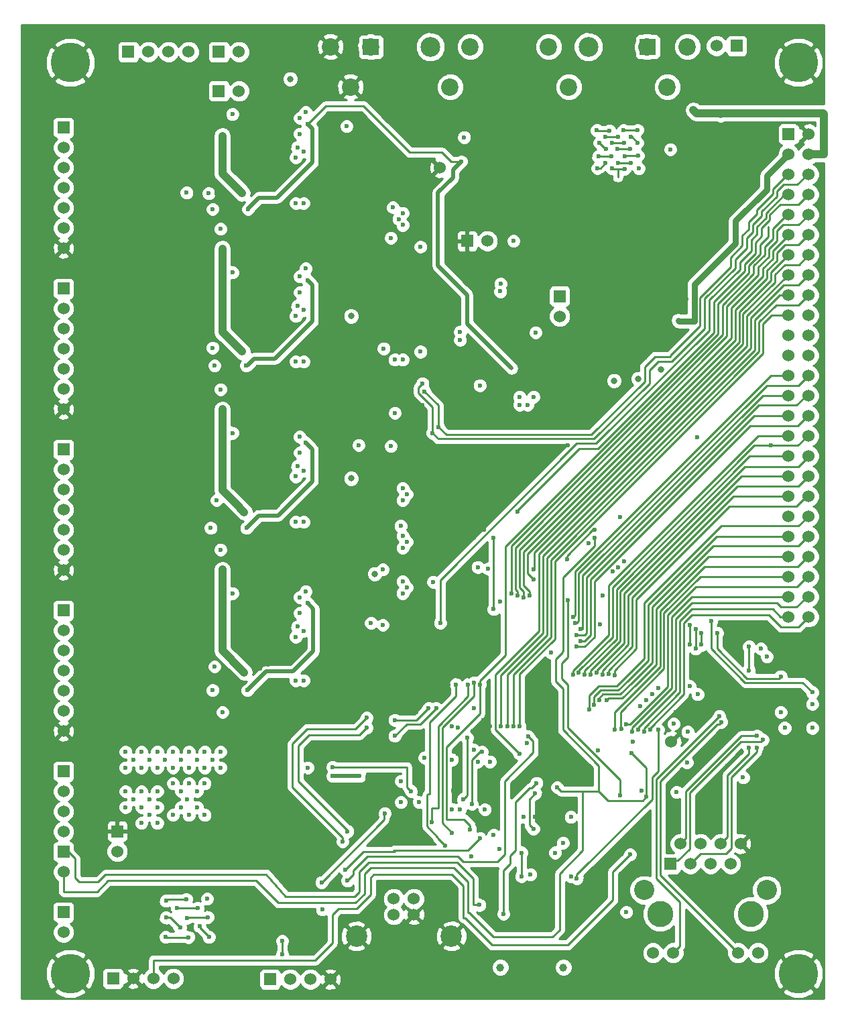
<source format=gbl>
G04 (created by PCBNEW (2013-jul-07)-stable) date Thu Oct  8 14:23:36 2015*
%MOIN*%
G04 Gerber Fmt 3.4, Leading zero omitted, Abs format*
%FSLAX34Y34*%
G01*
G70*
G90*
G04 APERTURE LIST*
%ADD10C,0.00590551*%
%ADD11C,0.0394*%
%ADD12C,0.1969*%
%ADD13R,0.06X0.06*%
%ADD14C,0.06*%
%ADD15C,0.1299*%
%ADD16C,0.1*%
%ADD17C,0.0315*%
%ADD18R,0.0787X0.0787*%
%ADD19C,0.0984*%
%ADD20C,0.1063*%
%ADD21C,0.0866*%
%ADD22C,0.0236*%
%ADD23C,0.03*%
%ADD24C,0.02*%
%ADD25C,0.01*%
%ADD26C,0.04*%
%ADD27C,0.015*%
G04 APERTURE END LIST*
G54D10*
G54D11*
X24140Y1870D03*
X27282Y1870D03*
G54D12*
X2754Y1575D03*
G54D13*
X2429Y43625D03*
G54D14*
X2429Y42625D03*
X2429Y41625D03*
X2429Y40625D03*
X2429Y39625D03*
X2429Y38625D03*
X2429Y37625D03*
G54D13*
X2429Y35625D03*
G54D14*
X2429Y34625D03*
X2429Y33625D03*
X2429Y32625D03*
X2429Y31625D03*
X2429Y30625D03*
X2429Y29625D03*
G54D13*
X2429Y27625D03*
G54D14*
X2429Y26625D03*
X2429Y25625D03*
X2429Y24625D03*
X2429Y23625D03*
X2429Y22625D03*
X2429Y21625D03*
G54D13*
X2429Y19625D03*
G54D14*
X2429Y18625D03*
X2429Y17625D03*
X2429Y16625D03*
X2429Y15625D03*
X2429Y14625D03*
X2429Y13625D03*
G54D13*
X35900Y47688D03*
G54D14*
X34900Y47688D03*
G54D13*
X38474Y43299D03*
G54D14*
X39474Y43299D03*
X38474Y38299D03*
X39474Y42299D03*
X38474Y37299D03*
X39474Y41299D03*
X38474Y36299D03*
X39474Y40299D03*
X38474Y35299D03*
X39474Y39299D03*
X38474Y34299D03*
X39474Y38299D03*
X38474Y33299D03*
X39474Y37299D03*
X38474Y32299D03*
X39474Y36299D03*
X38474Y31299D03*
X39474Y35299D03*
X38474Y30299D03*
X39474Y34299D03*
X38474Y29299D03*
X39474Y33299D03*
X38474Y28299D03*
X39474Y32299D03*
X39474Y31299D03*
X38474Y27299D03*
X39474Y30299D03*
X39474Y28299D03*
X39474Y27299D03*
X39474Y26299D03*
X39474Y25299D03*
X38474Y26299D03*
X38474Y25299D03*
X38474Y42299D03*
X38474Y41299D03*
X38474Y40299D03*
X38474Y39299D03*
X38474Y24299D03*
X39474Y24299D03*
X39474Y29299D03*
X38474Y23299D03*
X39474Y23299D03*
X38474Y22299D03*
X39474Y22299D03*
X38474Y21299D03*
X39474Y21299D03*
X38474Y20299D03*
X39474Y20299D03*
X38474Y19299D03*
X39474Y19299D03*
G54D15*
X32098Y4528D03*
X36598Y4528D03*
G54D14*
X36098Y8028D03*
X35600Y7028D03*
X35098Y8028D03*
X34600Y7028D03*
X34098Y8028D03*
X33600Y7028D03*
X33098Y8028D03*
G54D16*
X31298Y5729D03*
X37398Y5728D03*
G54D14*
X35956Y2599D03*
X32740Y2599D03*
X36956Y2599D03*
X31740Y2599D03*
G54D13*
X32600Y7028D03*
G54D17*
X16730Y26181D03*
X13700Y46038D03*
X16730Y34252D03*
X17900Y21438D03*
G54D13*
X27100Y35238D03*
G54D14*
X27100Y34238D03*
X32638Y13104D03*
X21148Y41630D03*
G54D13*
X22500Y37988D03*
G54D14*
X23500Y37988D03*
G54D13*
X4888Y1328D03*
G54D14*
X5888Y1328D03*
X6888Y1328D03*
X7888Y1328D03*
G54D12*
X38974Y46850D03*
X38974Y1575D03*
X2754Y46850D03*
G54D13*
X2429Y11625D03*
G54D14*
X2429Y10625D03*
X2429Y9625D03*
X2429Y8625D03*
G54D13*
X2429Y7625D03*
G54D14*
X2429Y6625D03*
G54D13*
X2429Y4625D03*
G54D14*
X2429Y3625D03*
G54D18*
X31476Y47638D03*
G54D19*
X28524Y47638D03*
G54D18*
X17715Y47638D03*
G54D19*
X20667Y47638D03*
G54D13*
X5650Y47388D03*
G54D14*
X6650Y47388D03*
X7650Y47388D03*
X8650Y47388D03*
G54D13*
X10150Y47388D03*
G54D14*
X11150Y47388D03*
G54D13*
X10150Y45438D03*
G54D14*
X11150Y45438D03*
X19850Y5288D03*
X18850Y5288D03*
X18850Y4501D03*
X19850Y4501D03*
G54D20*
X21712Y3438D03*
X16988Y3438D03*
G54D13*
X5100Y8638D03*
G54D14*
X5100Y7638D03*
G54D13*
X12700Y1288D03*
G54D14*
X13700Y1288D03*
X14700Y1288D03*
X15700Y1288D03*
G54D17*
X32150Y31588D03*
X31000Y31138D03*
X29800Y31038D03*
G54D21*
X32450Y45638D03*
X33450Y47638D03*
X31450Y47638D03*
X27550Y45638D03*
X28550Y47638D03*
X26550Y47638D03*
X16700Y45638D03*
X17700Y47638D03*
X15700Y47638D03*
X21650Y45638D03*
X22650Y47638D03*
X20650Y47638D03*
G54D22*
X25500Y29838D03*
X25100Y29838D03*
X25100Y30238D03*
X25800Y30238D03*
X22700Y7388D03*
X33000Y34038D03*
X25293Y9350D03*
X25648Y6496D03*
X27655Y9350D03*
X27262Y8071D03*
X26868Y7579D03*
X27655Y6398D03*
X30411Y4626D03*
X23375Y9725D03*
X23817Y8465D03*
X24112Y7776D03*
X39663Y13780D03*
X31159Y10650D03*
X33462Y13583D03*
X36218Y11319D03*
X39663Y14961D03*
X37399Y17323D03*
X33955Y15453D03*
X33561Y15846D03*
X22144Y9744D03*
X22045Y13780D03*
X18900Y29438D03*
X23129Y30807D03*
X18896Y32087D03*
X20176Y32480D03*
X20372Y12303D03*
X22833Y12697D03*
X23620Y12106D03*
X31396Y15157D03*
X29722Y21555D03*
X23029Y21772D03*
X11569Y15650D03*
X13974Y24016D03*
X13974Y18307D03*
X11605Y39567D03*
X21750Y9744D03*
X9840Y15650D03*
X14565Y11811D03*
X13974Y34252D03*
X11529Y23720D03*
X14368Y18602D03*
X14565Y43799D03*
X14368Y31988D03*
X14466Y27953D03*
X15297Y4752D03*
X13974Y42126D03*
X13974Y26280D03*
X14368Y34547D03*
X14368Y24016D03*
X14368Y42421D03*
X14368Y26575D03*
X13974Y16142D03*
X14565Y19980D03*
X13974Y31988D03*
X13974Y39862D03*
X11506Y31791D03*
X22207Y41933D03*
X32911Y10591D03*
X9742Y23720D03*
X14368Y16142D03*
X14565Y36024D03*
X9840Y39567D03*
X9939Y31791D03*
X14368Y39862D03*
X32600Y42538D03*
X17150Y11388D03*
X15800Y11388D03*
X22350Y43138D03*
X24148Y35480D03*
X22139Y33470D03*
X22144Y33071D03*
X24159Y35846D03*
X23541Y21693D03*
X21750Y12205D03*
X31100Y14862D03*
X21750Y13878D03*
X18305Y18898D03*
X30313Y22047D03*
X23029Y12106D03*
X28640Y16437D03*
X29525Y16476D03*
X29821Y16398D03*
X16550Y6188D03*
X25531Y13366D03*
X29014Y12677D03*
X28581Y14685D03*
X30600Y7488D03*
X28817Y14921D03*
X28344Y16437D03*
X30334Y41563D03*
X29709Y41581D03*
X29691Y42859D03*
X30991Y42224D03*
X29367Y41846D03*
X28966Y41599D03*
X30622Y41851D03*
X30591Y42566D03*
X29385Y42553D03*
X29065Y42859D03*
X30622Y43151D03*
X30973Y43498D03*
X29020Y42184D03*
X29655Y42206D03*
X30271Y43489D03*
X30969Y42868D03*
X29380Y43169D03*
X30010Y41860D03*
X31032Y41590D03*
X29574Y43471D03*
X30334Y42197D03*
X28948Y43484D03*
X30303Y42863D03*
X29992Y43178D03*
X29968Y42559D03*
X28525Y22953D03*
X32768Y13982D03*
X18896Y13386D03*
X20962Y14764D03*
X18896Y14173D03*
X20569Y14764D03*
X16550Y8638D03*
X17500Y13788D03*
X17500Y14288D03*
X16300Y8138D03*
X5510Y12598D03*
X6298Y9843D03*
X8659Y12598D03*
X7085Y9843D03*
X9447Y11811D03*
X6691Y9449D03*
X7872Y11811D03*
X8659Y11024D03*
X8659Y11811D03*
X8266Y12205D03*
X5903Y12205D03*
X6691Y10236D03*
X9447Y11024D03*
X6297Y9055D03*
X7872Y9449D03*
X7478Y12205D03*
X8266Y10630D03*
X5510Y10630D03*
X7085Y10630D03*
X9840Y12205D03*
X10234Y12598D03*
X7872Y11024D03*
X8266Y9843D03*
X9447Y12598D03*
X6297Y10630D03*
X7085Y12598D03*
X6297Y12598D03*
X5903Y10236D03*
X7085Y11811D03*
X9053Y10630D03*
X7085Y9055D03*
X9053Y9843D03*
X6297Y11811D03*
X6691Y12205D03*
X8659Y9449D03*
X8561Y10236D03*
X7872Y12598D03*
X10234Y11811D03*
X9447Y9449D03*
X5510Y11811D03*
X5510Y9843D03*
X9053Y12205D03*
X10825Y20472D03*
X19486Y20768D03*
X19289Y20472D03*
X9939Y16831D03*
X19700Y10638D03*
X15800Y11838D03*
X14466Y20571D03*
X19289Y21063D03*
X14171Y20276D03*
X17714Y18996D03*
X10333Y14567D03*
X23108Y4980D03*
X38088Y14567D03*
X37104Y17717D03*
X29230Y20374D03*
X38285Y13780D03*
X38088Y16339D03*
X34939Y18504D03*
X34644Y19094D03*
X39663Y15551D03*
X33856Y17717D03*
X33856Y18701D03*
X33561Y18898D03*
X33561Y17913D03*
X34151Y17913D03*
X34151Y18504D03*
X30100Y10438D03*
X27500Y20138D03*
X9660Y3388D03*
X8640Y3378D03*
X8563Y4331D03*
X7520Y4348D03*
X8220Y3848D03*
X8080Y4818D03*
X8540Y5268D03*
X9570Y5288D03*
X9090Y4818D03*
X9190Y3918D03*
X9600Y4378D03*
X7520Y5188D03*
X7500Y3388D03*
X18400Y9538D03*
X22732Y10004D03*
X23226Y12598D03*
X15254Y6102D03*
X33400Y35084D03*
X32500Y34638D03*
X32500Y35038D03*
X28000Y33538D03*
X28400Y33538D03*
X29000Y33538D03*
X29000Y33938D03*
X28400Y33938D03*
X28000Y33938D03*
X32100Y38338D03*
X31600Y38388D03*
X31000Y38338D03*
X27500Y27838D03*
X29100Y29738D03*
X33600Y40638D03*
X34100Y40638D03*
X34100Y40138D03*
X34100Y39638D03*
X33600Y39638D03*
X33600Y40138D03*
X33100Y40138D03*
X33100Y39738D03*
X26100Y38438D03*
X26100Y38938D03*
X26600Y38938D03*
X27200Y39038D03*
X27600Y38938D03*
X28100Y38938D03*
X28600Y38938D03*
X29100Y38938D03*
X29600Y38938D03*
X29600Y39438D03*
X29100Y39438D03*
X28600Y39438D03*
X28100Y39438D03*
X27600Y39438D03*
X26600Y39438D03*
X26100Y39438D03*
X26100Y39938D03*
X27100Y39938D03*
X28100Y39938D03*
X29100Y39938D03*
X35500Y45121D03*
X30900Y39738D03*
X31500Y39727D03*
X32100Y39738D03*
X27100Y38438D03*
X26100Y37938D03*
X26600Y37938D03*
X27100Y36438D03*
X28100Y36438D03*
X29100Y36438D03*
X29600Y36438D03*
X29600Y36938D03*
X28600Y36938D03*
X27600Y36938D03*
X26600Y36938D03*
X26100Y36938D03*
X26100Y37438D03*
X27100Y37438D03*
X28100Y37438D03*
X29100Y37438D03*
X29600Y37438D03*
X29600Y37938D03*
X28600Y37938D03*
X28100Y37938D03*
X27600Y37938D03*
X27600Y38438D03*
X19400Y8888D03*
X17550Y11338D03*
X24150Y42088D03*
X27065Y9350D03*
X31691Y15453D03*
X33561Y14469D03*
X32872Y14567D03*
X23305Y14173D03*
X22833Y14764D03*
X21573Y15945D03*
X29090Y18923D03*
X11809Y17323D03*
X11809Y20079D03*
X11809Y25295D03*
X12200Y27851D03*
X11809Y27657D03*
X11809Y28051D03*
X11809Y33268D03*
X11809Y35630D03*
X11809Y36024D03*
X12201Y35825D03*
X20372Y19882D03*
X15352Y17815D03*
X21456Y30807D03*
X15451Y33858D03*
X15451Y41634D03*
X23325Y5315D03*
X28640Y2047D03*
X39565Y17323D03*
X39663Y14370D03*
X36514Y14764D03*
X39663Y12598D03*
X39663Y13189D03*
X39550Y11188D03*
X38167Y7815D03*
X38384Y9449D03*
X37203Y10531D03*
X36415Y9744D03*
X35431Y11909D03*
X33462Y11614D03*
X28777Y5295D03*
X27262Y8760D03*
X26474Y9350D03*
X24782Y6496D03*
X19978Y12303D03*
X25884Y9350D03*
X23325Y10827D03*
X21800Y10666D03*
X23620Y13878D03*
X22045Y12500D03*
X19978Y14567D03*
X19880Y16535D03*
X18207Y16634D03*
X7675Y19783D03*
X18403Y18209D03*
X19880Y18406D03*
X21356Y17323D03*
X30018Y21752D03*
X17419Y20472D03*
X24132Y20079D03*
X18699Y22047D03*
X22833Y23228D03*
X19092Y24409D03*
X11809Y24902D03*
X22844Y32280D03*
X20273Y29823D03*
X21456Y31299D03*
X20273Y31398D03*
X27100Y41688D03*
X11809Y41142D03*
X11415Y44488D03*
X3650Y44088D03*
X27650Y41688D03*
X24550Y40688D03*
X25150Y40638D03*
X5900Y21188D03*
X5900Y19788D03*
X5900Y18238D03*
X5900Y15938D03*
X7675Y27756D03*
X5950Y29188D03*
X5950Y27738D03*
X5950Y26288D03*
X5900Y24988D03*
X7675Y35728D03*
X5900Y35738D03*
X5900Y34338D03*
X5950Y32088D03*
X5900Y37538D03*
X6691Y37598D03*
X5850Y42138D03*
X7675Y43602D03*
X5850Y43438D03*
X12596Y40748D03*
X7675Y41437D03*
X15155Y12008D03*
X11809Y44685D03*
X12596Y27657D03*
X12200Y16735D03*
X12596Y16929D03*
X11809Y34252D03*
X12596Y28051D03*
X21455Y30118D03*
X38285Y10236D03*
X15155Y7283D03*
X12596Y41535D03*
X12596Y17323D03*
X12596Y33268D03*
X13384Y20965D03*
X7675Y28051D03*
X7675Y17618D03*
X13777Y20768D03*
X12596Y42126D03*
X12203Y19291D03*
X12596Y20079D03*
X11415Y20768D03*
X13384Y36909D03*
X12203Y26673D03*
X8561Y22244D03*
X12202Y40945D03*
X12201Y33071D03*
X11809Y26969D03*
X11022Y28937D03*
X11809Y33661D03*
X12203Y20768D03*
X12596Y25295D03*
X13777Y44488D03*
X12200Y17520D03*
X12202Y41339D03*
X14171Y36909D03*
X11418Y28737D03*
X15451Y25787D03*
X12990Y20768D03*
X23325Y23622D03*
X11809Y20965D03*
X7675Y41142D03*
X7380Y21161D03*
X11809Y41535D03*
X12596Y18996D03*
X7675Y35433D03*
X10037Y24311D03*
X11809Y43898D03*
X12203Y35236D03*
X13777Y36713D03*
X12200Y25492D03*
X15943Y36319D03*
X7675Y43307D03*
X14171Y20965D03*
X12596Y43898D03*
X12201Y33465D03*
X8167Y37598D03*
X12596Y33661D03*
X11809Y25689D03*
X12596Y26969D03*
X7380Y37106D03*
X11022Y44685D03*
X11809Y42126D03*
X7675Y25295D03*
X11022Y36909D03*
X12596Y26378D03*
X12596Y20965D03*
X12990Y44488D03*
X7675Y33563D03*
X15844Y28248D03*
X12202Y43700D03*
X12201Y36711D03*
X11809Y18996D03*
X11415Y36713D03*
X12596Y41142D03*
X12990Y28740D03*
X10037Y40354D03*
X11809Y16929D03*
X11809Y28937D03*
X14171Y28937D03*
X11809Y42815D03*
X12596Y17717D03*
X12203Y41831D03*
X12200Y24708D03*
X7675Y20079D03*
X12596Y24902D03*
X12203Y34547D03*
X12596Y18406D03*
X7380Y29134D03*
X15549Y20866D03*
X11809Y26378D03*
X12596Y28937D03*
X12596Y36024D03*
X12990Y36713D03*
X6494Y29626D03*
X12203Y27264D03*
X14171Y44685D03*
X12596Y44685D03*
X11809Y36909D03*
X12596Y32874D03*
X17616Y15650D03*
X12596Y35630D03*
X13384Y28937D03*
X7675Y33268D03*
X12202Y40552D03*
X12596Y34252D03*
X9939Y16339D03*
X12596Y34941D03*
X13384Y44685D03*
X12203Y18701D03*
X12203Y42520D03*
X12203Y43110D03*
X11809Y43504D03*
X12203Y33957D03*
X12596Y36909D03*
X12596Y42815D03*
X9939Y32185D03*
X12203Y26083D03*
X7380Y22146D03*
X11809Y19685D03*
X11022Y20965D03*
X15844Y44094D03*
X15155Y12402D03*
X12200Y28737D03*
X11809Y32874D03*
X8266Y29626D03*
X12200Y17126D03*
X11809Y34941D03*
X12201Y32679D03*
X13777Y28740D03*
X12200Y25098D03*
X11809Y18406D03*
X12596Y25689D03*
X12202Y44487D03*
X7675Y25591D03*
X12203Y18110D03*
X12203Y19882D03*
X12596Y43504D03*
X7675Y17913D03*
X12596Y19685D03*
X11809Y40748D03*
X11809Y17717D03*
X25195Y6398D03*
X25195Y7579D03*
X31986Y13681D03*
X31986Y15748D03*
X27951Y6299D03*
X14171Y43307D03*
X14053Y42638D03*
X14053Y18819D03*
X14171Y19488D03*
X14171Y35433D03*
X14053Y34764D03*
X14171Y27461D03*
X14053Y26791D03*
X36514Y16634D03*
X36514Y17815D03*
X35037Y14370D03*
X35136Y14075D03*
X37203Y13189D03*
X36514Y12795D03*
X36907Y12795D03*
X36907Y13386D03*
X22833Y16043D03*
X21750Y8563D03*
X21400Y7938D03*
X21947Y15945D03*
X20750Y9088D03*
X22537Y15945D03*
X25470Y13030D03*
X33423Y12067D03*
X24998Y20374D03*
X24703Y20472D03*
X28836Y23622D03*
X27459Y22146D03*
X27754Y16437D03*
X33950Y28238D03*
X37600Y27814D03*
X28049Y16535D03*
X29053Y15157D03*
X29427Y15157D03*
X29821Y13681D03*
X30175Y13720D03*
X30411Y13957D03*
X30707Y13583D03*
X31002Y13681D03*
X31297Y13583D03*
X31592Y13681D03*
X24171Y13858D03*
X27754Y19291D03*
X24486Y13858D03*
X24801Y13858D03*
X25116Y13858D03*
X25096Y12500D03*
X18350Y32638D03*
X18700Y38138D03*
X16500Y43688D03*
X20800Y21038D03*
X13300Y3188D03*
X16450Y6738D03*
X23150Y8288D03*
X13300Y2538D03*
X22650Y8738D03*
X23128Y15945D03*
X25785Y21654D03*
X25588Y20374D03*
X27951Y17815D03*
X28148Y18110D03*
X28148Y18701D03*
X27852Y18996D03*
X27951Y18406D03*
X20766Y28445D03*
X23817Y19685D03*
X23817Y23228D03*
X20273Y30906D03*
X29230Y16437D03*
X21061Y28740D03*
X20372Y30512D03*
X28935Y16535D03*
X25785Y21161D03*
X25293Y20276D03*
X22300Y10238D03*
X20100Y10088D03*
X22500Y13288D03*
X25950Y11038D03*
X24300Y4538D03*
X21159Y18996D03*
X24998Y24528D03*
X19200Y10088D03*
X19200Y11138D03*
X25884Y10531D03*
X25785Y8760D03*
X31396Y10354D03*
X26966Y10827D03*
X30118Y24264D03*
X28836Y23228D03*
X30667Y12539D03*
X25900Y33438D03*
X24800Y37988D03*
X33750Y44488D03*
X10334Y41829D03*
X10333Y18012D03*
X10333Y19390D03*
X10579Y33218D03*
X10333Y25984D03*
X11317Y32480D03*
X10333Y35335D03*
X10333Y27362D03*
X10333Y37598D03*
X10972Y16978D03*
X11415Y24508D03*
X10333Y43209D03*
X10333Y33957D03*
X11317Y40354D03*
X11415Y16535D03*
X10333Y29626D03*
X10972Y24951D03*
X10333Y21654D03*
X10628Y41043D03*
X10825Y28445D03*
X19486Y23031D03*
X10037Y25098D03*
X19289Y22736D03*
X17100Y27838D03*
X18700Y27788D03*
X19289Y23327D03*
X14171Y28248D03*
X10234Y22638D03*
X18305Y21654D03*
X19486Y25394D03*
X10825Y36417D03*
X19289Y25098D03*
X9840Y32677D03*
X19289Y32087D03*
X14466Y36614D03*
X19289Y25689D03*
X14171Y36220D03*
X10234Y30610D03*
X19191Y23819D03*
X10825Y44291D03*
X19092Y39075D03*
X9644Y40354D03*
X19289Y38780D03*
X8550Y40388D03*
X14466Y44390D03*
X18797Y39665D03*
X14171Y44094D03*
X19289Y39370D03*
X10234Y38583D03*
X20175Y37697D03*
X30726Y13091D03*
X26671Y17520D03*
G54D23*
X35840Y37870D02*
X35840Y38984D01*
X38474Y42299D02*
X37396Y41221D01*
X33790Y35820D02*
X33790Y34008D01*
X35840Y38984D02*
X37396Y40540D01*
X37396Y40540D02*
X37396Y41221D01*
X35840Y37870D02*
X33790Y35820D01*
X33000Y34038D02*
X33030Y34008D01*
X33030Y34008D02*
X33790Y34008D01*
G54D24*
X11569Y15650D02*
X11569Y15657D01*
X14850Y19695D02*
X14565Y19980D01*
X14850Y17588D02*
X14850Y19695D01*
X13850Y16588D02*
X14850Y17588D01*
X12500Y16588D02*
X13850Y16588D01*
X11569Y15657D02*
X12500Y16588D01*
X11529Y23720D02*
X11532Y23720D01*
X14800Y27619D02*
X14466Y27953D01*
X14800Y26038D02*
X14800Y27619D01*
X13100Y24338D02*
X14800Y26038D01*
X12150Y24338D02*
X13100Y24338D01*
X11532Y23720D02*
X12150Y24338D01*
X11506Y31791D02*
X11553Y31791D01*
X14800Y35789D02*
X14565Y36024D01*
X14800Y33988D02*
X14800Y35789D01*
X12950Y32138D02*
X14800Y33988D01*
X11900Y32138D02*
X12950Y32138D01*
X11553Y31791D02*
X11900Y32138D01*
X11605Y39567D02*
X11605Y39593D01*
X14800Y43564D02*
X14565Y43799D01*
X14800Y41888D02*
X14800Y43564D01*
X13050Y40138D02*
X14800Y41888D01*
X12150Y40138D02*
X13050Y40138D01*
X11605Y39593D02*
X12150Y40138D01*
G54D25*
X17350Y44688D02*
X15454Y44688D01*
X15454Y44688D02*
X14565Y43799D01*
X22207Y41933D02*
X21705Y41933D01*
X19650Y42388D02*
X17350Y44688D01*
X21250Y42388D02*
X19650Y42388D01*
X21705Y41933D02*
X21250Y42388D01*
G54D24*
X21050Y40390D02*
X21050Y36748D01*
G54D25*
X32911Y10591D02*
X32911Y10571D01*
G54D24*
X22490Y33869D02*
X24711Y31648D01*
X22490Y35308D02*
X22490Y33869D01*
X22207Y41933D02*
X21787Y41513D01*
X21787Y41127D02*
X21050Y40390D01*
X21787Y41513D02*
X21787Y41127D01*
X21050Y36748D02*
X22490Y35308D01*
X15800Y11388D02*
X17150Y11388D01*
G54D25*
X39474Y27299D02*
X39474Y27272D01*
X38974Y26772D02*
X36317Y26772D01*
X30116Y18110D02*
X28640Y16634D01*
X28640Y16634D02*
X28640Y16437D01*
X36317Y26772D02*
X30116Y20571D01*
X30116Y20571D02*
X30116Y18110D01*
X39474Y27272D02*
X38974Y26772D01*
X35729Y25299D02*
X30707Y20277D01*
X30707Y17815D02*
X29525Y16633D01*
X29525Y16633D02*
X29525Y16476D01*
X30707Y20277D02*
X30707Y17815D01*
X38474Y25299D02*
X35729Y25299D01*
X30903Y17716D02*
X29821Y16634D01*
X38875Y24803D02*
X35527Y24803D01*
X35527Y24803D02*
X30903Y20179D01*
X29821Y16634D02*
X29821Y16398D01*
X30903Y20179D02*
X30903Y17716D01*
X39474Y25299D02*
X39371Y25299D01*
X39371Y25299D02*
X38875Y24803D01*
X16850Y6488D02*
X16850Y6588D01*
X16550Y6188D02*
X16850Y6488D01*
X24003Y7135D02*
X22303Y7135D01*
X22303Y7135D02*
X22050Y7388D01*
X22050Y7388D02*
X17550Y7388D01*
X17550Y7388D02*
X16850Y6688D01*
X16850Y6688D02*
X16850Y6588D01*
X24380Y7512D02*
X24003Y7135D01*
X24380Y11144D02*
X24380Y8848D01*
X25783Y12907D02*
X25783Y12547D01*
X24380Y8848D02*
X24380Y7512D01*
X25783Y13114D02*
X25531Y13366D01*
X25783Y12547D02*
X24380Y11144D01*
X25783Y12907D02*
X25783Y13114D01*
X28581Y15396D02*
X29031Y15846D01*
X31297Y17223D02*
X30313Y16239D01*
X38974Y23819D02*
X35136Y23819D01*
X30313Y16239D02*
X30313Y16240D01*
X39474Y24299D02*
X39454Y24299D01*
X28581Y14685D02*
X28581Y15396D01*
X29031Y15846D02*
X29919Y15846D01*
X35136Y23819D02*
X31297Y19980D01*
X39454Y24299D02*
X38974Y23819D01*
X30313Y16240D02*
X29919Y15846D01*
X31297Y19980D02*
X31297Y17223D01*
X12050Y2238D02*
X14950Y2238D01*
X14950Y2238D02*
X15800Y3088D01*
X22300Y4338D02*
X22400Y4338D01*
X30600Y7488D02*
X29750Y6638D01*
X29750Y6638D02*
X29750Y5238D01*
X29750Y5238D02*
X27500Y2988D01*
X27500Y2988D02*
X23750Y2988D01*
X15800Y4488D02*
X16100Y4788D01*
X16100Y4788D02*
X17000Y4788D01*
X17000Y4788D02*
X17700Y5488D01*
X17700Y5488D02*
X17700Y6338D01*
X17700Y6338D02*
X17850Y6488D01*
X17850Y6488D02*
X21750Y6488D01*
X21750Y6488D02*
X22300Y5938D01*
X22300Y5938D02*
X22300Y4338D01*
X15800Y3088D02*
X15800Y4488D01*
X22400Y4338D02*
X23750Y2988D01*
X6900Y2238D02*
X6900Y1340D01*
X12100Y2238D02*
X12050Y2238D01*
X12050Y2238D02*
X6900Y2238D01*
X6900Y1340D02*
X6888Y1328D01*
X38474Y23299D02*
X34912Y23299D01*
X30510Y16142D02*
X30018Y15650D01*
X31494Y19881D02*
X31494Y17126D01*
X28817Y14921D02*
X28817Y15335D01*
X30510Y16142D02*
X30510Y16142D01*
X29132Y15650D02*
X30018Y15650D01*
X31494Y17126D02*
X30510Y16142D01*
X28817Y15335D02*
X29132Y15650D01*
X34912Y23299D02*
X31494Y19881D01*
X36549Y27299D02*
X29919Y20669D01*
X29919Y20669D02*
X29919Y18209D01*
X28344Y16634D02*
X28344Y16437D01*
X29919Y18209D02*
X28344Y16634D01*
X38474Y27299D02*
X36549Y27299D01*
X30361Y42224D02*
X30991Y42224D01*
X29020Y42184D02*
X29042Y42206D01*
X29120Y41599D02*
X28966Y41599D01*
X29990Y41538D02*
X29990Y41158D01*
X29691Y42859D02*
X29695Y42863D01*
X30969Y42868D02*
X30686Y43151D01*
X30334Y41563D02*
X30015Y41563D01*
X29727Y41563D02*
X30334Y41563D01*
X29385Y42553D02*
X29371Y42553D01*
X30015Y41563D02*
X29990Y41538D01*
X29968Y42559D02*
X29977Y42568D01*
X28961Y43471D02*
X29574Y43471D01*
X29983Y43169D02*
X29380Y43169D01*
X29992Y43178D02*
X29983Y43169D01*
X30686Y43151D02*
X30622Y43151D01*
X29709Y41581D02*
X29727Y41563D01*
X29042Y42206D02*
X29655Y42206D01*
X29977Y42568D02*
X30591Y42566D01*
X30622Y41851D02*
X30613Y41860D01*
X29695Y42863D02*
X30303Y42863D01*
X29371Y42553D02*
X29065Y42859D01*
X30271Y43489D02*
X30280Y43498D01*
X30280Y43498D02*
X30973Y43498D01*
X30334Y42197D02*
X30361Y42224D01*
X28948Y43484D02*
X28961Y43471D01*
X30613Y41860D02*
X30010Y41860D01*
X29367Y41846D02*
X29120Y41599D01*
X19486Y13976D02*
X20175Y13976D01*
X20175Y13976D02*
X20962Y14764D01*
X18896Y13386D02*
X19486Y13976D01*
X18896Y14173D02*
X19978Y14173D01*
X20569Y14764D02*
X19978Y14173D01*
X14650Y13438D02*
X17150Y13438D01*
X16550Y8688D02*
X14100Y11138D01*
X14100Y11138D02*
X14100Y12888D01*
X14100Y12888D02*
X14650Y13438D01*
X16550Y8638D02*
X16550Y8688D01*
X17150Y13438D02*
X17500Y13788D01*
X16300Y8138D02*
X16300Y8338D01*
X16950Y13738D02*
X17500Y14288D01*
X14550Y13738D02*
X16950Y13738D01*
X13800Y12988D02*
X14550Y13738D01*
X13800Y10838D02*
X13800Y12988D01*
X16300Y8338D02*
X13800Y10838D01*
X16300Y8138D02*
X16350Y8138D01*
X6298Y9843D02*
X6297Y9843D01*
X19500Y10838D02*
X19500Y11838D01*
X19700Y10638D02*
X19500Y10838D01*
X15800Y11838D02*
X19500Y11838D01*
X2429Y7625D02*
X2663Y7625D01*
X4511Y6499D02*
X5188Y6499D01*
X4150Y6138D02*
X4511Y6499D01*
X3200Y6138D02*
X4150Y6138D01*
X3000Y6338D02*
X3200Y6138D01*
X3000Y7288D02*
X3000Y6338D01*
X2663Y7625D02*
X3000Y7288D01*
X16750Y5393D02*
X16905Y5393D01*
X22800Y6288D02*
X22800Y4980D01*
X22000Y7088D02*
X22800Y6288D01*
X17600Y7088D02*
X22000Y7088D01*
X17150Y6638D02*
X17600Y7088D01*
X17150Y5638D02*
X17150Y6638D01*
X16905Y5393D02*
X17150Y5638D01*
X16750Y5393D02*
X13464Y5393D01*
X13464Y5393D02*
X12500Y6488D01*
X12484Y6504D02*
X5188Y6499D01*
X12500Y6488D02*
X12484Y6504D01*
X23108Y4980D02*
X22800Y4980D01*
X36416Y16240D02*
X34939Y17717D01*
X38088Y16339D02*
X37989Y16240D01*
X34939Y17717D02*
X34939Y18504D01*
X37989Y16240D02*
X36416Y16240D01*
X36317Y16043D02*
X34644Y17716D01*
X39171Y16043D02*
X36317Y16043D01*
X34644Y17716D02*
X34644Y19094D01*
X39663Y15551D02*
X39171Y16043D01*
X33856Y18701D02*
X33856Y17717D01*
X33561Y18898D02*
X33561Y17913D01*
X34151Y18504D02*
X34151Y17913D01*
X27500Y15938D02*
X27500Y15588D01*
X30100Y11188D02*
X30100Y10438D01*
X27500Y15588D02*
X27500Y13788D01*
X27500Y18188D02*
X27500Y17438D01*
X27500Y20138D02*
X27500Y18188D01*
X27500Y13788D02*
X28800Y12488D01*
X28800Y12488D02*
X30100Y11188D01*
X27200Y16488D02*
X27200Y16238D01*
X27200Y16238D02*
X27250Y16188D01*
X27250Y16188D02*
X27500Y15938D01*
X27200Y16988D02*
X27500Y17288D01*
X27500Y17288D02*
X27500Y17438D01*
X27200Y16488D02*
X27200Y16988D01*
X7510Y3378D02*
X8640Y3378D01*
X9190Y3858D02*
X9190Y3918D01*
X9660Y3388D02*
X9190Y3858D01*
X8610Y4378D02*
X9600Y4378D01*
X7500Y3388D02*
X7510Y3378D01*
X8563Y4331D02*
X8610Y4378D01*
X8220Y3848D02*
X7720Y4348D01*
X7600Y5268D02*
X8540Y5268D01*
X9090Y4818D02*
X8080Y4818D01*
X7520Y5188D02*
X7600Y5268D01*
X7720Y4348D02*
X7520Y4348D01*
X18370Y9508D02*
X18370Y9218D01*
X18400Y9538D02*
X18370Y9508D01*
X23127Y12598D02*
X23226Y12598D01*
X22732Y10004D02*
X22734Y12205D01*
X22734Y12205D02*
X23127Y12598D01*
X15254Y6102D02*
X18370Y9218D01*
X26100Y38438D02*
X27600Y38438D01*
X26100Y38938D02*
X26600Y38938D01*
X27200Y39038D02*
X27300Y38938D01*
X27300Y38938D02*
X27600Y38938D01*
X28100Y38938D02*
X28600Y38938D01*
X29100Y38938D02*
X29600Y38938D01*
X29600Y39438D02*
X29100Y39438D01*
X28600Y39438D02*
X28100Y39438D01*
X27600Y39438D02*
X26600Y39438D01*
X26100Y39438D02*
X26100Y39938D01*
X27100Y39938D02*
X28100Y39938D01*
X27600Y38438D02*
X27100Y38438D01*
X26100Y37938D02*
X26600Y37938D01*
X28100Y36438D02*
X27100Y36438D01*
X29600Y36438D02*
X29100Y36438D01*
X28600Y36938D02*
X29600Y36938D01*
X26600Y36938D02*
X27600Y36938D01*
X26100Y37438D02*
X26100Y36938D01*
X28100Y37438D02*
X27100Y37438D01*
X29600Y37438D02*
X29100Y37438D01*
X28600Y37938D02*
X29600Y37938D01*
X27600Y37938D02*
X28100Y37938D01*
X15451Y44094D02*
X15844Y44094D01*
X25195Y6398D02*
X25195Y7579D01*
X27951Y6496D02*
X28148Y6693D01*
X27951Y6299D02*
X27951Y6496D01*
X28148Y6693D02*
X31691Y10236D01*
X31986Y11615D02*
X31986Y13681D01*
X31691Y10236D02*
X31691Y11320D01*
X31691Y11320D02*
X31986Y11615D01*
X36514Y16634D02*
X36514Y17815D01*
X35037Y14370D02*
X31888Y11221D01*
X33069Y5119D02*
X33069Y2928D01*
X31888Y11221D02*
X31888Y6300D01*
X31888Y6300D02*
X33069Y5119D01*
X33069Y2928D02*
X32740Y2599D01*
X32085Y6470D02*
X35956Y2599D01*
X34938Y13976D02*
X32085Y11123D01*
X32085Y11123D02*
X32085Y6470D01*
X35136Y14075D02*
X35037Y13976D01*
X35037Y13976D02*
X34938Y13976D01*
X36101Y13091D02*
X33561Y10551D01*
X32971Y7186D02*
X32758Y7186D01*
X32600Y7028D02*
X32758Y7186D01*
X37203Y13189D02*
X37202Y13189D01*
X37202Y13189D02*
X37104Y13091D01*
X37104Y13091D02*
X36101Y13091D01*
X32971Y7186D02*
X33561Y7776D01*
X33561Y7776D02*
X33561Y10551D01*
X36475Y12461D02*
X36514Y12500D01*
X35431Y8361D02*
X35098Y8028D01*
X36514Y12500D02*
X36514Y12795D01*
X36474Y12461D02*
X35431Y11418D01*
X35431Y11418D02*
X35431Y8361D01*
X36474Y12461D02*
X36475Y12461D01*
X36848Y12539D02*
X36907Y12598D01*
X34093Y7520D02*
X35352Y7520D01*
X35352Y7520D02*
X35628Y7796D01*
X33601Y7028D02*
X34093Y7520D01*
X35628Y7796D02*
X35628Y11319D01*
X33600Y7028D02*
X33601Y7028D01*
X36907Y12598D02*
X36907Y12795D01*
X36848Y12539D02*
X35628Y11319D01*
X33364Y8294D02*
X33098Y8028D01*
X36907Y13386D02*
X36120Y13386D01*
X36120Y13386D02*
X33364Y10630D01*
X33364Y10630D02*
X33364Y8294D01*
X21258Y13780D02*
X22833Y15355D01*
X22833Y15355D02*
X22833Y16043D01*
X21258Y13386D02*
X21258Y13780D01*
X21750Y8563D02*
X21258Y9055D01*
X21258Y9055D02*
X21258Y13386D01*
X20500Y8888D02*
X20500Y10438D01*
X21050Y8338D02*
X20500Y8888D01*
X21050Y8288D02*
X21050Y8338D01*
X21400Y7938D02*
X21050Y8288D01*
X20550Y10488D02*
X20651Y10488D01*
X20500Y10438D02*
X20550Y10488D01*
X20651Y10488D02*
X20651Y14059D01*
X20651Y14059D02*
X21947Y15355D01*
X21947Y15355D02*
X21947Y15945D01*
X20750Y9788D02*
X21061Y9788D01*
X20750Y9088D02*
X20750Y9788D01*
X21061Y9788D02*
X21050Y9788D01*
X21050Y9788D02*
X21061Y9788D01*
X21061Y9788D02*
X21061Y13386D01*
X22537Y15354D02*
X22537Y15945D01*
X21061Y13878D02*
X22537Y15354D01*
X21061Y13386D02*
X21061Y13878D01*
X37498Y37205D02*
X36976Y36683D01*
X37892Y38485D02*
X37892Y37992D01*
X39474Y39299D02*
X39474Y39279D01*
X38975Y38780D02*
X38187Y38780D01*
X36976Y36289D02*
X35411Y34724D01*
X38187Y38780D02*
X37892Y38485D01*
X24998Y22835D02*
X24899Y22736D01*
X35411Y34724D02*
X35411Y33247D01*
X24998Y20571D02*
X24998Y20374D01*
X24899Y22736D02*
X24899Y20670D01*
X35411Y33247D02*
X24999Y22835D01*
X37892Y37992D02*
X37498Y37598D01*
X39474Y39279D02*
X38975Y38780D01*
X37498Y37598D02*
X37498Y37205D01*
X24999Y22835D02*
X24998Y22834D01*
X36976Y36683D02*
X36976Y36289D01*
X24999Y22835D02*
X24998Y22835D01*
X24899Y20670D02*
X24998Y20571D01*
X36750Y36752D02*
X36750Y36359D01*
X38474Y39299D02*
X38411Y39299D01*
X37695Y38091D02*
X37301Y37697D01*
X35195Y33327D02*
X24801Y22933D01*
X35195Y34804D02*
X35195Y33327D01*
X38411Y39299D02*
X37695Y38583D01*
X37695Y38583D02*
X37695Y38091D01*
X36750Y36359D02*
X35195Y34804D01*
X24801Y22933D02*
X24703Y22835D01*
X37301Y37303D02*
X36750Y36752D01*
X24703Y22835D02*
X24703Y20472D01*
X37301Y37697D02*
X37301Y37303D01*
X28836Y23622D02*
X28738Y23622D01*
X28738Y23622D02*
X27459Y22343D01*
X27459Y22343D02*
X27459Y22146D01*
X38474Y28299D02*
X36958Y28299D01*
X27754Y16634D02*
X27754Y16437D01*
X29525Y18405D02*
X27754Y16634D01*
X36958Y28299D02*
X29525Y20866D01*
X29525Y20866D02*
X29525Y18405D01*
X37800Y27814D02*
X37600Y27814D01*
X29722Y18307D02*
X28049Y16634D01*
X36769Y27814D02*
X29722Y20767D01*
X29722Y20767D02*
X29722Y18307D01*
X37600Y27814D02*
X36769Y27814D01*
X28049Y16634D02*
X28049Y16535D01*
X39474Y28299D02*
X39419Y28299D01*
X38934Y27814D02*
X37800Y27814D01*
X39419Y28299D02*
X38934Y27814D01*
X39474Y23299D02*
X39438Y23299D01*
X29053Y15157D02*
X29053Y15276D01*
X39438Y23299D02*
X38974Y22835D01*
X30707Y16043D02*
X30707Y16044D01*
X38974Y22835D02*
X34744Y22835D01*
X34744Y22835D02*
X31691Y19782D01*
X29053Y15276D02*
X29230Y15453D01*
X30707Y16044D02*
X30116Y15453D01*
X31691Y19782D02*
X31691Y17027D01*
X29230Y15453D02*
X30116Y15453D01*
X31691Y17027D02*
X30707Y16043D01*
X31888Y19685D02*
X31888Y16929D01*
X30903Y15944D02*
X30903Y15944D01*
X38474Y22299D02*
X34502Y22299D01*
X31888Y16929D02*
X30903Y15944D01*
X30903Y15944D02*
X30215Y15256D01*
X34502Y22299D02*
X31888Y19685D01*
X29526Y15256D02*
X29427Y15157D01*
X30215Y15256D02*
X29526Y15256D01*
X32085Y19586D02*
X32085Y16831D01*
X39423Y22299D02*
X38935Y21811D01*
X38935Y21811D02*
X34310Y21811D01*
X34310Y21811D02*
X32085Y19586D01*
X39474Y22299D02*
X39423Y22299D01*
X29821Y14567D02*
X29821Y13681D01*
X32085Y16831D02*
X29821Y14567D01*
X34094Y21299D02*
X32281Y19486D01*
X34094Y21299D02*
X38474Y21299D01*
X30126Y13769D02*
X30126Y14577D01*
X32281Y19486D02*
X32281Y16732D01*
X30126Y14577D02*
X32281Y16732D01*
X30126Y13769D02*
X30175Y13720D01*
X30608Y13957D02*
X32478Y15827D01*
X30411Y13957D02*
X30608Y13957D01*
X39407Y21299D02*
X39474Y21299D01*
X39407Y21299D02*
X38895Y20787D01*
X32478Y19390D02*
X32478Y15827D01*
X38895Y20787D02*
X33875Y20787D01*
X33875Y20787D02*
X32478Y19390D01*
X38474Y20299D02*
X33684Y20299D01*
X30707Y13780D02*
X30707Y13583D01*
X30707Y13781D02*
X30707Y13583D01*
X32675Y19291D02*
X32675Y15748D01*
X33684Y20299D02*
X33683Y20299D01*
X32675Y15748D02*
X30707Y13780D01*
X33683Y20299D02*
X32675Y19291D01*
X39391Y20299D02*
X38875Y19783D01*
X31002Y13780D02*
X31002Y13681D01*
X33659Y19980D02*
X32872Y19193D01*
X38875Y19783D02*
X38089Y19783D01*
X39391Y20299D02*
X39474Y20299D01*
X32872Y19193D02*
X32872Y15650D01*
X38089Y19783D02*
X37892Y19980D01*
X37892Y19980D02*
X33659Y19980D01*
X32872Y15650D02*
X31002Y13780D01*
X38081Y19299D02*
X37695Y19685D01*
X31297Y13778D02*
X31297Y13583D01*
X33069Y19095D02*
X33069Y15550D01*
X38474Y19299D02*
X38081Y19299D01*
X37695Y19685D02*
X33659Y19685D01*
X33069Y15550D02*
X31297Y13778D01*
X33659Y19685D02*
X33069Y19095D01*
X33659Y19390D02*
X33266Y18997D01*
X31592Y13779D02*
X31592Y13681D01*
X38108Y18780D02*
X37498Y19390D01*
X38955Y18780D02*
X38108Y18780D01*
X33266Y15453D02*
X31592Y13779D01*
X39474Y19299D02*
X38955Y18780D01*
X33266Y18997D02*
X33266Y15453D01*
X37498Y19390D02*
X33659Y19390D01*
X24171Y14016D02*
X24171Y16397D01*
X24171Y14016D02*
X24171Y13858D01*
X24171Y14016D02*
X24171Y14016D01*
X38245Y35787D02*
X38962Y35787D01*
X36612Y32677D02*
X36612Y34154D01*
X38962Y35787D02*
X39474Y36299D01*
X36612Y34154D02*
X38245Y35787D01*
X24171Y16397D02*
X26277Y18503D01*
X26277Y22342D02*
X36612Y32677D01*
X26277Y18503D02*
X26277Y22342D01*
X27852Y19389D02*
X27754Y19291D01*
X38474Y31299D02*
X37596Y31299D01*
X27852Y21555D02*
X27852Y19389D01*
X37596Y31299D02*
X27852Y21555D01*
X38051Y35299D02*
X38474Y35299D01*
X26474Y22243D02*
X36809Y32578D01*
X36809Y32578D02*
X36809Y33268D01*
X24486Y13996D02*
X24486Y16417D01*
X26474Y18405D02*
X26474Y22243D01*
X24486Y13996D02*
X24486Y13858D01*
X24486Y16417D02*
X26474Y18405D01*
X36809Y34057D02*
X38051Y35299D01*
X36809Y33268D02*
X36809Y34057D01*
X24486Y13996D02*
X24486Y13996D01*
X26671Y22145D02*
X37006Y32480D01*
X24801Y13976D02*
X24801Y13976D01*
X24801Y13976D02*
X24801Y13858D01*
X26671Y18307D02*
X26671Y22145D01*
X37006Y33957D02*
X37852Y34803D01*
X38978Y34803D02*
X39474Y35299D01*
X37852Y34803D02*
X38978Y34803D01*
X24801Y13976D02*
X24801Y16437D01*
X37006Y32480D02*
X37006Y33957D01*
X24801Y16437D02*
X26671Y18307D01*
X26868Y22047D02*
X37203Y32382D01*
X37643Y34299D02*
X38474Y34299D01*
X37203Y33859D02*
X37643Y34299D01*
X25116Y13957D02*
X25116Y16457D01*
X26868Y18209D02*
X26868Y22047D01*
X25116Y16457D02*
X26868Y18209D01*
X25116Y13957D02*
X25116Y13957D01*
X25116Y13957D02*
X25116Y13858D01*
X37203Y32382D02*
X37203Y33859D01*
X25096Y12500D02*
X23915Y13681D01*
X26081Y18603D02*
X26081Y22441D01*
X38474Y36299D02*
X38462Y36299D01*
X36415Y34252D02*
X38462Y36299D01*
X26081Y22441D02*
X36415Y32775D01*
X23915Y13681D02*
X23915Y16437D01*
X23915Y16437D02*
X26081Y18603D01*
X36415Y32775D02*
X36415Y34252D01*
X13300Y3188D02*
X13300Y2538D01*
X17350Y7638D02*
X16450Y6738D01*
X18900Y7638D02*
X17350Y7638D01*
X18850Y7688D02*
X18900Y7638D01*
X22550Y7688D02*
X23150Y8288D01*
X18850Y7688D02*
X22550Y7688D01*
X22651Y8739D02*
X22651Y8837D01*
X22650Y8738D02*
X22651Y8739D01*
X22651Y8837D02*
X22651Y8937D01*
X21455Y12816D02*
X23128Y14489D01*
X23128Y15945D02*
X23128Y14489D01*
X21455Y12402D02*
X21455Y12816D01*
X21455Y9252D02*
X21455Y12402D01*
X21469Y9238D02*
X21455Y9252D01*
X22651Y8937D02*
X22350Y9238D01*
X22350Y9238D02*
X21469Y9238D01*
X36506Y36406D02*
X36506Y36768D01*
X36506Y36768D02*
X37057Y37319D01*
X34970Y34870D02*
X36506Y36406D01*
X37057Y37787D02*
X37482Y38212D01*
X37057Y37319D02*
X37057Y37787D01*
X24394Y22794D02*
X34970Y33370D01*
X23128Y15945D02*
X23128Y16142D01*
X34970Y33370D02*
X34970Y34870D01*
X24394Y17408D02*
X23128Y16142D01*
X37482Y38212D02*
X37482Y38681D01*
X24407Y17421D02*
X24394Y17408D01*
X24394Y17408D02*
X24394Y22794D01*
X37482Y38681D02*
X37482Y38669D01*
X37793Y36319D02*
X37793Y35925D01*
X39474Y37299D02*
X38986Y36811D01*
X37793Y35925D02*
X36218Y34350D01*
X38285Y36811D02*
X38986Y36811D01*
X29603Y26260D02*
X29604Y26260D01*
X36218Y32874D02*
X36218Y34350D01*
X25825Y22482D02*
X29603Y26260D01*
X37793Y36319D02*
X38285Y36811D01*
X29604Y26260D02*
X36218Y32874D01*
X25825Y21694D02*
X25785Y21654D01*
X25825Y22482D02*
X25825Y21694D01*
X37892Y37402D02*
X37892Y37008D01*
X25293Y20866D02*
X25588Y20571D01*
X35825Y33071D02*
X25293Y22539D01*
X25293Y22539D02*
X25293Y20866D01*
X39474Y38295D02*
X38974Y37795D01*
X38285Y37795D02*
X37892Y37402D01*
X37399Y36515D02*
X37399Y36121D01*
X35825Y34547D02*
X35825Y33071D01*
X38974Y37795D02*
X38285Y37795D01*
X37399Y36121D02*
X35825Y34547D01*
X39474Y38299D02*
X39474Y38295D01*
X37892Y37008D02*
X37399Y36515D01*
X25588Y20571D02*
X25588Y20374D01*
X39474Y29299D02*
X39434Y29299D01*
X39434Y29299D02*
X38935Y28800D01*
X28836Y21062D02*
X28836Y18306D01*
X28345Y17815D02*
X27951Y17815D01*
X38935Y28800D02*
X36574Y28800D01*
X28836Y18306D02*
X28345Y17815D01*
X36574Y28800D02*
X28836Y21062D01*
X28344Y18110D02*
X28148Y18110D01*
X28640Y18406D02*
X28344Y18110D01*
X36777Y29299D02*
X28640Y21162D01*
X38474Y29299D02*
X36777Y29299D01*
X28640Y21162D02*
X28640Y18406D01*
X38474Y30299D02*
X37187Y30299D01*
X28246Y21358D02*
X28246Y18799D01*
X37187Y30299D02*
X28246Y21358D01*
X28246Y18799D02*
X28246Y18702D01*
X28245Y18701D02*
X28148Y18701D01*
X28246Y18702D02*
X28245Y18701D01*
X27852Y18996D02*
X27951Y18996D01*
X39474Y31299D02*
X39466Y31299D01*
X39466Y31299D02*
X38974Y30807D01*
X27951Y18996D02*
X28049Y19094D01*
X37400Y30807D02*
X28049Y21456D01*
X28049Y19094D02*
X28049Y21456D01*
X38974Y30807D02*
X37400Y30807D01*
X28443Y21260D02*
X28443Y18505D01*
X39474Y30299D02*
X39352Y30299D01*
X38876Y29823D02*
X37006Y29823D01*
X28443Y18505D02*
X28344Y18406D01*
X28344Y18406D02*
X27951Y18406D01*
X37006Y29823D02*
X28443Y21260D01*
X39352Y30299D02*
X38876Y29823D01*
X31850Y31838D02*
X32000Y31988D01*
X32000Y31988D02*
X32656Y31988D01*
X31578Y30910D02*
X31578Y31566D01*
X31578Y31566D02*
X31850Y31838D01*
X38225Y40787D02*
X37892Y40454D01*
X37144Y39229D02*
X36710Y38795D01*
X37892Y40211D02*
X37144Y39463D01*
X37144Y39463D02*
X37144Y39229D01*
X38915Y40787D02*
X38225Y40787D01*
X35825Y37059D02*
X35825Y36634D01*
X39474Y41299D02*
X39427Y41299D01*
X34308Y35117D02*
X34308Y33640D01*
X37892Y40454D02*
X37892Y40211D01*
X34308Y33640D02*
X32656Y31988D01*
X36396Y37630D02*
X35825Y37059D01*
X35825Y36634D02*
X34308Y35117D01*
X39427Y41299D02*
X38915Y40787D01*
X36710Y38440D02*
X36396Y38126D01*
X36396Y38126D02*
X36396Y37630D01*
X36710Y38795D02*
X36710Y38440D01*
X20077Y30413D02*
X20766Y29724D01*
X20766Y29724D02*
X20766Y28445D01*
X20766Y28444D02*
X20766Y28445D01*
X23817Y23228D02*
X23817Y19685D01*
X31578Y30910D02*
X28818Y28150D01*
X28818Y28150D02*
X21060Y28150D01*
X20077Y30710D02*
X20077Y30413D01*
X21060Y28150D02*
X20766Y28444D01*
X20273Y30906D02*
X20077Y30710D01*
X35922Y25787D02*
X30510Y20375D01*
X38974Y25787D02*
X35922Y25787D01*
X29230Y16634D02*
X29230Y16437D01*
X30510Y20375D02*
X30510Y17914D01*
X39474Y26299D02*
X39474Y26287D01*
X30510Y17914D02*
X29230Y16634D01*
X39474Y26287D02*
X38974Y25787D01*
X31650Y32038D02*
X31850Y32238D01*
X32600Y32238D02*
X32600Y32287D01*
X32551Y32238D02*
X32600Y32238D01*
X31850Y32238D02*
X32551Y32238D01*
X31325Y31012D02*
X31325Y31713D01*
X31325Y31713D02*
X31650Y32038D01*
X28659Y28346D02*
X21455Y28346D01*
X36486Y38917D02*
X36486Y38571D01*
X36486Y38571D02*
X36183Y38268D01*
X37695Y40551D02*
X37695Y40470D01*
X38474Y41299D02*
X38443Y41299D01*
X36907Y39338D02*
X36486Y38917D01*
X36183Y38268D02*
X36183Y37747D01*
X37695Y40325D02*
X36907Y39537D01*
X34073Y33760D02*
X32600Y32287D01*
X35588Y37152D02*
X35588Y36685D01*
X35588Y36685D02*
X34073Y35170D01*
X37695Y40470D02*
X37695Y40325D01*
X36907Y39537D02*
X36907Y39338D01*
X38443Y41299D02*
X37695Y40551D01*
X36183Y37747D02*
X35588Y37152D01*
X34073Y35170D02*
X34073Y33760D01*
X21061Y29823D02*
X21061Y28740D01*
X21455Y28346D02*
X21061Y28740D01*
X20372Y30512D02*
X21061Y29823D01*
X31325Y31012D02*
X28659Y28346D01*
X28935Y16634D02*
X28935Y16535D01*
X30313Y18012D02*
X28935Y16634D01*
X36140Y26299D02*
X30313Y20472D01*
X30313Y20472D02*
X30313Y18012D01*
X38474Y26299D02*
X36140Y26299D01*
X25490Y21456D02*
X25785Y21161D01*
X25490Y22441D02*
X25490Y21456D01*
X38474Y37295D02*
X37596Y36417D01*
X36022Y34449D02*
X36022Y32973D01*
X36022Y32973D02*
X25490Y22441D01*
X37596Y36417D02*
X37596Y36023D01*
X38474Y37299D02*
X38474Y37295D01*
X37596Y36023D02*
X36022Y34449D01*
X35628Y34646D02*
X35628Y33169D01*
X25195Y22736D02*
X25194Y22736D01*
X38474Y38299D02*
X38474Y38279D01*
X25194Y22736D02*
X25096Y22638D01*
X25293Y20571D02*
X25293Y20276D01*
X38474Y38279D02*
X37695Y37500D01*
X37695Y37106D02*
X37203Y36614D01*
X37203Y36614D02*
X37203Y36221D01*
X25096Y20768D02*
X25293Y20571D01*
X35628Y33169D02*
X25195Y22736D01*
X25096Y22638D02*
X25096Y20768D01*
X37203Y36221D02*
X35628Y34646D01*
X37695Y37500D02*
X37695Y37106D01*
X22300Y10238D02*
X22500Y10438D01*
X22500Y10438D02*
X22500Y13288D01*
X25950Y11038D02*
X25700Y10788D01*
X25700Y10788D02*
X25600Y10788D01*
X25600Y10788D02*
X24900Y10088D01*
X24900Y10088D02*
X24900Y7688D01*
X24900Y7688D02*
X24650Y7438D01*
X24650Y7438D02*
X24650Y7038D01*
X24650Y7038D02*
X24300Y6688D01*
X24300Y6688D02*
X24300Y4538D01*
X37352Y39376D02*
X37352Y39129D01*
X21159Y18996D02*
X21159Y18996D01*
X38474Y40299D02*
X38275Y40299D01*
X36911Y38688D02*
X36911Y38320D01*
X21159Y21121D02*
X27951Y27913D01*
X36061Y36945D02*
X36061Y36564D01*
X37352Y39129D02*
X36911Y38688D01*
X21159Y18996D02*
X21159Y21121D01*
X34546Y33543D02*
X34546Y35049D01*
X36624Y38033D02*
X36624Y37508D01*
X36624Y37508D02*
X36061Y36945D01*
X38275Y40299D02*
X37352Y39376D01*
X28916Y27913D02*
X34546Y33543D01*
X36061Y36564D02*
X34546Y35049D01*
X27951Y27913D02*
X28916Y27913D01*
X36911Y38320D02*
X36624Y38033D01*
X36297Y36484D02*
X36297Y36835D01*
X37151Y38635D02*
X37151Y38215D01*
X28994Y27677D02*
X34762Y33445D01*
X36821Y37885D02*
X36821Y37359D01*
X28059Y27667D02*
X28984Y27667D01*
X28984Y27667D02*
X28994Y27677D01*
X36297Y36835D02*
X36821Y37359D01*
X38057Y39803D02*
X37545Y39291D01*
X38978Y39803D02*
X38057Y39803D01*
X34762Y33445D02*
X34762Y34949D01*
X24998Y24528D02*
X24998Y24606D01*
X37545Y39291D02*
X37545Y39029D01*
X24998Y24606D02*
X28059Y27667D01*
X38978Y39803D02*
X39474Y40299D01*
X37151Y38215D02*
X36821Y37885D01*
X37545Y39029D02*
X37151Y38635D01*
X34762Y34949D02*
X36297Y36484D01*
X25785Y8760D02*
X25588Y8957D01*
X25588Y8957D02*
X25588Y10235D01*
X25588Y10235D02*
X25884Y10531D01*
X4650Y6188D02*
X4100Y5638D01*
X2429Y5659D02*
X2429Y6625D01*
X2450Y5638D02*
X2429Y5659D01*
X4100Y5638D02*
X2450Y5638D01*
X22550Y4588D02*
X22600Y4588D01*
X27100Y3738D02*
X27100Y4588D01*
X26750Y3388D02*
X27100Y3738D01*
X23800Y3388D02*
X26750Y3388D01*
X22600Y4588D02*
X23800Y3388D01*
X16700Y5088D02*
X16950Y5088D01*
X22550Y6138D02*
X22550Y4588D01*
X21850Y6838D02*
X22550Y6138D01*
X17700Y6838D02*
X21850Y6838D01*
X17400Y6538D02*
X17700Y6838D01*
X17400Y5538D02*
X17400Y6538D01*
X16950Y5088D02*
X17400Y5538D01*
X26900Y16588D02*
X26900Y17188D01*
X27250Y17588D02*
X27262Y17588D01*
X27250Y17538D02*
X27250Y17588D01*
X26900Y17188D02*
X27250Y17538D01*
X26900Y16088D02*
X27262Y15726D01*
X26900Y16588D02*
X26900Y16088D01*
X16700Y5088D02*
X13100Y5088D01*
X13100Y5088D02*
X12000Y6188D01*
X12000Y6188D02*
X4650Y6188D01*
X28250Y10630D02*
X28250Y7688D01*
X28250Y7688D02*
X27100Y6538D01*
X27100Y6538D02*
X27100Y4588D01*
X29033Y10630D02*
X28250Y10630D01*
X28250Y10630D02*
X27163Y10630D01*
X27262Y21260D02*
X27262Y17588D01*
X27262Y15726D02*
X27262Y13681D01*
X27262Y13681D02*
X29033Y11910D01*
X29033Y11910D02*
X29033Y10630D01*
X28836Y23228D02*
X28836Y22834D01*
X27262Y21260D02*
X28836Y22834D01*
X31219Y10177D02*
X31396Y10354D01*
X29486Y10177D02*
X31219Y10177D01*
X31396Y10354D02*
X31396Y11810D01*
X29033Y10630D02*
X29486Y10177D01*
X27262Y21261D02*
X27262Y21260D01*
X31396Y11810D02*
X30667Y12539D01*
X27163Y10630D02*
X26966Y10827D01*
G54D26*
X40250Y44288D02*
X40200Y44338D01*
X40250Y42310D02*
X40250Y44288D01*
X40239Y42299D02*
X40250Y42310D01*
X39474Y42299D02*
X40239Y42299D01*
X40200Y44338D02*
X35100Y44338D01*
X33750Y44488D02*
X33900Y44338D01*
X33900Y44338D02*
X35050Y44338D01*
X35050Y44338D02*
X35100Y44288D01*
X35100Y44288D02*
X35100Y44338D01*
X10331Y17619D02*
X10628Y17322D01*
X10334Y41337D02*
X10628Y41043D01*
G54D27*
X10333Y25984D02*
X10332Y25984D01*
G54D26*
X10332Y29625D02*
X10333Y29626D01*
X10333Y33953D02*
X10333Y35331D01*
G54D27*
X10333Y33957D02*
X10333Y33953D01*
G54D26*
X10332Y25591D02*
X10972Y24951D01*
X10332Y25981D02*
X10332Y27359D01*
G54D27*
X10333Y19390D02*
X10331Y19388D01*
G54D25*
X10529Y41142D02*
X10628Y41043D01*
G54D26*
X10579Y33218D02*
X10628Y33169D01*
X10972Y24951D02*
X11415Y24508D01*
X10333Y33464D02*
X10529Y33268D01*
X10331Y18009D02*
X10331Y17619D01*
X10529Y41142D02*
X10579Y41092D01*
X10332Y25981D02*
X10332Y25591D01*
X10333Y43208D02*
X10334Y43207D01*
X10333Y19389D02*
X10331Y19387D01*
G54D27*
X10333Y18012D02*
X10331Y18012D01*
G54D26*
X10333Y37598D02*
X10333Y35331D01*
X10972Y16978D02*
X11415Y16535D01*
X10579Y41092D02*
X11317Y40354D01*
G54D25*
X10628Y41043D02*
X10529Y41142D01*
G54D27*
X10332Y25984D02*
X10332Y25981D01*
X10331Y19388D02*
X10331Y19387D01*
G54D26*
X10334Y41829D02*
X10334Y41337D01*
X10333Y33953D02*
X10333Y33464D01*
X10333Y21654D02*
X10333Y19389D01*
X10332Y27359D02*
X10332Y29625D01*
X10628Y33169D02*
X11317Y32480D01*
G54D27*
X10333Y35335D02*
X10333Y35331D01*
G54D26*
X10628Y17322D02*
X10972Y16978D01*
X10331Y19387D02*
X10331Y18009D01*
X10529Y33268D02*
X10579Y33218D01*
X10628Y41043D02*
X10529Y41142D01*
G54D27*
X10331Y18012D02*
X10331Y18009D01*
X10333Y43209D02*
X10333Y43208D01*
X10333Y27362D02*
X10332Y27361D01*
G54D26*
X10334Y43207D02*
X10334Y41829D01*
G54D27*
X10332Y27361D02*
X10332Y27359D01*
G54D10*
G36*
X17771Y47629D02*
X17723Y47581D01*
X17676Y47581D01*
X17658Y47599D01*
X17658Y47676D01*
X17676Y47694D01*
X17723Y47694D01*
X17771Y47646D01*
X17771Y47640D01*
X17768Y47638D01*
X17771Y47635D01*
X17771Y47629D01*
X17771Y47629D01*
G37*
G54D25*
X17771Y47629D02*
X17723Y47581D01*
X17676Y47581D01*
X17658Y47599D01*
X17658Y47676D01*
X17676Y47694D01*
X17723Y47694D01*
X17771Y47646D01*
X17771Y47640D01*
X17768Y47638D01*
X17771Y47635D01*
X17771Y47629D01*
G54D10*
G36*
X22200Y10594D02*
X22091Y10550D01*
X21988Y10446D01*
X21932Y10311D01*
X21931Y10165D01*
X21970Y10070D01*
X21946Y10060D01*
X21823Y10111D01*
X21755Y10111D01*
X21755Y11836D01*
X21822Y11836D01*
X21958Y11892D01*
X22061Y11996D01*
X22117Y12131D01*
X22118Y12277D01*
X22062Y12413D01*
X21958Y12516D01*
X21823Y12572D01*
X21755Y12572D01*
X21755Y12691D01*
X22174Y13111D01*
X22187Y13079D01*
X22200Y13067D01*
X22200Y10594D01*
X22200Y10594D01*
G37*
G54D25*
X22200Y10594D02*
X22091Y10550D01*
X21988Y10446D01*
X21932Y10311D01*
X21931Y10165D01*
X21970Y10070D01*
X21946Y10060D01*
X21823Y10111D01*
X21755Y10111D01*
X21755Y11836D01*
X21822Y11836D01*
X21958Y11892D01*
X22061Y11996D01*
X22117Y12131D01*
X22118Y12277D01*
X22062Y12413D01*
X21958Y12516D01*
X21823Y12572D01*
X21755Y12572D01*
X21755Y12691D01*
X22174Y13111D01*
X22187Y13079D01*
X22200Y13067D01*
X22200Y10594D01*
G54D10*
G36*
X24966Y12155D02*
X24167Y11356D01*
X24102Y11258D01*
X24080Y11144D01*
X24080Y8848D01*
X24080Y8722D01*
X24025Y8776D01*
X23890Y8832D01*
X23744Y8833D01*
X23608Y8777D01*
X23505Y8673D01*
X23449Y8538D01*
X23449Y8509D01*
X23358Y8599D01*
X23223Y8655D01*
X23077Y8656D01*
X23001Y8624D01*
X23017Y8664D01*
X23018Y8810D01*
X22962Y8946D01*
X22945Y8962D01*
X22928Y9051D01*
X22863Y9149D01*
X22863Y9149D01*
X22562Y9450D01*
X22464Y9515D01*
X22440Y9520D01*
X22455Y9535D01*
X22511Y9670D01*
X22511Y9703D01*
X22523Y9692D01*
X22658Y9636D01*
X22804Y9635D01*
X22940Y9691D01*
X23007Y9758D01*
X23006Y9652D01*
X23062Y9516D01*
X23166Y9413D01*
X23301Y9357D01*
X23447Y9356D01*
X23583Y9412D01*
X23686Y9516D01*
X23742Y9651D01*
X23743Y9797D01*
X23687Y9933D01*
X23583Y10036D01*
X23448Y10092D01*
X23302Y10093D01*
X23166Y10037D01*
X23099Y9970D01*
X23100Y10076D01*
X23044Y10212D01*
X23032Y10223D01*
X23035Y11737D01*
X23101Y11737D01*
X23237Y11793D01*
X23324Y11881D01*
X23411Y11794D01*
X23546Y11738D01*
X23692Y11737D01*
X23828Y11793D01*
X23931Y11897D01*
X23987Y12032D01*
X23988Y12178D01*
X23932Y12314D01*
X23828Y12417D01*
X23693Y12473D01*
X23572Y12474D01*
X23593Y12524D01*
X23594Y12670D01*
X23538Y12806D01*
X23434Y12909D01*
X23299Y12965D01*
X23153Y12966D01*
X23104Y12945D01*
X23041Y13008D01*
X22906Y13064D01*
X22800Y13065D01*
X22800Y13067D01*
X22811Y13079D01*
X22867Y13214D01*
X22868Y13360D01*
X22812Y13496D01*
X22708Y13599D01*
X22676Y13613D01*
X23340Y14276D01*
X23340Y14276D01*
X23405Y14374D01*
X23427Y14489D01*
X23428Y14489D01*
X23428Y15724D01*
X23439Y15736D01*
X23495Y15871D01*
X23496Y16017D01*
X23476Y16065D01*
X23615Y16204D01*
X23615Y13681D01*
X23637Y13566D01*
X23702Y13468D01*
X24727Y12443D01*
X24727Y12427D01*
X24783Y12291D01*
X24887Y12188D01*
X24966Y12155D01*
X24966Y12155D01*
G37*
G54D25*
X24966Y12155D02*
X24167Y11356D01*
X24102Y11258D01*
X24080Y11144D01*
X24080Y8848D01*
X24080Y8722D01*
X24025Y8776D01*
X23890Y8832D01*
X23744Y8833D01*
X23608Y8777D01*
X23505Y8673D01*
X23449Y8538D01*
X23449Y8509D01*
X23358Y8599D01*
X23223Y8655D01*
X23077Y8656D01*
X23001Y8624D01*
X23017Y8664D01*
X23018Y8810D01*
X22962Y8946D01*
X22945Y8962D01*
X22928Y9051D01*
X22863Y9149D01*
X22863Y9149D01*
X22562Y9450D01*
X22464Y9515D01*
X22440Y9520D01*
X22455Y9535D01*
X22511Y9670D01*
X22511Y9703D01*
X22523Y9692D01*
X22658Y9636D01*
X22804Y9635D01*
X22940Y9691D01*
X23007Y9758D01*
X23006Y9652D01*
X23062Y9516D01*
X23166Y9413D01*
X23301Y9357D01*
X23447Y9356D01*
X23583Y9412D01*
X23686Y9516D01*
X23742Y9651D01*
X23743Y9797D01*
X23687Y9933D01*
X23583Y10036D01*
X23448Y10092D01*
X23302Y10093D01*
X23166Y10037D01*
X23099Y9970D01*
X23100Y10076D01*
X23044Y10212D01*
X23032Y10223D01*
X23035Y11737D01*
X23101Y11737D01*
X23237Y11793D01*
X23324Y11881D01*
X23411Y11794D01*
X23546Y11738D01*
X23692Y11737D01*
X23828Y11793D01*
X23931Y11897D01*
X23987Y12032D01*
X23988Y12178D01*
X23932Y12314D01*
X23828Y12417D01*
X23693Y12473D01*
X23572Y12474D01*
X23593Y12524D01*
X23594Y12670D01*
X23538Y12806D01*
X23434Y12909D01*
X23299Y12965D01*
X23153Y12966D01*
X23104Y12945D01*
X23041Y13008D01*
X22906Y13064D01*
X22800Y13065D01*
X22800Y13067D01*
X22811Y13079D01*
X22867Y13214D01*
X22868Y13360D01*
X22812Y13496D01*
X22708Y13599D01*
X22676Y13613D01*
X23340Y14276D01*
X23340Y14276D01*
X23405Y14374D01*
X23427Y14489D01*
X23428Y14489D01*
X23428Y15724D01*
X23439Y15736D01*
X23495Y15871D01*
X23496Y16017D01*
X23476Y16065D01*
X23615Y16204D01*
X23615Y13681D01*
X23637Y13566D01*
X23702Y13468D01*
X24727Y12443D01*
X24727Y12427D01*
X24783Y12291D01*
X24887Y12188D01*
X24966Y12155D01*
G54D10*
G36*
X28733Y10930D02*
X28250Y10930D01*
X27321Y10930D01*
X27278Y11035D01*
X27174Y11138D01*
X27039Y11194D01*
X26893Y11195D01*
X26757Y11139D01*
X26654Y11035D01*
X26598Y10900D01*
X26597Y10754D01*
X26653Y10618D01*
X26757Y10515D01*
X26892Y10459D01*
X26909Y10459D01*
X26950Y10417D01*
X27048Y10352D01*
X27163Y10330D01*
X27950Y10330D01*
X27950Y9575D01*
X27863Y9661D01*
X27728Y9717D01*
X27582Y9718D01*
X27446Y9662D01*
X27343Y9558D01*
X27287Y9423D01*
X27286Y9277D01*
X27342Y9141D01*
X27446Y9038D01*
X27581Y8982D01*
X27727Y8981D01*
X27863Y9037D01*
X27950Y9124D01*
X27950Y7812D01*
X27630Y7492D01*
X27630Y8143D01*
X27574Y8279D01*
X27470Y8382D01*
X27335Y8438D01*
X27189Y8439D01*
X27053Y8383D01*
X26950Y8279D01*
X26894Y8144D01*
X26893Y7998D01*
X26915Y7946D01*
X26795Y7947D01*
X26659Y7891D01*
X26556Y7787D01*
X26500Y7652D01*
X26499Y7506D01*
X26555Y7370D01*
X26659Y7267D01*
X26794Y7211D01*
X26940Y7210D01*
X27076Y7266D01*
X27179Y7370D01*
X27235Y7505D01*
X27236Y7651D01*
X27214Y7703D01*
X27334Y7702D01*
X27470Y7758D01*
X27573Y7862D01*
X27629Y7997D01*
X27630Y8143D01*
X27630Y7492D01*
X26887Y6750D01*
X26822Y6652D01*
X26800Y6538D01*
X26800Y4588D01*
X26800Y3862D01*
X26625Y3688D01*
X23924Y3688D01*
X22975Y4636D01*
X23034Y4612D01*
X23180Y4611D01*
X23316Y4667D01*
X23419Y4771D01*
X23475Y4906D01*
X23476Y5052D01*
X23420Y5188D01*
X23316Y5291D01*
X23181Y5347D01*
X23100Y5348D01*
X23100Y6288D01*
X23099Y6288D01*
X23077Y6402D01*
X23012Y6500D01*
X23012Y6500D01*
X22677Y6835D01*
X24003Y6835D01*
X24003Y6835D01*
X24050Y6844D01*
X24022Y6802D01*
X24000Y6688D01*
X24000Y4758D01*
X23988Y4746D01*
X23932Y4611D01*
X23931Y4465D01*
X23987Y4329D01*
X24091Y4226D01*
X24226Y4170D01*
X24372Y4169D01*
X24508Y4225D01*
X24611Y4329D01*
X24667Y4464D01*
X24668Y4610D01*
X24612Y4746D01*
X24600Y4758D01*
X24600Y6563D01*
X24862Y6825D01*
X24862Y6825D01*
X24895Y6875D01*
X24895Y6618D01*
X24883Y6606D01*
X24827Y6471D01*
X24826Y6325D01*
X24882Y6189D01*
X24986Y6086D01*
X25121Y6030D01*
X25267Y6029D01*
X25403Y6085D01*
X25483Y6165D01*
X25574Y6128D01*
X25720Y6127D01*
X25856Y6183D01*
X25959Y6287D01*
X26015Y6422D01*
X26016Y6568D01*
X25960Y6704D01*
X25856Y6807D01*
X25721Y6863D01*
X25575Y6864D01*
X25495Y6830D01*
X25495Y7358D01*
X25506Y7370D01*
X25562Y7505D01*
X25563Y7651D01*
X25507Y7787D01*
X25403Y7890D01*
X25268Y7946D01*
X25200Y7946D01*
X25200Y8990D01*
X25219Y8982D01*
X25288Y8982D01*
X25288Y8957D01*
X25310Y8842D01*
X25375Y8744D01*
X25416Y8703D01*
X25416Y8687D01*
X25472Y8551D01*
X25576Y8448D01*
X25711Y8392D01*
X25857Y8391D01*
X25993Y8447D01*
X26096Y8551D01*
X26152Y8686D01*
X26153Y8832D01*
X26097Y8968D01*
X25993Y9071D01*
X25888Y9115D01*
X25888Y10110D01*
X25940Y10162D01*
X25956Y10162D01*
X26092Y10218D01*
X26195Y10322D01*
X26251Y10457D01*
X26252Y10603D01*
X26196Y10739D01*
X26183Y10751D01*
X26261Y10829D01*
X26317Y10964D01*
X26318Y11110D01*
X26262Y11246D01*
X26158Y11349D01*
X26023Y11405D01*
X25877Y11406D01*
X25741Y11350D01*
X25638Y11246D01*
X25582Y11111D01*
X25582Y11094D01*
X25569Y11081D01*
X25569Y11081D01*
X25485Y11065D01*
X25387Y11000D01*
X24687Y10300D01*
X24680Y10288D01*
X24680Y11019D01*
X25995Y12334D01*
X25995Y12334D01*
X26060Y12432D01*
X26082Y12546D01*
X26083Y12547D01*
X26083Y12907D01*
X26083Y13114D01*
X26082Y13114D01*
X26060Y13228D01*
X25995Y13326D01*
X25995Y13326D01*
X25899Y13422D01*
X25899Y13438D01*
X25843Y13574D01*
X25739Y13677D01*
X25604Y13733D01*
X25462Y13734D01*
X25483Y13784D01*
X25484Y13930D01*
X25428Y14066D01*
X25416Y14078D01*
X25416Y16332D01*
X26376Y17293D01*
X26462Y17208D01*
X26597Y17152D01*
X26600Y17152D01*
X26600Y16588D01*
X26600Y16088D01*
X26622Y15973D01*
X26687Y15875D01*
X26962Y15601D01*
X26962Y13681D01*
X26984Y13566D01*
X27049Y13468D01*
X28733Y11785D01*
X28733Y10930D01*
X28733Y10930D01*
G37*
G54D25*
X28733Y10930D02*
X28250Y10930D01*
X27321Y10930D01*
X27278Y11035D01*
X27174Y11138D01*
X27039Y11194D01*
X26893Y11195D01*
X26757Y11139D01*
X26654Y11035D01*
X26598Y10900D01*
X26597Y10754D01*
X26653Y10618D01*
X26757Y10515D01*
X26892Y10459D01*
X26909Y10459D01*
X26950Y10417D01*
X27048Y10352D01*
X27163Y10330D01*
X27950Y10330D01*
X27950Y9575D01*
X27863Y9661D01*
X27728Y9717D01*
X27582Y9718D01*
X27446Y9662D01*
X27343Y9558D01*
X27287Y9423D01*
X27286Y9277D01*
X27342Y9141D01*
X27446Y9038D01*
X27581Y8982D01*
X27727Y8981D01*
X27863Y9037D01*
X27950Y9124D01*
X27950Y7812D01*
X27630Y7492D01*
X27630Y8143D01*
X27574Y8279D01*
X27470Y8382D01*
X27335Y8438D01*
X27189Y8439D01*
X27053Y8383D01*
X26950Y8279D01*
X26894Y8144D01*
X26893Y7998D01*
X26915Y7946D01*
X26795Y7947D01*
X26659Y7891D01*
X26556Y7787D01*
X26500Y7652D01*
X26499Y7506D01*
X26555Y7370D01*
X26659Y7267D01*
X26794Y7211D01*
X26940Y7210D01*
X27076Y7266D01*
X27179Y7370D01*
X27235Y7505D01*
X27236Y7651D01*
X27214Y7703D01*
X27334Y7702D01*
X27470Y7758D01*
X27573Y7862D01*
X27629Y7997D01*
X27630Y8143D01*
X27630Y7492D01*
X26887Y6750D01*
X26822Y6652D01*
X26800Y6538D01*
X26800Y4588D01*
X26800Y3862D01*
X26625Y3688D01*
X23924Y3688D01*
X22975Y4636D01*
X23034Y4612D01*
X23180Y4611D01*
X23316Y4667D01*
X23419Y4771D01*
X23475Y4906D01*
X23476Y5052D01*
X23420Y5188D01*
X23316Y5291D01*
X23181Y5347D01*
X23100Y5348D01*
X23100Y6288D01*
X23099Y6288D01*
X23077Y6402D01*
X23012Y6500D01*
X23012Y6500D01*
X22677Y6835D01*
X24003Y6835D01*
X24003Y6835D01*
X24050Y6844D01*
X24022Y6802D01*
X24000Y6688D01*
X24000Y4758D01*
X23988Y4746D01*
X23932Y4611D01*
X23931Y4465D01*
X23987Y4329D01*
X24091Y4226D01*
X24226Y4170D01*
X24372Y4169D01*
X24508Y4225D01*
X24611Y4329D01*
X24667Y4464D01*
X24668Y4610D01*
X24612Y4746D01*
X24600Y4758D01*
X24600Y6563D01*
X24862Y6825D01*
X24862Y6825D01*
X24895Y6875D01*
X24895Y6618D01*
X24883Y6606D01*
X24827Y6471D01*
X24826Y6325D01*
X24882Y6189D01*
X24986Y6086D01*
X25121Y6030D01*
X25267Y6029D01*
X25403Y6085D01*
X25483Y6165D01*
X25574Y6128D01*
X25720Y6127D01*
X25856Y6183D01*
X25959Y6287D01*
X26015Y6422D01*
X26016Y6568D01*
X25960Y6704D01*
X25856Y6807D01*
X25721Y6863D01*
X25575Y6864D01*
X25495Y6830D01*
X25495Y7358D01*
X25506Y7370D01*
X25562Y7505D01*
X25563Y7651D01*
X25507Y7787D01*
X25403Y7890D01*
X25268Y7946D01*
X25200Y7946D01*
X25200Y8990D01*
X25219Y8982D01*
X25288Y8982D01*
X25288Y8957D01*
X25310Y8842D01*
X25375Y8744D01*
X25416Y8703D01*
X25416Y8687D01*
X25472Y8551D01*
X25576Y8448D01*
X25711Y8392D01*
X25857Y8391D01*
X25993Y8447D01*
X26096Y8551D01*
X26152Y8686D01*
X26153Y8832D01*
X26097Y8968D01*
X25993Y9071D01*
X25888Y9115D01*
X25888Y10110D01*
X25940Y10162D01*
X25956Y10162D01*
X26092Y10218D01*
X26195Y10322D01*
X26251Y10457D01*
X26252Y10603D01*
X26196Y10739D01*
X26183Y10751D01*
X26261Y10829D01*
X26317Y10964D01*
X26318Y11110D01*
X26262Y11246D01*
X26158Y11349D01*
X26023Y11405D01*
X25877Y11406D01*
X25741Y11350D01*
X25638Y11246D01*
X25582Y11111D01*
X25582Y11094D01*
X25569Y11081D01*
X25569Y11081D01*
X25485Y11065D01*
X25387Y11000D01*
X24687Y10300D01*
X24680Y10288D01*
X24680Y11019D01*
X25995Y12334D01*
X25995Y12334D01*
X26060Y12432D01*
X26082Y12546D01*
X26083Y12547D01*
X26083Y12907D01*
X26083Y13114D01*
X26082Y13114D01*
X26060Y13228D01*
X25995Y13326D01*
X25995Y13326D01*
X25899Y13422D01*
X25899Y13438D01*
X25843Y13574D01*
X25739Y13677D01*
X25604Y13733D01*
X25462Y13734D01*
X25483Y13784D01*
X25484Y13930D01*
X25428Y14066D01*
X25416Y14078D01*
X25416Y16332D01*
X26376Y17293D01*
X26462Y17208D01*
X26597Y17152D01*
X26600Y17152D01*
X26600Y16588D01*
X26600Y16088D01*
X26622Y15973D01*
X26687Y15875D01*
X26962Y15601D01*
X26962Y13681D01*
X26984Y13566D01*
X27049Y13468D01*
X28733Y11785D01*
X28733Y10930D01*
G54D10*
G36*
X36194Y12605D02*
X35218Y11630D01*
X35153Y11532D01*
X35131Y11418D01*
X35131Y8577D01*
X34989Y8578D01*
X34786Y8494D01*
X34632Y8339D01*
X34598Y8258D01*
X34564Y8339D01*
X34409Y8493D01*
X34207Y8577D01*
X33989Y8578D01*
X33861Y8525D01*
X33861Y10426D01*
X36148Y12714D01*
X36194Y12605D01*
X36194Y12605D01*
G37*
G54D25*
X36194Y12605D02*
X35218Y11630D01*
X35153Y11532D01*
X35131Y11418D01*
X35131Y8577D01*
X34989Y8578D01*
X34786Y8494D01*
X34632Y8339D01*
X34598Y8258D01*
X34564Y8339D01*
X34409Y8493D01*
X34207Y8577D01*
X33989Y8578D01*
X33861Y8525D01*
X33861Y10426D01*
X36148Y12714D01*
X36194Y12605D01*
G54D10*
G36*
X40225Y48430D02*
X40224Y48425D01*
X40224Y44783D01*
X40205Y44786D01*
X40205Y47094D01*
X40018Y47546D01*
X40017Y47548D01*
X39851Y47659D01*
X39783Y47590D01*
X39783Y47727D01*
X39672Y47893D01*
X39219Y48081D01*
X38729Y48081D01*
X38277Y47894D01*
X38275Y47893D01*
X38164Y47727D01*
X38974Y46918D01*
X39783Y47727D01*
X39783Y47590D01*
X39042Y46850D01*
X39851Y46040D01*
X40017Y46151D01*
X40205Y46604D01*
X40205Y47094D01*
X40205Y44786D01*
X40200Y44788D01*
X39783Y44788D01*
X39783Y45972D01*
X38974Y46781D01*
X38905Y46713D01*
X38905Y46850D01*
X38096Y47659D01*
X37930Y47548D01*
X37742Y47095D01*
X37742Y46605D01*
X37929Y46153D01*
X37930Y46151D01*
X38096Y46040D01*
X38905Y46850D01*
X38905Y46713D01*
X38164Y45972D01*
X38275Y45806D01*
X38728Y45618D01*
X39218Y45618D01*
X39670Y45805D01*
X39672Y45806D01*
X39783Y45972D01*
X39783Y44788D01*
X36450Y44788D01*
X36450Y47437D01*
X36450Y48037D01*
X36412Y48129D01*
X36341Y48199D01*
X36249Y48237D01*
X36150Y48238D01*
X35550Y48238D01*
X35458Y48200D01*
X35388Y48129D01*
X35350Y48037D01*
X35350Y48015D01*
X35211Y48153D01*
X35009Y48237D01*
X34791Y48238D01*
X34588Y48154D01*
X34434Y47999D01*
X34350Y47797D01*
X34349Y47579D01*
X34433Y47376D01*
X34588Y47222D01*
X34790Y47138D01*
X35008Y47137D01*
X35211Y47221D01*
X35349Y47360D01*
X35349Y47338D01*
X35387Y47246D01*
X35458Y47176D01*
X35550Y47138D01*
X35649Y47137D01*
X36249Y47137D01*
X36341Y47175D01*
X36411Y47246D01*
X36449Y47338D01*
X36450Y47437D01*
X36450Y44788D01*
X35100Y44788D01*
X35075Y44783D01*
X35050Y44788D01*
X34133Y44788D01*
X34133Y47773D01*
X34029Y48024D01*
X33837Y48216D01*
X33586Y48320D01*
X33314Y48321D01*
X33063Y48217D01*
X32871Y48025D01*
X32767Y47774D01*
X32766Y47502D01*
X32870Y47251D01*
X33062Y47059D01*
X33313Y46955D01*
X33585Y46954D01*
X33836Y47058D01*
X34028Y47250D01*
X34132Y47501D01*
X34133Y47773D01*
X34133Y44788D01*
X34086Y44788D01*
X34068Y44806D01*
X33922Y44903D01*
X33750Y44938D01*
X33577Y44903D01*
X33431Y44806D01*
X33334Y44660D01*
X33300Y44488D01*
X33334Y44315D01*
X33431Y44169D01*
X33581Y44019D01*
X33727Y43922D01*
X33900Y43888D01*
X34904Y43888D01*
X34927Y43872D01*
X35100Y43838D01*
X35272Y43872D01*
X35295Y43888D01*
X39800Y43888D01*
X39800Y43693D01*
X39788Y43682D01*
X39761Y43776D01*
X39556Y43850D01*
X39339Y43840D01*
X39186Y43776D01*
X39159Y43682D01*
X39474Y43367D01*
X39479Y43373D01*
X39548Y43304D01*
X39542Y43299D01*
X39548Y43293D01*
X39479Y43224D01*
X39474Y43230D01*
X39159Y42915D01*
X39186Y42821D01*
X39245Y42799D01*
X39162Y42765D01*
X39008Y42610D01*
X38974Y42529D01*
X38940Y42610D01*
X38801Y42748D01*
X38823Y42748D01*
X38915Y42786D01*
X38985Y42857D01*
X39023Y42949D01*
X39024Y43003D01*
X39090Y42984D01*
X39405Y43299D01*
X39090Y43613D01*
X39024Y43594D01*
X39024Y43648D01*
X38986Y43740D01*
X38915Y43810D01*
X38823Y43848D01*
X38724Y43849D01*
X38124Y43849D01*
X38032Y43811D01*
X37962Y43740D01*
X37924Y43648D01*
X37923Y43549D01*
X37923Y42949D01*
X37961Y42857D01*
X38032Y42787D01*
X38124Y42749D01*
X38146Y42749D01*
X38008Y42610D01*
X37924Y42408D01*
X37924Y42314D01*
X37113Y41503D01*
X37026Y41374D01*
X37021Y41348D01*
X36996Y41221D01*
X36996Y40705D01*
X35557Y39266D01*
X35470Y39137D01*
X35465Y39111D01*
X35440Y38984D01*
X35440Y38035D01*
X33507Y36102D01*
X33420Y35973D01*
X33415Y35947D01*
X33390Y35820D01*
X33390Y34408D01*
X33150Y34408D01*
X33133Y34411D01*
X33133Y45773D01*
X33029Y46024D01*
X32837Y46216D01*
X32586Y46320D01*
X32314Y46321D01*
X32133Y46246D01*
X32133Y47773D01*
X32119Y47806D01*
X32119Y48081D01*
X32081Y48172D01*
X32011Y48243D01*
X31919Y48281D01*
X31819Y48281D01*
X31681Y48281D01*
X31586Y48320D01*
X31314Y48321D01*
X31218Y48281D01*
X31032Y48281D01*
X30941Y48243D01*
X30870Y48173D01*
X30832Y48081D01*
X30832Y47981D01*
X30832Y47931D01*
X30767Y47774D01*
X30766Y47502D01*
X30832Y47344D01*
X30832Y47194D01*
X30870Y47103D01*
X30940Y47032D01*
X31032Y46994D01*
X31132Y46994D01*
X31218Y46994D01*
X31313Y46955D01*
X31585Y46954D01*
X31681Y46994D01*
X31919Y46994D01*
X32010Y47032D01*
X32081Y47102D01*
X32119Y47194D01*
X32119Y47294D01*
X32119Y47469D01*
X32132Y47501D01*
X32133Y47773D01*
X32133Y46246D01*
X32063Y46217D01*
X31871Y46025D01*
X31767Y45774D01*
X31766Y45502D01*
X31870Y45251D01*
X32062Y45059D01*
X32313Y44955D01*
X32585Y44954D01*
X32836Y45058D01*
X33028Y45250D01*
X33132Y45501D01*
X33133Y45773D01*
X33133Y34411D01*
X33000Y34437D01*
X32968Y34431D01*
X32968Y42610D01*
X32912Y42746D01*
X32808Y42849D01*
X32673Y42905D01*
X32527Y42906D01*
X32391Y42850D01*
X32288Y42746D01*
X32232Y42611D01*
X32231Y42465D01*
X32287Y42329D01*
X32391Y42226D01*
X32526Y42170D01*
X32672Y42169D01*
X32808Y42225D01*
X32911Y42329D01*
X32967Y42464D01*
X32968Y42610D01*
X32968Y34431D01*
X32846Y34407D01*
X32717Y34320D01*
X32630Y34191D01*
X32600Y34038D01*
X32630Y33884D01*
X32717Y33755D01*
X32747Y33725D01*
X32747Y33725D01*
X32876Y33638D01*
X32876Y33638D01*
X32902Y33633D01*
X33030Y33608D01*
X33496Y33608D01*
X32426Y32538D01*
X31850Y32538D01*
X31735Y32515D01*
X31637Y32450D01*
X31437Y32250D01*
X31437Y32250D01*
X31400Y32212D01*
X31400Y41662D01*
X31344Y41798D01*
X31240Y41901D01*
X31204Y41916D01*
X31302Y42015D01*
X31358Y42150D01*
X31359Y42296D01*
X31303Y42432D01*
X31199Y42535D01*
X31164Y42550D01*
X31177Y42555D01*
X31280Y42659D01*
X31336Y42794D01*
X31337Y42940D01*
X31281Y43076D01*
X31177Y43179D01*
X31172Y43182D01*
X31181Y43185D01*
X31284Y43289D01*
X31340Y43424D01*
X31341Y43570D01*
X31285Y43706D01*
X31181Y43809D01*
X31046Y43865D01*
X30900Y43866D01*
X30764Y43810D01*
X30752Y43798D01*
X30482Y43798D01*
X30479Y43800D01*
X30344Y43856D01*
X30198Y43857D01*
X30062Y43801D01*
X29959Y43697D01*
X29918Y43600D01*
X29886Y43679D01*
X29782Y43782D01*
X29647Y43838D01*
X29501Y43839D01*
X29365Y43783D01*
X29353Y43771D01*
X29266Y43771D01*
X29266Y47784D01*
X29153Y48057D01*
X28944Y48266D01*
X28672Y48379D01*
X28377Y48380D01*
X28104Y48267D01*
X27895Y48058D01*
X27782Y47786D01*
X27781Y47491D01*
X27894Y47218D01*
X28103Y47009D01*
X28375Y46896D01*
X28670Y46895D01*
X28943Y47008D01*
X29152Y47217D01*
X29265Y47489D01*
X29266Y47784D01*
X29266Y43771D01*
X29181Y43771D01*
X29156Y43795D01*
X29021Y43851D01*
X28875Y43852D01*
X28739Y43796D01*
X28636Y43692D01*
X28580Y43557D01*
X28579Y43411D01*
X28635Y43275D01*
X28739Y43172D01*
X28823Y43137D01*
X28753Y43067D01*
X28697Y42932D01*
X28696Y42786D01*
X28752Y42650D01*
X28856Y42547D01*
X28895Y42530D01*
X28811Y42496D01*
X28708Y42392D01*
X28652Y42257D01*
X28651Y42111D01*
X28707Y41975D01*
X28768Y41915D01*
X28757Y41911D01*
X28654Y41807D01*
X28598Y41672D01*
X28597Y41526D01*
X28653Y41390D01*
X28757Y41287D01*
X28892Y41231D01*
X29038Y41230D01*
X29174Y41286D01*
X29202Y41315D01*
X29234Y41321D01*
X29234Y41321D01*
X29332Y41386D01*
X29373Y41428D01*
X29396Y41372D01*
X29500Y41269D01*
X29635Y41213D01*
X29690Y41213D01*
X29690Y41158D01*
X29712Y41043D01*
X29777Y40945D01*
X29875Y40880D01*
X29990Y40858D01*
X30104Y40880D01*
X30202Y40945D01*
X30267Y41043D01*
X30290Y41158D01*
X30290Y41195D01*
X30406Y41194D01*
X30542Y41250D01*
X30645Y41354D01*
X30688Y41457D01*
X30719Y41381D01*
X30823Y41278D01*
X30958Y41222D01*
X31104Y41221D01*
X31240Y41277D01*
X31343Y41381D01*
X31399Y41516D01*
X31400Y41662D01*
X31400Y32212D01*
X31113Y31925D01*
X31048Y31828D01*
X31025Y31713D01*
X31025Y31545D01*
X30919Y31545D01*
X30769Y31483D01*
X30654Y31369D01*
X30592Y31219D01*
X30592Y31057D01*
X30654Y30907D01*
X30725Y30836D01*
X30207Y30318D01*
X30207Y31118D01*
X30145Y31268D01*
X30031Y31383D01*
X29881Y31445D01*
X29719Y31445D01*
X29569Y31383D01*
X29454Y31269D01*
X29392Y31119D01*
X29392Y30957D01*
X29454Y30807D01*
X29568Y30692D01*
X29718Y30630D01*
X29880Y30630D01*
X30030Y30692D01*
X30145Y30806D01*
X30207Y30956D01*
X30207Y31118D01*
X30207Y30318D01*
X28534Y28646D01*
X28233Y28646D01*
X28233Y45773D01*
X28129Y46024D01*
X27937Y46216D01*
X27686Y46320D01*
X27414Y46321D01*
X27233Y46246D01*
X27233Y47773D01*
X27129Y48024D01*
X26937Y48216D01*
X26686Y48320D01*
X26414Y48321D01*
X26163Y48217D01*
X25971Y48025D01*
X25867Y47774D01*
X25866Y47502D01*
X25970Y47251D01*
X26162Y47059D01*
X26413Y46955D01*
X26685Y46954D01*
X26936Y47058D01*
X27128Y47250D01*
X27232Y47501D01*
X27233Y47773D01*
X27233Y46246D01*
X27163Y46217D01*
X26971Y46025D01*
X26867Y45774D01*
X26866Y45502D01*
X26970Y45251D01*
X27162Y45059D01*
X27413Y44955D01*
X27685Y44954D01*
X27936Y45058D01*
X28128Y45250D01*
X28232Y45501D01*
X28233Y45773D01*
X28233Y28646D01*
X27650Y28646D01*
X27650Y34346D01*
X27566Y34549D01*
X27427Y34687D01*
X27449Y34687D01*
X27541Y34725D01*
X27611Y34796D01*
X27649Y34888D01*
X27650Y34987D01*
X27650Y35587D01*
X27612Y35679D01*
X27541Y35749D01*
X27449Y35787D01*
X27350Y35788D01*
X26750Y35788D01*
X26658Y35750D01*
X26588Y35679D01*
X26550Y35587D01*
X26549Y35488D01*
X26549Y34888D01*
X26587Y34796D01*
X26658Y34726D01*
X26750Y34688D01*
X26772Y34688D01*
X26634Y34549D01*
X26550Y34347D01*
X26549Y34129D01*
X26633Y33926D01*
X26788Y33772D01*
X26990Y33688D01*
X27208Y33687D01*
X27411Y33771D01*
X27565Y33926D01*
X27649Y34128D01*
X27650Y34346D01*
X27650Y28646D01*
X26268Y28646D01*
X26268Y33510D01*
X26212Y33646D01*
X26108Y33749D01*
X25973Y33805D01*
X25827Y33806D01*
X25691Y33750D01*
X25588Y33646D01*
X25532Y33511D01*
X25531Y33365D01*
X25587Y33229D01*
X25691Y33126D01*
X25826Y33070D01*
X25972Y33069D01*
X26108Y33125D01*
X26211Y33229D01*
X26267Y33364D01*
X26268Y33510D01*
X26268Y28646D01*
X26168Y28646D01*
X26168Y30310D01*
X26112Y30446D01*
X26008Y30549D01*
X25873Y30605D01*
X25727Y30606D01*
X25591Y30550D01*
X25488Y30446D01*
X25449Y30354D01*
X25412Y30446D01*
X25308Y30549D01*
X25173Y30605D01*
X25168Y30605D01*
X25168Y38060D01*
X25112Y38196D01*
X25008Y38299D01*
X24873Y38355D01*
X24727Y38356D01*
X24591Y38300D01*
X24488Y38196D01*
X24432Y38061D01*
X24431Y37915D01*
X24487Y37779D01*
X24591Y37676D01*
X24726Y37620D01*
X24872Y37619D01*
X25008Y37675D01*
X25111Y37779D01*
X25167Y37914D01*
X25168Y38060D01*
X25168Y30605D01*
X25061Y30606D01*
X25061Y31648D01*
X25034Y31781D01*
X24958Y31895D01*
X24527Y32326D01*
X24527Y35918D01*
X24471Y36054D01*
X24367Y36157D01*
X24232Y36213D01*
X24086Y36214D01*
X24050Y36199D01*
X24050Y38096D01*
X23966Y38299D01*
X23811Y38453D01*
X23609Y38537D01*
X23391Y38538D01*
X23333Y38514D01*
X23333Y47773D01*
X23229Y48024D01*
X23037Y48216D01*
X22786Y48320D01*
X22514Y48321D01*
X22263Y48217D01*
X22071Y48025D01*
X21967Y47774D01*
X21966Y47502D01*
X22070Y47251D01*
X22262Y47059D01*
X22513Y46955D01*
X22785Y46954D01*
X23036Y47058D01*
X23228Y47250D01*
X23332Y47501D01*
X23333Y47773D01*
X23333Y38514D01*
X23188Y38454D01*
X23046Y38312D01*
X23046Y38337D01*
X23009Y38428D01*
X22939Y38497D01*
X22848Y38534D01*
X22718Y38534D01*
X22718Y43210D01*
X22662Y43346D01*
X22558Y43449D01*
X22423Y43505D01*
X22333Y43506D01*
X22333Y45773D01*
X22229Y46024D01*
X22037Y46216D01*
X21786Y46320D01*
X21514Y46321D01*
X21409Y46277D01*
X21409Y47784D01*
X21296Y48057D01*
X21087Y48266D01*
X20815Y48379D01*
X20520Y48380D01*
X20247Y48267D01*
X20038Y48058D01*
X19925Y47786D01*
X19924Y47491D01*
X20037Y47218D01*
X20246Y47009D01*
X20518Y46896D01*
X20813Y46895D01*
X21086Y47008D01*
X21295Y47217D01*
X21408Y47489D01*
X21409Y47784D01*
X21409Y46277D01*
X21263Y46217D01*
X21071Y46025D01*
X20967Y45774D01*
X20966Y45502D01*
X21070Y45251D01*
X21262Y45059D01*
X21513Y44955D01*
X21785Y44954D01*
X22036Y45058D01*
X22228Y45250D01*
X22332Y45501D01*
X22333Y45773D01*
X22333Y43506D01*
X22277Y43506D01*
X22141Y43450D01*
X22038Y43346D01*
X21982Y43211D01*
X21981Y43065D01*
X22037Y42929D01*
X22141Y42826D01*
X22276Y42770D01*
X22422Y42769D01*
X22558Y42825D01*
X22661Y42929D01*
X22717Y43064D01*
X22718Y43210D01*
X22718Y38534D01*
X22610Y38534D01*
X22548Y38473D01*
X22548Y38036D01*
X22556Y38036D01*
X22556Y37939D01*
X22548Y37939D01*
X22548Y37502D01*
X22610Y37441D01*
X22848Y37441D01*
X22939Y37478D01*
X23009Y37547D01*
X23046Y37638D01*
X23046Y37663D01*
X23188Y37522D01*
X23390Y37438D01*
X23608Y37437D01*
X23811Y37521D01*
X23965Y37676D01*
X24049Y37878D01*
X24050Y38096D01*
X24050Y36199D01*
X23950Y36158D01*
X23847Y36054D01*
X23791Y35919D01*
X23790Y35773D01*
X23830Y35676D01*
X23780Y35553D01*
X23779Y35407D01*
X23835Y35271D01*
X23939Y35168D01*
X24074Y35112D01*
X24220Y35111D01*
X24356Y35167D01*
X24459Y35271D01*
X24515Y35406D01*
X24516Y35552D01*
X24476Y35649D01*
X24526Y35772D01*
X24527Y35918D01*
X24527Y32326D01*
X22840Y34013D01*
X22840Y35308D01*
X22813Y35441D01*
X22737Y35555D01*
X22451Y35841D01*
X22451Y37502D01*
X22451Y37939D01*
X22451Y38036D01*
X22451Y38473D01*
X22389Y38534D01*
X22151Y38534D01*
X22060Y38497D01*
X21990Y38428D01*
X21953Y38337D01*
X21953Y38239D01*
X21953Y38098D01*
X22014Y38036D01*
X22451Y38036D01*
X22451Y37939D01*
X22014Y37939D01*
X21953Y37877D01*
X21953Y37736D01*
X21953Y37638D01*
X21990Y37547D01*
X22060Y37478D01*
X22151Y37441D01*
X22389Y37441D01*
X22451Y37502D01*
X22451Y35841D01*
X21400Y36892D01*
X21400Y40245D01*
X22034Y40879D01*
X22110Y40993D01*
X22137Y41127D01*
X22137Y41368D01*
X22371Y41602D01*
X22415Y41620D01*
X22518Y41724D01*
X22574Y41859D01*
X22575Y42005D01*
X22519Y42141D01*
X22415Y42244D01*
X22280Y42300D01*
X22134Y42301D01*
X21998Y42245D01*
X21986Y42233D01*
X21829Y42233D01*
X21462Y42600D01*
X21364Y42665D01*
X21250Y42688D01*
X19774Y42688D01*
X18383Y44078D01*
X18383Y47523D01*
X18375Y47793D01*
X18355Y47842D01*
X18355Y47982D01*
X18355Y48080D01*
X18317Y48171D01*
X18248Y48240D01*
X18157Y48278D01*
X17928Y48278D01*
X17814Y48321D01*
X17544Y48313D01*
X17459Y48278D01*
X17272Y48278D01*
X17181Y48240D01*
X17112Y48171D01*
X17074Y48080D01*
X17074Y47982D01*
X17074Y47906D01*
X17016Y47752D01*
X17024Y47482D01*
X17074Y47361D01*
X17074Y47293D01*
X17074Y47195D01*
X17112Y47104D01*
X17181Y47035D01*
X17272Y46997D01*
X17471Y46997D01*
X17585Y46954D01*
X17855Y46962D01*
X17940Y46997D01*
X18157Y46997D01*
X18248Y47035D01*
X18317Y47104D01*
X18355Y47195D01*
X18355Y47293D01*
X18355Y47448D01*
X18383Y47523D01*
X18383Y44078D01*
X17562Y44900D01*
X17464Y44965D01*
X17383Y44981D01*
X17383Y45523D01*
X17375Y45793D01*
X17287Y46005D01*
X17179Y46048D01*
X17110Y45980D01*
X17110Y46117D01*
X17067Y46225D01*
X16814Y46321D01*
X16544Y46313D01*
X16383Y46246D01*
X16383Y47523D01*
X16375Y47793D01*
X16287Y48005D01*
X16179Y48048D01*
X16110Y47980D01*
X16110Y48117D01*
X16067Y48225D01*
X15814Y48321D01*
X15544Y48313D01*
X15332Y48225D01*
X15289Y48117D01*
X15700Y47706D01*
X16110Y48117D01*
X16110Y47980D01*
X15768Y47638D01*
X16179Y47227D01*
X16287Y47270D01*
X16383Y47523D01*
X16383Y46246D01*
X16332Y46225D01*
X16289Y46117D01*
X16700Y45706D01*
X17110Y46117D01*
X17110Y45980D01*
X16768Y45638D01*
X17179Y45227D01*
X17287Y45270D01*
X17383Y45523D01*
X17383Y44981D01*
X17350Y44988D01*
X16917Y44988D01*
X17067Y45050D01*
X17110Y45158D01*
X16700Y45569D01*
X16631Y45501D01*
X16631Y45638D01*
X16220Y46048D01*
X16112Y46005D01*
X16110Y46002D01*
X16110Y47158D01*
X15700Y47569D01*
X15631Y47501D01*
X15631Y47638D01*
X15220Y48048D01*
X15112Y48005D01*
X15016Y47752D01*
X15024Y47482D01*
X15112Y47270D01*
X15220Y47227D01*
X15631Y47638D01*
X15631Y47501D01*
X15289Y47158D01*
X15332Y47050D01*
X15585Y46954D01*
X15855Y46962D01*
X16067Y47050D01*
X16110Y47158D01*
X16110Y46002D01*
X16016Y45752D01*
X16024Y45482D01*
X16112Y45270D01*
X16220Y45227D01*
X16631Y45638D01*
X16631Y45501D01*
X16289Y45158D01*
X16332Y45050D01*
X16496Y44988D01*
X15454Y44988D01*
X15339Y44965D01*
X15241Y44900D01*
X14825Y44483D01*
X14778Y44598D01*
X14674Y44701D01*
X14539Y44757D01*
X14393Y44758D01*
X14257Y44702D01*
X14154Y44598D01*
X14107Y44486D01*
X14107Y46118D01*
X14045Y46268D01*
X13931Y46383D01*
X13781Y46445D01*
X13619Y46445D01*
X13469Y46383D01*
X13354Y46269D01*
X13292Y46119D01*
X13292Y45957D01*
X13354Y45807D01*
X13468Y45692D01*
X13618Y45630D01*
X13780Y45630D01*
X13930Y45692D01*
X14045Y45806D01*
X14107Y45956D01*
X14107Y46118D01*
X14107Y44486D01*
X14098Y44463D01*
X14098Y44462D01*
X13962Y44406D01*
X13859Y44302D01*
X13803Y44167D01*
X13802Y44021D01*
X13858Y43885D01*
X13962Y43782D01*
X14097Y43726D01*
X14196Y43725D01*
X14218Y43674D01*
X14098Y43675D01*
X13962Y43619D01*
X13859Y43515D01*
X13803Y43380D01*
X13802Y43234D01*
X13858Y43098D01*
X13959Y42997D01*
X13844Y42950D01*
X13741Y42846D01*
X13685Y42711D01*
X13684Y42565D01*
X13740Y42429D01*
X13749Y42421D01*
X13662Y42334D01*
X13606Y42199D01*
X13605Y42053D01*
X13661Y41917D01*
X13765Y41814D01*
X13900Y41758D01*
X14046Y41757D01*
X14182Y41813D01*
X14285Y41917D01*
X14341Y42052D01*
X14341Y42053D01*
X14440Y42052D01*
X14450Y42056D01*
X14450Y42032D01*
X12905Y40488D01*
X12150Y40488D01*
X12149Y40488D01*
X12016Y40461D01*
X11902Y40385D01*
X11902Y40385D01*
X11902Y40385D01*
X11741Y40224D01*
X11766Y40354D01*
X11732Y40526D01*
X11700Y40575D01*
X11700Y45546D01*
X11700Y47496D01*
X11616Y47699D01*
X11461Y47853D01*
X11259Y47937D01*
X11041Y47938D01*
X10838Y47854D01*
X10700Y47715D01*
X10700Y47737D01*
X10662Y47829D01*
X10591Y47899D01*
X10499Y47937D01*
X10400Y47938D01*
X9800Y47938D01*
X9708Y47900D01*
X9638Y47829D01*
X9600Y47737D01*
X9599Y47638D01*
X9599Y47038D01*
X9637Y46946D01*
X9708Y46876D01*
X9800Y46838D01*
X9899Y46837D01*
X10499Y46837D01*
X10591Y46875D01*
X10661Y46946D01*
X10699Y47038D01*
X10699Y47060D01*
X10838Y46922D01*
X11040Y46838D01*
X11258Y46837D01*
X11461Y46921D01*
X11615Y47076D01*
X11699Y47278D01*
X11700Y47496D01*
X11700Y45546D01*
X11616Y45749D01*
X11461Y45903D01*
X11259Y45987D01*
X11041Y45988D01*
X10838Y45904D01*
X10700Y45765D01*
X10700Y45787D01*
X10662Y45879D01*
X10591Y45949D01*
X10499Y45987D01*
X10400Y45988D01*
X9800Y45988D01*
X9708Y45950D01*
X9638Y45879D01*
X9600Y45787D01*
X9599Y45688D01*
X9599Y45088D01*
X9637Y44996D01*
X9708Y44926D01*
X9800Y44888D01*
X9899Y44887D01*
X10499Y44887D01*
X10591Y44925D01*
X10661Y44996D01*
X10699Y45088D01*
X10699Y45110D01*
X10838Y44972D01*
X11040Y44888D01*
X11258Y44887D01*
X11461Y44971D01*
X11615Y45126D01*
X11699Y45328D01*
X11700Y45546D01*
X11700Y40575D01*
X11635Y40672D01*
X11193Y41114D01*
X11193Y44363D01*
X11137Y44499D01*
X11033Y44602D01*
X10898Y44658D01*
X10752Y44659D01*
X10616Y44603D01*
X10513Y44499D01*
X10457Y44364D01*
X10456Y44218D01*
X10512Y44082D01*
X10616Y43979D01*
X10751Y43923D01*
X10897Y43922D01*
X11033Y43978D01*
X11136Y44082D01*
X11192Y44217D01*
X11193Y44363D01*
X11193Y41114D01*
X10946Y41361D01*
X10897Y41410D01*
X10847Y41460D01*
X10784Y41523D01*
X10784Y41829D01*
X10784Y43207D01*
X10749Y43379D01*
X10652Y43525D01*
X10651Y43526D01*
X10505Y43623D01*
X10333Y43658D01*
X10160Y43623D01*
X10014Y43526D01*
X9917Y43380D01*
X9883Y43208D01*
X9884Y43202D01*
X9884Y41829D01*
X9884Y41337D01*
X9918Y41164D01*
X10015Y41018D01*
X10210Y40823D01*
X10260Y40773D01*
X10309Y40724D01*
X10998Y40035D01*
X11144Y39938D01*
X11317Y39904D01*
X11446Y39929D01*
X11357Y39840D01*
X11356Y39838D01*
X11293Y39775D01*
X11237Y39640D01*
X11236Y39494D01*
X11292Y39358D01*
X11396Y39255D01*
X11531Y39199D01*
X11677Y39198D01*
X11813Y39254D01*
X11916Y39358D01*
X11953Y39446D01*
X12294Y39788D01*
X13050Y39788D01*
X13183Y39814D01*
X13183Y39814D01*
X13297Y39890D01*
X15047Y41640D01*
X15123Y41754D01*
X15150Y41888D01*
X15150Y43564D01*
X15123Y43697D01*
X15123Y43697D01*
X15047Y43811D01*
X15024Y43834D01*
X15578Y44388D01*
X17225Y44388D01*
X19437Y42175D01*
X19437Y42175D01*
X19535Y42110D01*
X19650Y42088D01*
X20854Y42088D01*
X20833Y42013D01*
X21148Y41698D01*
X21153Y41704D01*
X21222Y41635D01*
X21216Y41630D01*
X21222Y41624D01*
X21153Y41555D01*
X21148Y41561D01*
X21079Y41493D01*
X21079Y41630D01*
X20764Y41944D01*
X20670Y41917D01*
X20596Y41712D01*
X20606Y41495D01*
X20670Y41342D01*
X20764Y41315D01*
X21079Y41630D01*
X21079Y41493D01*
X20833Y41246D01*
X20860Y41152D01*
X21065Y41078D01*
X21252Y41087D01*
X20802Y40637D01*
X20726Y40523D01*
X20700Y40390D01*
X20700Y36748D01*
X20726Y36614D01*
X20802Y36500D01*
X22140Y35163D01*
X22140Y33869D01*
X22146Y33837D01*
X22066Y33838D01*
X21930Y33782D01*
X21827Y33678D01*
X21771Y33543D01*
X21770Y33397D01*
X21825Y33264D01*
X21776Y33144D01*
X21775Y32998D01*
X21831Y32862D01*
X21935Y32759D01*
X22070Y32703D01*
X22216Y32702D01*
X22352Y32758D01*
X22455Y32862D01*
X22511Y32997D01*
X22512Y33143D01*
X22457Y33276D01*
X22495Y33368D01*
X24463Y31400D01*
X24577Y31324D01*
X24711Y31298D01*
X24844Y31324D01*
X24958Y31400D01*
X25034Y31514D01*
X25061Y31648D01*
X25061Y30606D01*
X25027Y30606D01*
X24891Y30550D01*
X24788Y30446D01*
X24732Y30311D01*
X24731Y30165D01*
X24784Y30037D01*
X24732Y29911D01*
X24731Y29765D01*
X24787Y29629D01*
X24891Y29526D01*
X25026Y29470D01*
X25172Y29469D01*
X25300Y29522D01*
X25426Y29470D01*
X25572Y29469D01*
X25708Y29525D01*
X25811Y29629D01*
X25867Y29764D01*
X25868Y29869D01*
X25872Y29869D01*
X26008Y29925D01*
X26111Y30029D01*
X26167Y30164D01*
X26168Y30310D01*
X26168Y28646D01*
X23497Y28646D01*
X23497Y30879D01*
X23441Y31015D01*
X23337Y31118D01*
X23202Y31174D01*
X23056Y31175D01*
X22920Y31119D01*
X22817Y31015D01*
X22761Y30880D01*
X22760Y30734D01*
X22816Y30598D01*
X22920Y30495D01*
X23055Y30439D01*
X23201Y30438D01*
X23337Y30494D01*
X23440Y30598D01*
X23496Y30733D01*
X23497Y30879D01*
X23497Y28646D01*
X21579Y28646D01*
X21429Y28796D01*
X21429Y28812D01*
X21373Y28948D01*
X21361Y28960D01*
X21361Y29823D01*
X21338Y29937D01*
X21273Y30035D01*
X21273Y30035D01*
X20740Y30568D01*
X20740Y30584D01*
X20684Y30720D01*
X20620Y30783D01*
X20640Y30832D01*
X20641Y30978D01*
X20585Y31114D01*
X20544Y31155D01*
X20544Y32552D01*
X20543Y32555D01*
X20543Y37769D01*
X20487Y37905D01*
X20383Y38008D01*
X20248Y38064D01*
X20102Y38065D01*
X19966Y38009D01*
X19863Y37905D01*
X19807Y37770D01*
X19806Y37624D01*
X19862Y37488D01*
X19966Y37385D01*
X20101Y37329D01*
X20247Y37328D01*
X20383Y37384D01*
X20486Y37488D01*
X20542Y37623D01*
X20543Y37769D01*
X20543Y32555D01*
X20488Y32688D01*
X20384Y32791D01*
X20249Y32847D01*
X20103Y32848D01*
X19967Y32792D01*
X19864Y32688D01*
X19808Y32553D01*
X19807Y32407D01*
X19863Y32271D01*
X19967Y32168D01*
X20102Y32112D01*
X20248Y32111D01*
X20384Y32167D01*
X20487Y32271D01*
X20543Y32406D01*
X20544Y32552D01*
X20544Y31155D01*
X20481Y31217D01*
X20346Y31273D01*
X20200Y31274D01*
X20064Y31218D01*
X19961Y31114D01*
X19905Y30979D01*
X19905Y30962D01*
X19864Y30922D01*
X19799Y30824D01*
X19777Y30710D01*
X19777Y30413D01*
X19799Y30298D01*
X19864Y30200D01*
X20466Y29599D01*
X20466Y28665D01*
X20454Y28653D01*
X20398Y28518D01*
X20397Y28372D01*
X20453Y28236D01*
X20557Y28133D01*
X20692Y28077D01*
X20708Y28077D01*
X20847Y27937D01*
X20945Y27872D01*
X21060Y27850D01*
X27463Y27850D01*
X20976Y21363D01*
X20873Y21405D01*
X20727Y21406D01*
X20591Y21350D01*
X20488Y21246D01*
X20432Y21111D01*
X20431Y20965D01*
X20487Y20829D01*
X20591Y20726D01*
X20726Y20670D01*
X20859Y20669D01*
X20859Y19216D01*
X20847Y19204D01*
X20791Y19069D01*
X20790Y18923D01*
X20846Y18787D01*
X20950Y18684D01*
X21085Y18628D01*
X21231Y18627D01*
X21367Y18683D01*
X21470Y18787D01*
X21526Y18922D01*
X21527Y19068D01*
X21471Y19204D01*
X21459Y19216D01*
X21459Y20996D01*
X23498Y23035D01*
X23504Y23019D01*
X23517Y23007D01*
X23517Y22061D01*
X23468Y22061D01*
X23332Y22005D01*
X23324Y21996D01*
X23237Y22083D01*
X23102Y22139D01*
X22956Y22140D01*
X22820Y22084D01*
X22717Y21980D01*
X22661Y21845D01*
X22660Y21699D01*
X22716Y21563D01*
X22820Y21460D01*
X22955Y21404D01*
X23101Y21403D01*
X23237Y21459D01*
X23245Y21468D01*
X23332Y21381D01*
X23467Y21325D01*
X23517Y21325D01*
X23517Y19905D01*
X23505Y19893D01*
X23449Y19758D01*
X23448Y19612D01*
X23504Y19476D01*
X23608Y19373D01*
X23743Y19317D01*
X23889Y19316D01*
X24025Y19372D01*
X24094Y19441D01*
X24094Y17532D01*
X22953Y16391D01*
X22906Y16410D01*
X22760Y16411D01*
X22624Y16355D01*
X22582Y16312D01*
X22464Y16313D01*
X22328Y16257D01*
X22241Y16170D01*
X22155Y16256D01*
X22020Y16312D01*
X21874Y16313D01*
X21738Y16257D01*
X21635Y16153D01*
X21579Y16018D01*
X21578Y15872D01*
X21634Y15736D01*
X21647Y15724D01*
X21647Y15479D01*
X21207Y15039D01*
X21170Y15075D01*
X21035Y15131D01*
X20889Y15132D01*
X20765Y15080D01*
X20642Y15131D01*
X20496Y15132D01*
X20360Y15076D01*
X20257Y14972D01*
X20201Y14837D01*
X20201Y14820D01*
X19854Y14473D01*
X19854Y20840D01*
X19854Y23103D01*
X19854Y25466D01*
X19798Y25602D01*
X19694Y25705D01*
X19657Y25721D01*
X19657Y25761D01*
X19657Y32159D01*
X19657Y38852D01*
X19601Y38988D01*
X19514Y39075D01*
X19600Y39161D01*
X19656Y39296D01*
X19657Y39442D01*
X19601Y39578D01*
X19497Y39681D01*
X19362Y39737D01*
X19216Y39738D01*
X19165Y39716D01*
X19165Y39737D01*
X19109Y39873D01*
X19005Y39976D01*
X18870Y40032D01*
X18724Y40033D01*
X18588Y39977D01*
X18485Y39873D01*
X18429Y39738D01*
X18428Y39592D01*
X18484Y39456D01*
X18588Y39353D01*
X18723Y39297D01*
X18793Y39297D01*
X18780Y39283D01*
X18724Y39148D01*
X18723Y39002D01*
X18779Y38866D01*
X18883Y38763D01*
X18920Y38747D01*
X18920Y38707D01*
X18976Y38571D01*
X19080Y38468D01*
X19215Y38412D01*
X19361Y38411D01*
X19497Y38467D01*
X19600Y38571D01*
X19656Y38706D01*
X19657Y38852D01*
X19657Y32159D01*
X19601Y32295D01*
X19497Y32398D01*
X19362Y32454D01*
X19216Y32455D01*
X19092Y32403D01*
X19068Y32414D01*
X19068Y38210D01*
X19012Y38346D01*
X18908Y38449D01*
X18773Y38505D01*
X18627Y38506D01*
X18491Y38450D01*
X18388Y38346D01*
X18332Y38211D01*
X18331Y38065D01*
X18387Y37929D01*
X18491Y37826D01*
X18626Y37770D01*
X18772Y37769D01*
X18908Y37825D01*
X19011Y37929D01*
X19067Y38064D01*
X19068Y38210D01*
X19068Y32414D01*
X18969Y32454D01*
X18823Y32455D01*
X18718Y32411D01*
X18718Y32710D01*
X18662Y32846D01*
X18558Y32949D01*
X18423Y33005D01*
X18277Y33006D01*
X18141Y32950D01*
X18038Y32846D01*
X17982Y32711D01*
X17981Y32565D01*
X18037Y32429D01*
X18141Y32326D01*
X18276Y32270D01*
X18422Y32269D01*
X18558Y32325D01*
X18661Y32429D01*
X18717Y32564D01*
X18718Y32710D01*
X18718Y32411D01*
X18687Y32399D01*
X18584Y32295D01*
X18528Y32160D01*
X18527Y32014D01*
X18583Y31878D01*
X18687Y31775D01*
X18822Y31719D01*
X18968Y31718D01*
X19092Y31770D01*
X19215Y31719D01*
X19361Y31718D01*
X19497Y31774D01*
X19600Y31878D01*
X19656Y32013D01*
X19657Y32159D01*
X19657Y25761D01*
X19601Y25897D01*
X19497Y26000D01*
X19362Y26056D01*
X19268Y26057D01*
X19268Y29510D01*
X19212Y29646D01*
X19108Y29749D01*
X18973Y29805D01*
X18827Y29806D01*
X18691Y29750D01*
X18588Y29646D01*
X18532Y29511D01*
X18531Y29365D01*
X18587Y29229D01*
X18691Y29126D01*
X18826Y29070D01*
X18972Y29069D01*
X19108Y29125D01*
X19211Y29229D01*
X19267Y29364D01*
X19268Y29510D01*
X19268Y26057D01*
X19216Y26057D01*
X19080Y26001D01*
X19068Y25988D01*
X19068Y27860D01*
X19012Y27996D01*
X18908Y28099D01*
X18773Y28155D01*
X18627Y28156D01*
X18491Y28100D01*
X18388Y27996D01*
X18332Y27861D01*
X18331Y27715D01*
X18387Y27579D01*
X18491Y27476D01*
X18626Y27420D01*
X18772Y27419D01*
X18908Y27475D01*
X19011Y27579D01*
X19067Y27714D01*
X19068Y27860D01*
X19068Y25988D01*
X18977Y25897D01*
X18921Y25762D01*
X18920Y25616D01*
X18976Y25480D01*
X19064Y25393D01*
X18977Y25306D01*
X18921Y25171D01*
X18920Y25025D01*
X18976Y24889D01*
X19080Y24786D01*
X19215Y24730D01*
X19361Y24729D01*
X19497Y24785D01*
X19600Y24889D01*
X19656Y25024D01*
X19656Y25066D01*
X19694Y25081D01*
X19797Y25185D01*
X19853Y25320D01*
X19854Y25466D01*
X19854Y23103D01*
X19798Y23239D01*
X19694Y23342D01*
X19657Y23358D01*
X19657Y23399D01*
X19601Y23535D01*
X19509Y23626D01*
X19558Y23745D01*
X19559Y23891D01*
X19503Y24027D01*
X19399Y24130D01*
X19264Y24186D01*
X19118Y24187D01*
X18982Y24131D01*
X18879Y24027D01*
X18823Y23892D01*
X18822Y23746D01*
X18878Y23610D01*
X18970Y23519D01*
X18921Y23400D01*
X18920Y23254D01*
X18976Y23118D01*
X19064Y23031D01*
X18977Y22944D01*
X18921Y22809D01*
X18920Y22663D01*
X18976Y22527D01*
X19080Y22424D01*
X19215Y22368D01*
X19361Y22367D01*
X19497Y22423D01*
X19600Y22527D01*
X19656Y22662D01*
X19656Y22703D01*
X19694Y22718D01*
X19797Y22822D01*
X19853Y22957D01*
X19854Y23103D01*
X19854Y20840D01*
X19798Y20976D01*
X19694Y21079D01*
X19657Y21095D01*
X19657Y21135D01*
X19601Y21271D01*
X19497Y21374D01*
X19362Y21430D01*
X19216Y21431D01*
X19080Y21375D01*
X18977Y21271D01*
X18921Y21136D01*
X18920Y20990D01*
X18976Y20854D01*
X19064Y20767D01*
X18977Y20680D01*
X18921Y20545D01*
X18920Y20399D01*
X18976Y20263D01*
X19080Y20160D01*
X19215Y20104D01*
X19361Y20103D01*
X19497Y20159D01*
X19600Y20263D01*
X19656Y20398D01*
X19656Y20440D01*
X19694Y20455D01*
X19797Y20559D01*
X19853Y20694D01*
X19854Y20840D01*
X19854Y14473D01*
X19853Y14473D01*
X19116Y14473D01*
X19104Y14484D01*
X18969Y14540D01*
X18823Y14541D01*
X18687Y14485D01*
X18673Y14470D01*
X18673Y18970D01*
X18673Y21726D01*
X18617Y21862D01*
X18513Y21965D01*
X18378Y22021D01*
X18232Y22022D01*
X18096Y21966D01*
X17993Y21862D01*
X17985Y21843D01*
X17981Y21845D01*
X17819Y21845D01*
X17669Y21783D01*
X17554Y21669D01*
X17492Y21519D01*
X17492Y21357D01*
X17554Y21207D01*
X17668Y21092D01*
X17818Y21030D01*
X17980Y21030D01*
X18130Y21092D01*
X18245Y21206D01*
X18278Y21286D01*
X18377Y21285D01*
X18513Y21341D01*
X18616Y21445D01*
X18672Y21580D01*
X18673Y21726D01*
X18673Y18970D01*
X18617Y19106D01*
X18513Y19209D01*
X18378Y19265D01*
X18232Y19266D01*
X18096Y19210D01*
X18045Y19158D01*
X18026Y19204D01*
X17922Y19307D01*
X17787Y19363D01*
X17641Y19364D01*
X17505Y19308D01*
X17468Y19270D01*
X17468Y27910D01*
X17412Y28046D01*
X17308Y28149D01*
X17173Y28205D01*
X17137Y28205D01*
X17137Y34332D01*
X17075Y34482D01*
X16961Y34597D01*
X16868Y34635D01*
X16868Y43760D01*
X16812Y43896D01*
X16708Y43999D01*
X16573Y44055D01*
X16427Y44056D01*
X16291Y44000D01*
X16188Y43896D01*
X16132Y43761D01*
X16131Y43615D01*
X16187Y43479D01*
X16291Y43376D01*
X16426Y43320D01*
X16572Y43319D01*
X16708Y43375D01*
X16811Y43479D01*
X16867Y43614D01*
X16868Y43760D01*
X16868Y34635D01*
X16811Y34659D01*
X16649Y34659D01*
X16499Y34597D01*
X16384Y34483D01*
X16322Y34333D01*
X16322Y34171D01*
X16384Y34021D01*
X16498Y33906D01*
X16648Y33844D01*
X16810Y33844D01*
X16960Y33906D01*
X17075Y34020D01*
X17137Y34170D01*
X17137Y34332D01*
X17137Y28205D01*
X17027Y28206D01*
X16891Y28150D01*
X16788Y28046D01*
X16732Y27911D01*
X16731Y27765D01*
X16787Y27629D01*
X16891Y27526D01*
X17026Y27470D01*
X17172Y27469D01*
X17308Y27525D01*
X17411Y27629D01*
X17467Y27764D01*
X17468Y27910D01*
X17468Y19270D01*
X17402Y19204D01*
X17346Y19069D01*
X17345Y18923D01*
X17401Y18787D01*
X17505Y18684D01*
X17640Y18628D01*
X17786Y18627D01*
X17922Y18683D01*
X17973Y18735D01*
X17992Y18689D01*
X18096Y18586D01*
X18231Y18530D01*
X18377Y18529D01*
X18513Y18585D01*
X18616Y18689D01*
X18672Y18824D01*
X18673Y18970D01*
X18673Y14470D01*
X18584Y14381D01*
X18528Y14246D01*
X18527Y14100D01*
X18583Y13964D01*
X18687Y13861D01*
X18822Y13805D01*
X18890Y13805D01*
X18839Y13754D01*
X18823Y13754D01*
X18687Y13698D01*
X18584Y13594D01*
X18528Y13459D01*
X18527Y13313D01*
X18583Y13177D01*
X18687Y13074D01*
X18822Y13018D01*
X18968Y13017D01*
X19104Y13073D01*
X19207Y13177D01*
X19263Y13312D01*
X19263Y13329D01*
X19610Y13676D01*
X20175Y13676D01*
X20175Y13676D01*
X20289Y13698D01*
X20289Y13698D01*
X20351Y13739D01*
X20351Y12671D01*
X20299Y12671D01*
X20163Y12615D01*
X20060Y12511D01*
X20004Y12376D01*
X20003Y12230D01*
X20059Y12094D01*
X20163Y11991D01*
X20298Y11935D01*
X20351Y11935D01*
X20351Y10708D01*
X20337Y10700D01*
X20287Y10650D01*
X20222Y10552D01*
X20201Y10444D01*
X20173Y10455D01*
X20027Y10456D01*
X20022Y10453D01*
X20067Y10564D01*
X20068Y10710D01*
X20012Y10846D01*
X19908Y10949D01*
X19800Y10994D01*
X19800Y11838D01*
X19777Y11952D01*
X19712Y12050D01*
X19614Y12115D01*
X19500Y12138D01*
X17868Y12138D01*
X17868Y13860D01*
X17812Y13996D01*
X17770Y14037D01*
X17811Y14079D01*
X17867Y14214D01*
X17868Y14360D01*
X17812Y14496D01*
X17708Y14599D01*
X17573Y14655D01*
X17427Y14656D01*
X17291Y14600D01*
X17188Y14496D01*
X17137Y14374D01*
X17137Y26261D01*
X17075Y26411D01*
X16961Y26526D01*
X16811Y26588D01*
X16649Y26588D01*
X16499Y26526D01*
X16384Y26412D01*
X16322Y26262D01*
X16322Y26100D01*
X16384Y25950D01*
X16498Y25835D01*
X16648Y25773D01*
X16810Y25773D01*
X16960Y25835D01*
X17075Y25949D01*
X17137Y26099D01*
X17137Y26261D01*
X17137Y14374D01*
X17132Y14361D01*
X17132Y14344D01*
X16825Y14038D01*
X15200Y14038D01*
X15200Y17588D01*
X15200Y19695D01*
X15173Y19828D01*
X15173Y19828D01*
X15150Y19863D01*
X15150Y26038D01*
X15150Y27619D01*
X15150Y33988D01*
X15150Y35789D01*
X15123Y35922D01*
X15123Y35922D01*
X15047Y36036D01*
X14895Y36188D01*
X14877Y36232D01*
X14773Y36335D01*
X14727Y36355D01*
X14777Y36405D01*
X14833Y36540D01*
X14834Y36686D01*
X14778Y36822D01*
X14736Y36864D01*
X14736Y39934D01*
X14680Y40070D01*
X14576Y40173D01*
X14441Y40229D01*
X14295Y40230D01*
X14170Y40178D01*
X14047Y40229D01*
X13901Y40230D01*
X13765Y40174D01*
X13662Y40070D01*
X13606Y39935D01*
X13605Y39789D01*
X13661Y39653D01*
X13765Y39550D01*
X13900Y39494D01*
X14046Y39493D01*
X14171Y39545D01*
X14294Y39494D01*
X14440Y39493D01*
X14576Y39549D01*
X14679Y39653D01*
X14735Y39788D01*
X14736Y39934D01*
X14736Y36864D01*
X14674Y36925D01*
X14539Y36981D01*
X14393Y36982D01*
X14257Y36926D01*
X14154Y36822D01*
X14098Y36687D01*
X14097Y36588D01*
X13962Y36532D01*
X13859Y36428D01*
X13803Y36293D01*
X13802Y36147D01*
X13858Y36011D01*
X13962Y35908D01*
X14097Y35852D01*
X14237Y35851D01*
X14252Y35815D01*
X14284Y35784D01*
X14244Y35800D01*
X14098Y35801D01*
X13962Y35745D01*
X13859Y35641D01*
X13803Y35506D01*
X13802Y35360D01*
X13858Y35224D01*
X13959Y35123D01*
X13844Y35076D01*
X13741Y34972D01*
X13685Y34837D01*
X13684Y34691D01*
X13740Y34555D01*
X13749Y34547D01*
X13662Y34460D01*
X13606Y34325D01*
X13605Y34179D01*
X13661Y34043D01*
X13765Y33940D01*
X13900Y33884D01*
X14046Y33883D01*
X14182Y33939D01*
X14285Y34043D01*
X14341Y34178D01*
X14341Y34179D01*
X14440Y34178D01*
X14450Y34182D01*
X14450Y34132D01*
X12805Y32488D01*
X11900Y32488D01*
X11766Y32461D01*
X11762Y32459D01*
X11767Y32480D01*
X11732Y32652D01*
X11635Y32798D01*
X10946Y33487D01*
X10897Y33536D01*
X10847Y33586D01*
X10783Y33650D01*
X10783Y33953D01*
X10783Y35331D01*
X10783Y36049D01*
X10897Y36048D01*
X11033Y36104D01*
X11136Y36208D01*
X11192Y36343D01*
X11193Y36489D01*
X11137Y36625D01*
X11033Y36728D01*
X10898Y36784D01*
X10783Y36785D01*
X10783Y37598D01*
X10748Y37770D01*
X10651Y37916D01*
X10602Y37949D01*
X10602Y38655D01*
X10546Y38791D01*
X10442Y38894D01*
X10307Y38950D01*
X10208Y38951D01*
X10208Y39639D01*
X10152Y39775D01*
X10048Y39878D01*
X10012Y39894D01*
X10012Y40426D01*
X9956Y40562D01*
X9852Y40665D01*
X9717Y40721D01*
X9571Y40722D01*
X9435Y40666D01*
X9332Y40562D01*
X9276Y40427D01*
X9275Y40281D01*
X9331Y40145D01*
X9435Y40042D01*
X9570Y39986D01*
X9716Y39985D01*
X9852Y40041D01*
X9955Y40145D01*
X10011Y40280D01*
X10012Y40426D01*
X10012Y39894D01*
X9913Y39934D01*
X9767Y39935D01*
X9631Y39879D01*
X9528Y39775D01*
X9472Y39640D01*
X9471Y39494D01*
X9527Y39358D01*
X9631Y39255D01*
X9766Y39199D01*
X9912Y39198D01*
X10048Y39254D01*
X10151Y39358D01*
X10207Y39493D01*
X10208Y39639D01*
X10208Y38951D01*
X10161Y38951D01*
X10025Y38895D01*
X9922Y38791D01*
X9866Y38656D01*
X9865Y38510D01*
X9921Y38374D01*
X10025Y38271D01*
X10160Y38215D01*
X10306Y38214D01*
X10442Y38270D01*
X10545Y38374D01*
X10601Y38509D01*
X10602Y38655D01*
X10602Y37949D01*
X10505Y38013D01*
X10333Y38048D01*
X10160Y38013D01*
X10014Y37916D01*
X9917Y37770D01*
X9883Y37598D01*
X9883Y35331D01*
X9883Y33953D01*
X9883Y33464D01*
X9917Y33291D01*
X10014Y33145D01*
X10210Y32949D01*
X10260Y32899D01*
X10309Y32850D01*
X10998Y32161D01*
X11144Y32064D01*
X11239Y32045D01*
X11194Y31999D01*
X11138Y31864D01*
X11137Y31718D01*
X11193Y31582D01*
X11297Y31479D01*
X11432Y31423D01*
X11578Y31422D01*
X11714Y31478D01*
X11735Y31500D01*
X11735Y31500D01*
X11800Y31543D01*
X12044Y31788D01*
X12950Y31788D01*
X13083Y31814D01*
X13083Y31814D01*
X13197Y31890D01*
X15047Y33740D01*
X15123Y33854D01*
X15150Y33988D01*
X15150Y27619D01*
X15123Y27752D01*
X15123Y27752D01*
X15047Y27866D01*
X14796Y28117D01*
X14778Y28161D01*
X14736Y28203D01*
X14736Y32060D01*
X14680Y32196D01*
X14576Y32299D01*
X14441Y32355D01*
X14295Y32356D01*
X14170Y32304D01*
X14047Y32355D01*
X13901Y32356D01*
X13765Y32300D01*
X13662Y32196D01*
X13606Y32061D01*
X13605Y31915D01*
X13661Y31779D01*
X13765Y31676D01*
X13900Y31620D01*
X14046Y31619D01*
X14171Y31671D01*
X14294Y31620D01*
X14440Y31619D01*
X14576Y31675D01*
X14679Y31779D01*
X14735Y31914D01*
X14736Y32060D01*
X14736Y28203D01*
X14674Y28264D01*
X14539Y28320D01*
X14539Y28320D01*
X14483Y28456D01*
X14379Y28559D01*
X14244Y28615D01*
X14098Y28616D01*
X13962Y28560D01*
X13859Y28456D01*
X13803Y28321D01*
X13802Y28175D01*
X13858Y28039D01*
X13962Y27936D01*
X14097Y27880D01*
X14097Y27880D01*
X14119Y27829D01*
X14098Y27829D01*
X13962Y27773D01*
X13859Y27669D01*
X13803Y27534D01*
X13802Y27388D01*
X13858Y27252D01*
X13960Y27150D01*
X13844Y27103D01*
X13741Y26999D01*
X13685Y26864D01*
X13684Y26718D01*
X13740Y26582D01*
X13748Y26575D01*
X13662Y26488D01*
X13606Y26353D01*
X13605Y26207D01*
X13661Y26071D01*
X13765Y25968D01*
X13900Y25912D01*
X14046Y25911D01*
X14182Y25967D01*
X14285Y26071D01*
X14341Y26206D01*
X14341Y26207D01*
X14440Y26206D01*
X14450Y26210D01*
X14450Y26182D01*
X12955Y24688D01*
X12150Y24688D01*
X12016Y24661D01*
X11902Y24585D01*
X11858Y24541D01*
X11830Y24680D01*
X11733Y24826D01*
X11290Y25269D01*
X10782Y25777D01*
X10782Y25981D01*
X10782Y27359D01*
X10782Y28077D01*
X10897Y28076D01*
X11033Y28132D01*
X11136Y28236D01*
X11192Y28371D01*
X11193Y28517D01*
X11137Y28653D01*
X11033Y28756D01*
X10898Y28812D01*
X10782Y28813D01*
X10782Y29620D01*
X10783Y29626D01*
X10748Y29798D01*
X10651Y29944D01*
X10602Y29977D01*
X10602Y30682D01*
X10546Y30818D01*
X10442Y30921D01*
X10307Y30977D01*
X10307Y30977D01*
X10307Y31863D01*
X10251Y31999D01*
X10208Y32042D01*
X10208Y32749D01*
X10152Y32885D01*
X10048Y32988D01*
X9913Y33044D01*
X9767Y33045D01*
X9631Y32989D01*
X9528Y32885D01*
X9472Y32750D01*
X9471Y32604D01*
X9527Y32468D01*
X9631Y32365D01*
X9766Y32309D01*
X9912Y32308D01*
X10048Y32364D01*
X10151Y32468D01*
X10207Y32603D01*
X10208Y32749D01*
X10208Y32042D01*
X10147Y32102D01*
X10012Y32158D01*
X9866Y32159D01*
X9730Y32103D01*
X9627Y31999D01*
X9571Y31864D01*
X9570Y31718D01*
X9626Y31582D01*
X9730Y31479D01*
X9865Y31423D01*
X10011Y31422D01*
X10147Y31478D01*
X10250Y31582D01*
X10306Y31717D01*
X10307Y31863D01*
X10307Y30977D01*
X10161Y30978D01*
X10025Y30922D01*
X9922Y30818D01*
X9866Y30683D01*
X9865Y30537D01*
X9921Y30401D01*
X10025Y30298D01*
X10160Y30242D01*
X10306Y30241D01*
X10442Y30297D01*
X10545Y30401D01*
X10601Y30536D01*
X10602Y30682D01*
X10602Y29977D01*
X10505Y30041D01*
X10333Y30076D01*
X10160Y30041D01*
X10014Y29944D01*
X10013Y29943D01*
X9916Y29797D01*
X9882Y29625D01*
X9882Y27359D01*
X9882Y25981D01*
X9882Y25591D01*
X9911Y25444D01*
X9828Y25410D01*
X9725Y25306D01*
X9669Y25171D01*
X9668Y25025D01*
X9724Y24889D01*
X9828Y24786D01*
X9963Y24730D01*
X10109Y24729D01*
X10245Y24785D01*
X10348Y24889D01*
X10363Y24923D01*
X10653Y24632D01*
X11096Y24189D01*
X11242Y24092D01*
X11381Y24064D01*
X11369Y24052D01*
X11320Y24032D01*
X11217Y23928D01*
X11161Y23793D01*
X11160Y23647D01*
X11216Y23511D01*
X11320Y23408D01*
X11455Y23352D01*
X11601Y23351D01*
X11737Y23407D01*
X11840Y23511D01*
X11856Y23549D01*
X12294Y23988D01*
X13100Y23988D01*
X13233Y24014D01*
X13233Y24014D01*
X13347Y24090D01*
X15047Y25790D01*
X15123Y25904D01*
X15123Y25904D01*
X15150Y26038D01*
X15150Y19863D01*
X15097Y19942D01*
X14895Y20144D01*
X14877Y20188D01*
X14773Y20291D01*
X14726Y20311D01*
X14777Y20362D01*
X14833Y20497D01*
X14834Y20643D01*
X14778Y20779D01*
X14736Y20821D01*
X14736Y24088D01*
X14680Y24224D01*
X14576Y24327D01*
X14441Y24383D01*
X14295Y24384D01*
X14170Y24332D01*
X14047Y24383D01*
X13901Y24384D01*
X13765Y24328D01*
X13662Y24224D01*
X13606Y24089D01*
X13605Y23943D01*
X13661Y23807D01*
X13765Y23704D01*
X13900Y23648D01*
X14046Y23647D01*
X14171Y23699D01*
X14294Y23648D01*
X14440Y23647D01*
X14576Y23703D01*
X14679Y23807D01*
X14735Y23942D01*
X14736Y24088D01*
X14736Y20821D01*
X14674Y20882D01*
X14539Y20938D01*
X14393Y20939D01*
X14257Y20883D01*
X14154Y20779D01*
X14098Y20644D01*
X14098Y20644D01*
X13962Y20588D01*
X13859Y20484D01*
X13803Y20349D01*
X13802Y20203D01*
X13858Y20067D01*
X13962Y19964D01*
X14097Y19908D01*
X14196Y19907D01*
X14196Y19907D01*
X14218Y19855D01*
X14098Y19856D01*
X13962Y19800D01*
X13859Y19696D01*
X13803Y19561D01*
X13802Y19415D01*
X13858Y19279D01*
X13959Y19178D01*
X13844Y19131D01*
X13741Y19027D01*
X13685Y18892D01*
X13684Y18746D01*
X13740Y18610D01*
X13749Y18602D01*
X13662Y18515D01*
X13606Y18380D01*
X13605Y18234D01*
X13661Y18098D01*
X13765Y17995D01*
X13900Y17939D01*
X14046Y17938D01*
X14182Y17994D01*
X14285Y18098D01*
X14341Y18233D01*
X14341Y18234D01*
X14440Y18233D01*
X14500Y18258D01*
X14500Y17732D01*
X13705Y16938D01*
X12500Y16938D01*
X12366Y16911D01*
X12252Y16835D01*
X11843Y16426D01*
X11865Y16535D01*
X11830Y16707D01*
X11733Y16853D01*
X11290Y17296D01*
X10946Y17640D01*
X10781Y17805D01*
X10781Y18009D01*
X10781Y19378D01*
X10783Y19389D01*
X10783Y20104D01*
X10897Y20103D01*
X11033Y20159D01*
X11136Y20263D01*
X11192Y20398D01*
X11193Y20544D01*
X11137Y20680D01*
X11033Y20783D01*
X10898Y20839D01*
X10783Y20840D01*
X10783Y21654D01*
X10748Y21826D01*
X10651Y21972D01*
X10602Y22005D01*
X10602Y22710D01*
X10546Y22846D01*
X10442Y22949D01*
X10307Y23005D01*
X10161Y23006D01*
X10110Y22984D01*
X10110Y23792D01*
X10054Y23928D01*
X9950Y24031D01*
X9815Y24087D01*
X9669Y24088D01*
X9533Y24032D01*
X9430Y23928D01*
X9374Y23793D01*
X9373Y23647D01*
X9429Y23511D01*
X9533Y23408D01*
X9668Y23352D01*
X9814Y23351D01*
X9950Y23407D01*
X10053Y23511D01*
X10109Y23646D01*
X10110Y23792D01*
X10110Y22984D01*
X10025Y22950D01*
X9922Y22846D01*
X9866Y22711D01*
X9865Y22565D01*
X9921Y22429D01*
X10025Y22326D01*
X10160Y22270D01*
X10306Y22269D01*
X10442Y22325D01*
X10545Y22429D01*
X10601Y22564D01*
X10602Y22710D01*
X10602Y22005D01*
X10505Y22069D01*
X10333Y22104D01*
X10160Y22069D01*
X10014Y21972D01*
X9917Y21826D01*
X9883Y21654D01*
X9883Y19397D01*
X9881Y19387D01*
X9881Y18009D01*
X9881Y17619D01*
X9915Y17446D01*
X10012Y17300D01*
X10309Y17003D01*
X10653Y16659D01*
X11096Y16216D01*
X11242Y16119D01*
X11415Y16085D01*
X11523Y16106D01*
X11392Y15975D01*
X11360Y15962D01*
X11257Y15858D01*
X11201Y15723D01*
X11200Y15577D01*
X11256Y15441D01*
X11360Y15338D01*
X11495Y15282D01*
X11641Y15281D01*
X11777Y15337D01*
X11880Y15441D01*
X11903Y15496D01*
X12644Y16238D01*
X13615Y16238D01*
X13606Y16215D01*
X13605Y16069D01*
X13661Y15933D01*
X13765Y15830D01*
X13900Y15774D01*
X14046Y15773D01*
X14171Y15825D01*
X14294Y15774D01*
X14440Y15773D01*
X14576Y15829D01*
X14679Y15933D01*
X14735Y16068D01*
X14736Y16214D01*
X14680Y16350D01*
X14576Y16453D01*
X14441Y16509D01*
X14295Y16510D01*
X14247Y16490D01*
X15097Y17340D01*
X15173Y17454D01*
X15200Y17588D01*
X15200Y14038D01*
X14550Y14038D01*
X14435Y14015D01*
X14337Y13950D01*
X13587Y13200D01*
X13522Y13102D01*
X13500Y12988D01*
X13500Y10838D01*
X13522Y10723D01*
X13587Y10625D01*
X15952Y8261D01*
X15932Y8211D01*
X15931Y8065D01*
X15987Y7929D01*
X16091Y7826D01*
X16226Y7770D01*
X16372Y7769D01*
X16508Y7825D01*
X16611Y7929D01*
X16667Y8064D01*
X16668Y8210D01*
X16640Y8277D01*
X16758Y8325D01*
X16861Y8429D01*
X16917Y8564D01*
X16918Y8710D01*
X16862Y8846D01*
X16758Y8949D01*
X16679Y8982D01*
X14400Y11262D01*
X14400Y11481D01*
X14491Y11443D01*
X14637Y11442D01*
X14773Y11498D01*
X14876Y11602D01*
X14932Y11737D01*
X14933Y11883D01*
X14877Y12019D01*
X14773Y12122D01*
X14638Y12178D01*
X14492Y12179D01*
X14400Y12141D01*
X14400Y12763D01*
X14774Y13138D01*
X17150Y13138D01*
X17150Y13138D01*
X17264Y13160D01*
X17264Y13160D01*
X17362Y13225D01*
X17556Y13419D01*
X17572Y13419D01*
X17708Y13475D01*
X17811Y13579D01*
X17867Y13714D01*
X17868Y13860D01*
X17868Y12138D01*
X16020Y12138D01*
X16008Y12149D01*
X15873Y12205D01*
X15727Y12206D01*
X15591Y12150D01*
X15488Y12046D01*
X15432Y11911D01*
X15431Y11765D01*
X15487Y11629D01*
X15504Y11613D01*
X15488Y11596D01*
X15432Y11461D01*
X15431Y11315D01*
X15487Y11179D01*
X15591Y11076D01*
X15726Y11020D01*
X15872Y11019D01*
X15916Y11038D01*
X17033Y11038D01*
X17076Y11020D01*
X17222Y11019D01*
X17358Y11075D01*
X17461Y11179D01*
X17517Y11314D01*
X17518Y11460D01*
X17486Y11538D01*
X19200Y11538D01*
X19200Y11506D01*
X19127Y11506D01*
X18991Y11450D01*
X18888Y11346D01*
X18832Y11211D01*
X18831Y11065D01*
X18887Y10929D01*
X18991Y10826D01*
X19126Y10770D01*
X19213Y10769D01*
X19222Y10723D01*
X19287Y10625D01*
X19331Y10581D01*
X19331Y10565D01*
X19387Y10429D01*
X19491Y10326D01*
X19626Y10270D01*
X19772Y10269D01*
X19777Y10272D01*
X19732Y10161D01*
X19731Y10015D01*
X19787Y9879D01*
X19891Y9776D01*
X20026Y9720D01*
X20172Y9719D01*
X20200Y9731D01*
X20200Y8888D01*
X20222Y8773D01*
X20287Y8675D01*
X20768Y8195D01*
X20768Y8195D01*
X20772Y8173D01*
X20837Y8075D01*
X20925Y7988D01*
X19568Y7988D01*
X19568Y10160D01*
X19512Y10296D01*
X19408Y10399D01*
X19273Y10455D01*
X19127Y10456D01*
X18991Y10400D01*
X18888Y10296D01*
X18832Y10161D01*
X18831Y10015D01*
X18887Y9879D01*
X18991Y9776D01*
X19126Y9720D01*
X19272Y9719D01*
X19408Y9775D01*
X19511Y9879D01*
X19567Y10014D01*
X19568Y10160D01*
X19568Y7988D01*
X18850Y7988D01*
X18735Y7965D01*
X18694Y7938D01*
X17514Y7938D01*
X18582Y9005D01*
X18582Y9005D01*
X18647Y9103D01*
X18669Y9218D01*
X18670Y9218D01*
X18670Y9287D01*
X18711Y9329D01*
X18767Y9464D01*
X18768Y9610D01*
X18712Y9746D01*
X18608Y9849D01*
X18473Y9905D01*
X18327Y9906D01*
X18191Y9850D01*
X18088Y9746D01*
X18032Y9611D01*
X18031Y9465D01*
X18070Y9373D01*
X18070Y9342D01*
X15197Y6470D01*
X15181Y6470D01*
X15045Y6414D01*
X14942Y6310D01*
X14886Y6175D01*
X14885Y6029D01*
X14941Y5893D01*
X15045Y5790D01*
X15180Y5734D01*
X15326Y5733D01*
X15462Y5789D01*
X15565Y5893D01*
X15621Y6028D01*
X15621Y6045D01*
X16128Y6552D01*
X16137Y6529D01*
X16241Y6426D01*
X16259Y6418D01*
X16238Y6396D01*
X16182Y6261D01*
X16181Y6115D01*
X16237Y5979D01*
X16341Y5876D01*
X16476Y5820D01*
X16622Y5819D01*
X16758Y5875D01*
X16850Y5967D01*
X16850Y5762D01*
X16780Y5693D01*
X16750Y5693D01*
X13600Y5693D01*
X12725Y6686D01*
X12717Y6692D01*
X12712Y6700D01*
X12696Y6716D01*
X12598Y6781D01*
X12484Y6803D01*
X12459Y6799D01*
X10701Y6799D01*
X10701Y14639D01*
X10645Y14775D01*
X10541Y14878D01*
X10406Y14934D01*
X10307Y14935D01*
X10307Y16903D01*
X10251Y17039D01*
X10147Y17142D01*
X10012Y17198D01*
X9866Y17199D01*
X9730Y17143D01*
X9627Y17039D01*
X9571Y16904D01*
X9570Y16758D01*
X9626Y16622D01*
X9730Y16519D01*
X9865Y16463D01*
X10011Y16462D01*
X10147Y16518D01*
X10250Y16622D01*
X10306Y16757D01*
X10307Y16903D01*
X10307Y14935D01*
X10260Y14935D01*
X10208Y14913D01*
X10208Y15722D01*
X10152Y15858D01*
X10048Y15961D01*
X9913Y16017D01*
X9767Y16018D01*
X9631Y15962D01*
X9528Y15858D01*
X9472Y15723D01*
X9471Y15577D01*
X9527Y15441D01*
X9631Y15338D01*
X9766Y15282D01*
X9912Y15281D01*
X10048Y15337D01*
X10151Y15441D01*
X10207Y15576D01*
X10208Y15722D01*
X10208Y14913D01*
X10124Y14879D01*
X10021Y14775D01*
X9965Y14640D01*
X9964Y14494D01*
X10020Y14358D01*
X10124Y14255D01*
X10259Y14199D01*
X10405Y14198D01*
X10541Y14254D01*
X10644Y14358D01*
X10700Y14493D01*
X10701Y14639D01*
X10701Y6799D01*
X10602Y6799D01*
X10602Y11883D01*
X10546Y12019D01*
X10442Y12122D01*
X10307Y12178D01*
X10207Y12179D01*
X10208Y12230D01*
X10306Y12229D01*
X10442Y12285D01*
X10545Y12389D01*
X10601Y12524D01*
X10602Y12670D01*
X10546Y12806D01*
X10442Y12909D01*
X10307Y12965D01*
X10161Y12966D01*
X10025Y12910D01*
X9922Y12806D01*
X9866Y12671D01*
X9865Y12572D01*
X9814Y12573D01*
X9815Y12670D01*
X9759Y12806D01*
X9655Y12909D01*
X9520Y12965D01*
X9374Y12966D01*
X9238Y12910D01*
X9200Y12871D01*
X9200Y47496D01*
X9116Y47699D01*
X8961Y47853D01*
X8759Y47937D01*
X8541Y47938D01*
X8338Y47854D01*
X8184Y47699D01*
X8150Y47618D01*
X8116Y47699D01*
X7961Y47853D01*
X7759Y47937D01*
X7541Y47938D01*
X7338Y47854D01*
X7184Y47699D01*
X7150Y47618D01*
X7116Y47699D01*
X6961Y47853D01*
X6759Y47937D01*
X6541Y47938D01*
X6338Y47854D01*
X6200Y47715D01*
X6200Y47737D01*
X6162Y47829D01*
X6091Y47899D01*
X5999Y47937D01*
X5900Y47938D01*
X5300Y47938D01*
X5208Y47900D01*
X5138Y47829D01*
X5100Y47737D01*
X5099Y47638D01*
X5099Y47038D01*
X5137Y46946D01*
X5208Y46876D01*
X5300Y46838D01*
X5399Y46837D01*
X5999Y46837D01*
X6091Y46875D01*
X6161Y46946D01*
X6199Y47038D01*
X6199Y47060D01*
X6338Y46922D01*
X6540Y46838D01*
X6758Y46837D01*
X6961Y46921D01*
X7115Y47076D01*
X7149Y47157D01*
X7183Y47076D01*
X7338Y46922D01*
X7540Y46838D01*
X7758Y46837D01*
X7961Y46921D01*
X8115Y47076D01*
X8149Y47157D01*
X8183Y47076D01*
X8338Y46922D01*
X8540Y46838D01*
X8758Y46837D01*
X8961Y46921D01*
X9115Y47076D01*
X9199Y47278D01*
X9200Y47496D01*
X9200Y12871D01*
X9135Y12806D01*
X9079Y12671D01*
X9078Y12572D01*
X9026Y12573D01*
X9027Y12670D01*
X8971Y12806D01*
X8918Y12859D01*
X8918Y40460D01*
X8862Y40596D01*
X8758Y40699D01*
X8623Y40755D01*
X8477Y40756D01*
X8341Y40700D01*
X8238Y40596D01*
X8182Y40461D01*
X8181Y40315D01*
X8237Y40179D01*
X8341Y40076D01*
X8476Y40020D01*
X8622Y40019D01*
X8758Y40075D01*
X8861Y40179D01*
X8917Y40314D01*
X8918Y40460D01*
X8918Y12859D01*
X8867Y12909D01*
X8732Y12965D01*
X8586Y12966D01*
X8450Y12910D01*
X8347Y12806D01*
X8291Y12671D01*
X8290Y12572D01*
X8239Y12573D01*
X8240Y12670D01*
X8184Y12806D01*
X8080Y12909D01*
X7945Y12965D01*
X7799Y12966D01*
X7663Y12910D01*
X7560Y12806D01*
X7504Y12671D01*
X7503Y12572D01*
X7452Y12573D01*
X7453Y12670D01*
X7397Y12806D01*
X7293Y12909D01*
X7158Y12965D01*
X7012Y12966D01*
X6876Y12910D01*
X6773Y12806D01*
X6717Y12671D01*
X6716Y12572D01*
X6664Y12573D01*
X6665Y12670D01*
X6609Y12806D01*
X6505Y12909D01*
X6370Y12965D01*
X6224Y12966D01*
X6088Y12910D01*
X5985Y12806D01*
X5929Y12671D01*
X5928Y12572D01*
X5877Y12573D01*
X5878Y12670D01*
X5822Y12806D01*
X5718Y12909D01*
X5583Y12965D01*
X5437Y12966D01*
X5301Y12910D01*
X5198Y12806D01*
X5142Y12671D01*
X5141Y12525D01*
X5197Y12389D01*
X5301Y12286D01*
X5436Y12230D01*
X5535Y12229D01*
X5534Y12178D01*
X5437Y12179D01*
X5301Y12123D01*
X5198Y12019D01*
X5142Y11884D01*
X5141Y11738D01*
X5197Y11602D01*
X5301Y11499D01*
X5436Y11443D01*
X5582Y11442D01*
X5718Y11498D01*
X5821Y11602D01*
X5877Y11737D01*
X5878Y11837D01*
X5929Y11836D01*
X5928Y11738D01*
X5984Y11602D01*
X6088Y11499D01*
X6223Y11443D01*
X6369Y11442D01*
X6505Y11498D01*
X6608Y11602D01*
X6664Y11737D01*
X6665Y11837D01*
X6717Y11836D01*
X6716Y11738D01*
X6772Y11602D01*
X6876Y11499D01*
X7011Y11443D01*
X7157Y11442D01*
X7293Y11498D01*
X7396Y11602D01*
X7452Y11737D01*
X7453Y11837D01*
X7504Y11836D01*
X7503Y11738D01*
X7559Y11602D01*
X7663Y11499D01*
X7798Y11443D01*
X7944Y11442D01*
X8080Y11498D01*
X8183Y11602D01*
X8239Y11737D01*
X8240Y11837D01*
X8291Y11836D01*
X8290Y11738D01*
X8346Y11602D01*
X8450Y11499D01*
X8585Y11443D01*
X8731Y11442D01*
X8867Y11498D01*
X8970Y11602D01*
X9026Y11737D01*
X9027Y11837D01*
X9079Y11836D01*
X9078Y11738D01*
X9134Y11602D01*
X9238Y11499D01*
X9373Y11443D01*
X9519Y11442D01*
X9655Y11498D01*
X9758Y11602D01*
X9814Y11737D01*
X9815Y11837D01*
X9866Y11836D01*
X9865Y11738D01*
X9921Y11602D01*
X10025Y11499D01*
X10160Y11443D01*
X10306Y11442D01*
X10442Y11498D01*
X10545Y11602D01*
X10601Y11737D01*
X10602Y11883D01*
X10602Y6799D01*
X9815Y6799D01*
X9815Y9521D01*
X9759Y9657D01*
X9655Y9760D01*
X9520Y9816D01*
X9420Y9817D01*
X9421Y9915D01*
X9365Y10051D01*
X9261Y10154D01*
X9126Y10210D01*
X8980Y10211D01*
X8928Y10189D01*
X8929Y10283D01*
X8979Y10262D01*
X9125Y10261D01*
X9261Y10317D01*
X9364Y10421D01*
X9420Y10556D01*
X9421Y10656D01*
X9519Y10655D01*
X9655Y10711D01*
X9758Y10815D01*
X9814Y10950D01*
X9815Y11096D01*
X9759Y11232D01*
X9655Y11335D01*
X9520Y11391D01*
X9374Y11392D01*
X9238Y11336D01*
X9135Y11232D01*
X9079Y11097D01*
X9078Y10997D01*
X9026Y10998D01*
X9027Y11096D01*
X8971Y11232D01*
X8867Y11335D01*
X8732Y11391D01*
X8586Y11392D01*
X8450Y11336D01*
X8347Y11232D01*
X8291Y11097D01*
X8290Y10997D01*
X8239Y10998D01*
X8240Y11096D01*
X8184Y11232D01*
X8080Y11335D01*
X7945Y11391D01*
X7799Y11392D01*
X7663Y11336D01*
X7560Y11232D01*
X7504Y11097D01*
X7503Y10951D01*
X7559Y10815D01*
X7663Y10712D01*
X7798Y10656D01*
X7898Y10655D01*
X7897Y10557D01*
X7953Y10421D01*
X8057Y10318D01*
X8192Y10262D01*
X8193Y10262D01*
X8192Y10211D01*
X8057Y10155D01*
X7954Y10051D01*
X7898Y9916D01*
X7897Y9816D01*
X7799Y9817D01*
X7663Y9761D01*
X7560Y9657D01*
X7504Y9522D01*
X7503Y9376D01*
X7559Y9240D01*
X7663Y9137D01*
X7798Y9081D01*
X7944Y9080D01*
X8080Y9136D01*
X8183Y9240D01*
X8239Y9375D01*
X8240Y9475D01*
X8291Y9474D01*
X8290Y9376D01*
X8346Y9240D01*
X8450Y9137D01*
X8585Y9081D01*
X8731Y9080D01*
X8867Y9136D01*
X8970Y9240D01*
X9026Y9375D01*
X9027Y9475D01*
X9079Y9474D01*
X9078Y9376D01*
X9134Y9240D01*
X9238Y9137D01*
X9373Y9081D01*
X9519Y9080D01*
X9655Y9136D01*
X9758Y9240D01*
X9814Y9375D01*
X9815Y9521D01*
X9815Y6799D01*
X7453Y6799D01*
X7453Y9127D01*
X7397Y9263D01*
X7293Y9366D01*
X7158Y9422D01*
X7058Y9423D01*
X7059Y9475D01*
X7157Y9474D01*
X7293Y9530D01*
X7396Y9634D01*
X7452Y9769D01*
X7453Y9915D01*
X7397Y10051D01*
X7293Y10154D01*
X7158Y10210D01*
X7058Y10211D01*
X7059Y10262D01*
X7157Y10261D01*
X7293Y10317D01*
X7396Y10421D01*
X7452Y10556D01*
X7453Y10702D01*
X7397Y10838D01*
X7293Y10941D01*
X7158Y10997D01*
X7012Y10998D01*
X6876Y10942D01*
X6773Y10838D01*
X6717Y10703D01*
X6716Y10603D01*
X6664Y10604D01*
X6665Y10702D01*
X6609Y10838D01*
X6505Y10941D01*
X6370Y10997D01*
X6224Y10998D01*
X6088Y10942D01*
X5985Y10838D01*
X5929Y10703D01*
X5928Y10603D01*
X5877Y10604D01*
X5878Y10702D01*
X5822Y10838D01*
X5718Y10941D01*
X5583Y10997D01*
X5437Y10998D01*
X5301Y10942D01*
X5198Y10838D01*
X5142Y10703D01*
X5141Y10557D01*
X5197Y10421D01*
X5301Y10318D01*
X5436Y10262D01*
X5535Y10261D01*
X5534Y10210D01*
X5437Y10211D01*
X5301Y10155D01*
X5198Y10051D01*
X5142Y9916D01*
X5141Y9770D01*
X5197Y9634D01*
X5301Y9531D01*
X5436Y9475D01*
X5582Y9474D01*
X5718Y9530D01*
X5821Y9634D01*
X5877Y9769D01*
X5878Y9868D01*
X5930Y9867D01*
X5929Y9770D01*
X5985Y9634D01*
X6089Y9531D01*
X6224Y9475D01*
X6323Y9474D01*
X6322Y9422D01*
X6224Y9423D01*
X6088Y9367D01*
X5985Y9263D01*
X5929Y9128D01*
X5928Y8982D01*
X5984Y8846D01*
X6088Y8743D01*
X6223Y8687D01*
X6369Y8686D01*
X6505Y8742D01*
X6608Y8846D01*
X6664Y8981D01*
X6665Y9081D01*
X6717Y9080D01*
X6716Y8982D01*
X6772Y8846D01*
X6876Y8743D01*
X7011Y8687D01*
X7157Y8686D01*
X7293Y8742D01*
X7396Y8846D01*
X7452Y8981D01*
X7453Y9127D01*
X7453Y6799D01*
X5650Y6799D01*
X5650Y7746D01*
X5566Y7949D01*
X5424Y8091D01*
X5449Y8091D01*
X5540Y8128D01*
X5609Y8198D01*
X5646Y8289D01*
X5646Y8986D01*
X5609Y9077D01*
X5540Y9147D01*
X5449Y9184D01*
X5351Y9184D01*
X5210Y9184D01*
X5148Y9123D01*
X5148Y8686D01*
X5585Y8686D01*
X5646Y8748D01*
X5646Y8986D01*
X5646Y8289D01*
X5646Y8527D01*
X5585Y8589D01*
X5148Y8589D01*
X5148Y8581D01*
X5051Y8581D01*
X5051Y8589D01*
X5051Y8686D01*
X5051Y9123D01*
X4989Y9184D01*
X4848Y9184D01*
X4750Y9184D01*
X4659Y9147D01*
X4590Y9077D01*
X4553Y8986D01*
X4553Y8748D01*
X4614Y8686D01*
X5051Y8686D01*
X5051Y8589D01*
X4614Y8589D01*
X4553Y8527D01*
X4553Y8289D01*
X4590Y8198D01*
X4659Y8128D01*
X4750Y8091D01*
X4775Y8091D01*
X4634Y7949D01*
X4550Y7747D01*
X4549Y7529D01*
X4633Y7326D01*
X4788Y7172D01*
X4990Y7088D01*
X5208Y7087D01*
X5411Y7171D01*
X5565Y7326D01*
X5649Y7528D01*
X5650Y7746D01*
X5650Y6799D01*
X5188Y6799D01*
X4511Y6799D01*
X4396Y6776D01*
X4298Y6711D01*
X4025Y6438D01*
X3985Y6438D01*
X3985Y47094D01*
X3798Y47546D01*
X3797Y47548D01*
X3631Y47659D01*
X3563Y47590D01*
X3563Y47727D01*
X3452Y47893D01*
X2999Y48081D01*
X2509Y48081D01*
X2057Y47894D01*
X2055Y47893D01*
X1944Y47727D01*
X2754Y46918D01*
X3563Y47727D01*
X3563Y47590D01*
X2822Y46850D01*
X3631Y46040D01*
X3797Y46151D01*
X3985Y46604D01*
X3985Y47094D01*
X3985Y6438D01*
X3563Y6438D01*
X3563Y45972D01*
X2754Y46781D01*
X2685Y46713D01*
X2685Y46850D01*
X1876Y47659D01*
X1710Y47548D01*
X1522Y47095D01*
X1522Y46605D01*
X1709Y46153D01*
X1710Y46151D01*
X1876Y46040D01*
X2685Y46850D01*
X2685Y46713D01*
X1944Y45972D01*
X2055Y45806D01*
X2508Y45618D01*
X2998Y45618D01*
X3450Y45805D01*
X3452Y45806D01*
X3563Y45972D01*
X3563Y6438D01*
X3324Y6438D01*
X3300Y6462D01*
X3300Y7288D01*
X3277Y7402D01*
X3212Y7500D01*
X3212Y7500D01*
X2980Y7731D01*
X2980Y13542D01*
X2980Y21542D01*
X2980Y29542D01*
X2980Y37542D01*
X2979Y37570D01*
X2979Y38733D01*
X2895Y38936D01*
X2740Y39090D01*
X2659Y39124D01*
X2740Y39158D01*
X2894Y39313D01*
X2978Y39515D01*
X2979Y39733D01*
X2895Y39936D01*
X2740Y40090D01*
X2659Y40124D01*
X2740Y40158D01*
X2894Y40313D01*
X2978Y40515D01*
X2979Y40733D01*
X2895Y40936D01*
X2740Y41090D01*
X2659Y41124D01*
X2740Y41158D01*
X2894Y41313D01*
X2978Y41515D01*
X2979Y41733D01*
X2895Y41936D01*
X2740Y42090D01*
X2659Y42124D01*
X2740Y42158D01*
X2894Y42313D01*
X2978Y42515D01*
X2979Y42733D01*
X2895Y42936D01*
X2756Y43074D01*
X2778Y43074D01*
X2870Y43112D01*
X2940Y43183D01*
X2978Y43275D01*
X2979Y43374D01*
X2979Y43974D01*
X2941Y44066D01*
X2870Y44136D01*
X2778Y44174D01*
X2679Y44175D01*
X2079Y44175D01*
X1987Y44137D01*
X1917Y44066D01*
X1879Y43974D01*
X1878Y43875D01*
X1878Y43275D01*
X1916Y43183D01*
X1987Y43113D01*
X2079Y43075D01*
X2101Y43075D01*
X1963Y42936D01*
X1879Y42734D01*
X1878Y42516D01*
X1962Y42313D01*
X2117Y42159D01*
X2198Y42125D01*
X2117Y42091D01*
X1963Y41936D01*
X1879Y41734D01*
X1878Y41516D01*
X1962Y41313D01*
X2117Y41159D01*
X2198Y41125D01*
X2117Y41091D01*
X1963Y40936D01*
X1879Y40734D01*
X1878Y40516D01*
X1962Y40313D01*
X2117Y40159D01*
X2198Y40125D01*
X2117Y40091D01*
X1963Y39936D01*
X1879Y39734D01*
X1878Y39516D01*
X1962Y39313D01*
X2117Y39159D01*
X2198Y39125D01*
X2117Y39091D01*
X1963Y38936D01*
X1879Y38734D01*
X1878Y38516D01*
X1962Y38313D01*
X2117Y38159D01*
X2197Y38125D01*
X2141Y38102D01*
X2114Y38008D01*
X2429Y37693D01*
X2743Y38008D01*
X2716Y38102D01*
X2657Y38124D01*
X2740Y38158D01*
X2894Y38313D01*
X2978Y38515D01*
X2979Y38733D01*
X2979Y37570D01*
X2970Y37759D01*
X2906Y37912D01*
X2812Y37939D01*
X2497Y37625D01*
X2812Y37310D01*
X2906Y37337D01*
X2980Y37542D01*
X2980Y29542D01*
X2979Y29570D01*
X2979Y30733D01*
X2895Y30936D01*
X2740Y31090D01*
X2659Y31124D01*
X2740Y31158D01*
X2894Y31313D01*
X2978Y31515D01*
X2979Y31733D01*
X2895Y31936D01*
X2740Y32090D01*
X2659Y32124D01*
X2740Y32158D01*
X2894Y32313D01*
X2978Y32515D01*
X2979Y32733D01*
X2895Y32936D01*
X2740Y33090D01*
X2659Y33124D01*
X2740Y33158D01*
X2894Y33313D01*
X2978Y33515D01*
X2979Y33733D01*
X2895Y33936D01*
X2740Y34090D01*
X2659Y34124D01*
X2740Y34158D01*
X2894Y34313D01*
X2978Y34515D01*
X2979Y34733D01*
X2895Y34936D01*
X2756Y35074D01*
X2778Y35074D01*
X2870Y35112D01*
X2940Y35183D01*
X2978Y35275D01*
X2979Y35374D01*
X2979Y35974D01*
X2941Y36066D01*
X2870Y36136D01*
X2778Y36174D01*
X2743Y36174D01*
X2743Y37241D01*
X2429Y37556D01*
X2360Y37488D01*
X2360Y37625D01*
X2045Y37939D01*
X1951Y37912D01*
X1877Y37707D01*
X1887Y37490D01*
X1951Y37337D01*
X2045Y37310D01*
X2360Y37625D01*
X2360Y37488D01*
X2114Y37241D01*
X2141Y37147D01*
X2346Y37073D01*
X2563Y37083D01*
X2716Y37147D01*
X2743Y37241D01*
X2743Y36174D01*
X2679Y36175D01*
X2079Y36175D01*
X1987Y36137D01*
X1917Y36066D01*
X1879Y35974D01*
X1878Y35875D01*
X1878Y35275D01*
X1916Y35183D01*
X1987Y35113D01*
X2079Y35075D01*
X2101Y35075D01*
X1963Y34936D01*
X1879Y34734D01*
X1878Y34516D01*
X1962Y34313D01*
X2117Y34159D01*
X2198Y34125D01*
X2117Y34091D01*
X1963Y33936D01*
X1879Y33734D01*
X1878Y33516D01*
X1962Y33313D01*
X2117Y33159D01*
X2198Y33125D01*
X2117Y33091D01*
X1963Y32936D01*
X1879Y32734D01*
X1878Y32516D01*
X1962Y32313D01*
X2117Y32159D01*
X2198Y32125D01*
X2117Y32091D01*
X1963Y31936D01*
X1879Y31734D01*
X1878Y31516D01*
X1962Y31313D01*
X2117Y31159D01*
X2198Y31125D01*
X2117Y31091D01*
X1963Y30936D01*
X1879Y30734D01*
X1878Y30516D01*
X1962Y30313D01*
X2117Y30159D01*
X2197Y30125D01*
X2141Y30102D01*
X2114Y30008D01*
X2429Y29693D01*
X2743Y30008D01*
X2716Y30102D01*
X2657Y30124D01*
X2740Y30158D01*
X2894Y30313D01*
X2978Y30515D01*
X2979Y30733D01*
X2979Y29570D01*
X2970Y29759D01*
X2906Y29912D01*
X2812Y29939D01*
X2497Y29625D01*
X2812Y29310D01*
X2906Y29337D01*
X2980Y29542D01*
X2980Y21542D01*
X2979Y21570D01*
X2979Y22733D01*
X2895Y22936D01*
X2740Y23090D01*
X2659Y23124D01*
X2740Y23158D01*
X2894Y23313D01*
X2978Y23515D01*
X2979Y23733D01*
X2895Y23936D01*
X2740Y24090D01*
X2659Y24124D01*
X2740Y24158D01*
X2894Y24313D01*
X2978Y24515D01*
X2979Y24733D01*
X2895Y24936D01*
X2740Y25090D01*
X2659Y25124D01*
X2740Y25158D01*
X2894Y25313D01*
X2978Y25515D01*
X2979Y25733D01*
X2895Y25936D01*
X2740Y26090D01*
X2659Y26124D01*
X2740Y26158D01*
X2894Y26313D01*
X2978Y26515D01*
X2979Y26733D01*
X2895Y26936D01*
X2756Y27074D01*
X2778Y27074D01*
X2870Y27112D01*
X2940Y27183D01*
X2978Y27275D01*
X2979Y27374D01*
X2979Y27974D01*
X2941Y28066D01*
X2870Y28136D01*
X2778Y28174D01*
X2743Y28174D01*
X2743Y29241D01*
X2429Y29556D01*
X2360Y29488D01*
X2360Y29625D01*
X2045Y29939D01*
X1951Y29912D01*
X1877Y29707D01*
X1887Y29490D01*
X1951Y29337D01*
X2045Y29310D01*
X2360Y29625D01*
X2360Y29488D01*
X2114Y29241D01*
X2141Y29147D01*
X2346Y29073D01*
X2563Y29083D01*
X2716Y29147D01*
X2743Y29241D01*
X2743Y28174D01*
X2679Y28175D01*
X2079Y28175D01*
X1987Y28137D01*
X1917Y28066D01*
X1879Y27974D01*
X1878Y27875D01*
X1878Y27275D01*
X1916Y27183D01*
X1987Y27113D01*
X2079Y27075D01*
X2101Y27075D01*
X1963Y26936D01*
X1879Y26734D01*
X1878Y26516D01*
X1962Y26313D01*
X2117Y26159D01*
X2198Y26125D01*
X2117Y26091D01*
X1963Y25936D01*
X1879Y25734D01*
X1878Y25516D01*
X1962Y25313D01*
X2117Y25159D01*
X2198Y25125D01*
X2117Y25091D01*
X1963Y24936D01*
X1879Y24734D01*
X1878Y24516D01*
X1962Y24313D01*
X2117Y24159D01*
X2198Y24125D01*
X2117Y24091D01*
X1963Y23936D01*
X1879Y23734D01*
X1878Y23516D01*
X1962Y23313D01*
X2117Y23159D01*
X2198Y23125D01*
X2117Y23091D01*
X1963Y22936D01*
X1879Y22734D01*
X1878Y22516D01*
X1962Y22313D01*
X2117Y22159D01*
X2197Y22125D01*
X2141Y22102D01*
X2114Y22008D01*
X2429Y21693D01*
X2743Y22008D01*
X2716Y22102D01*
X2657Y22124D01*
X2740Y22158D01*
X2894Y22313D01*
X2978Y22515D01*
X2979Y22733D01*
X2979Y21570D01*
X2970Y21759D01*
X2906Y21912D01*
X2812Y21939D01*
X2497Y21625D01*
X2812Y21310D01*
X2906Y21337D01*
X2980Y21542D01*
X2980Y13542D01*
X2979Y13570D01*
X2979Y14733D01*
X2895Y14936D01*
X2740Y15090D01*
X2659Y15124D01*
X2740Y15158D01*
X2894Y15313D01*
X2978Y15515D01*
X2979Y15733D01*
X2895Y15936D01*
X2740Y16090D01*
X2659Y16124D01*
X2740Y16158D01*
X2894Y16313D01*
X2978Y16515D01*
X2979Y16733D01*
X2895Y16936D01*
X2740Y17090D01*
X2659Y17124D01*
X2740Y17158D01*
X2894Y17313D01*
X2978Y17515D01*
X2979Y17733D01*
X2895Y17936D01*
X2740Y18090D01*
X2659Y18124D01*
X2740Y18158D01*
X2894Y18313D01*
X2978Y18515D01*
X2979Y18733D01*
X2895Y18936D01*
X2756Y19074D01*
X2778Y19074D01*
X2870Y19112D01*
X2940Y19183D01*
X2978Y19275D01*
X2979Y19374D01*
X2979Y19974D01*
X2941Y20066D01*
X2870Y20136D01*
X2778Y20174D01*
X2743Y20174D01*
X2743Y21241D01*
X2429Y21556D01*
X2360Y21488D01*
X2360Y21625D01*
X2045Y21939D01*
X1951Y21912D01*
X1877Y21707D01*
X1887Y21490D01*
X1951Y21337D01*
X2045Y21310D01*
X2360Y21625D01*
X2360Y21488D01*
X2114Y21241D01*
X2141Y21147D01*
X2346Y21073D01*
X2563Y21083D01*
X2716Y21147D01*
X2743Y21241D01*
X2743Y20174D01*
X2679Y20175D01*
X2079Y20175D01*
X1987Y20137D01*
X1917Y20066D01*
X1879Y19974D01*
X1878Y19875D01*
X1878Y19275D01*
X1916Y19183D01*
X1987Y19113D01*
X2079Y19075D01*
X2101Y19075D01*
X1963Y18936D01*
X1879Y18734D01*
X1878Y18516D01*
X1962Y18313D01*
X2117Y18159D01*
X2198Y18125D01*
X2117Y18091D01*
X1963Y17936D01*
X1879Y17734D01*
X1878Y17516D01*
X1962Y17313D01*
X2117Y17159D01*
X2198Y17125D01*
X2117Y17091D01*
X1963Y16936D01*
X1879Y16734D01*
X1878Y16516D01*
X1962Y16313D01*
X2117Y16159D01*
X2198Y16125D01*
X2117Y16091D01*
X1963Y15936D01*
X1879Y15734D01*
X1878Y15516D01*
X1962Y15313D01*
X2117Y15159D01*
X2198Y15125D01*
X2117Y15091D01*
X1963Y14936D01*
X1879Y14734D01*
X1878Y14516D01*
X1962Y14313D01*
X2117Y14159D01*
X2197Y14125D01*
X2141Y14102D01*
X2114Y14008D01*
X2429Y13693D01*
X2743Y14008D01*
X2716Y14102D01*
X2657Y14124D01*
X2740Y14158D01*
X2894Y14313D01*
X2978Y14515D01*
X2979Y14733D01*
X2979Y13570D01*
X2970Y13759D01*
X2906Y13912D01*
X2812Y13939D01*
X2497Y13625D01*
X2812Y13310D01*
X2906Y13337D01*
X2980Y13542D01*
X2980Y7731D01*
X2979Y7733D01*
X2979Y7974D01*
X2941Y8066D01*
X2870Y8136D01*
X2778Y8174D01*
X2756Y8174D01*
X2894Y8313D01*
X2978Y8515D01*
X2979Y8733D01*
X2895Y8936D01*
X2740Y9090D01*
X2659Y9124D01*
X2740Y9158D01*
X2894Y9313D01*
X2978Y9515D01*
X2979Y9733D01*
X2895Y9936D01*
X2740Y10090D01*
X2659Y10124D01*
X2740Y10158D01*
X2894Y10313D01*
X2978Y10515D01*
X2979Y10733D01*
X2895Y10936D01*
X2756Y11074D01*
X2778Y11074D01*
X2870Y11112D01*
X2940Y11183D01*
X2978Y11275D01*
X2979Y11374D01*
X2979Y11974D01*
X2941Y12066D01*
X2870Y12136D01*
X2778Y12174D01*
X2743Y12174D01*
X2743Y13241D01*
X2429Y13556D01*
X2360Y13488D01*
X2360Y13625D01*
X2045Y13939D01*
X1951Y13912D01*
X1877Y13707D01*
X1887Y13490D01*
X1951Y13337D01*
X2045Y13310D01*
X2360Y13625D01*
X2360Y13488D01*
X2114Y13241D01*
X2141Y13147D01*
X2346Y13073D01*
X2563Y13083D01*
X2716Y13147D01*
X2743Y13241D01*
X2743Y12174D01*
X2679Y12175D01*
X2079Y12175D01*
X1987Y12137D01*
X1917Y12066D01*
X1879Y11974D01*
X1878Y11875D01*
X1878Y11275D01*
X1916Y11183D01*
X1987Y11113D01*
X2079Y11075D01*
X2101Y11075D01*
X1963Y10936D01*
X1879Y10734D01*
X1878Y10516D01*
X1962Y10313D01*
X2117Y10159D01*
X2198Y10125D01*
X2117Y10091D01*
X1963Y9936D01*
X1879Y9734D01*
X1878Y9516D01*
X1962Y9313D01*
X2117Y9159D01*
X2198Y9125D01*
X2117Y9091D01*
X1963Y8936D01*
X1879Y8734D01*
X1878Y8516D01*
X1962Y8313D01*
X2101Y8175D01*
X2079Y8175D01*
X1987Y8137D01*
X1917Y8066D01*
X1879Y7974D01*
X1878Y7875D01*
X1878Y7275D01*
X1916Y7183D01*
X1987Y7113D01*
X2079Y7075D01*
X2101Y7075D01*
X1963Y6936D01*
X1879Y6734D01*
X1878Y6516D01*
X1962Y6313D01*
X2117Y6159D01*
X2129Y6154D01*
X2129Y5659D01*
X2151Y5544D01*
X2216Y5446D01*
X2237Y5425D01*
X2335Y5360D01*
X2450Y5338D01*
X4100Y5338D01*
X4100Y5338D01*
X4214Y5360D01*
X4214Y5360D01*
X4312Y5425D01*
X4774Y5888D01*
X11875Y5888D01*
X12887Y4875D01*
X12887Y4875D01*
X12985Y4810D01*
X13100Y4788D01*
X14929Y4788D01*
X14928Y4679D01*
X14984Y4543D01*
X15088Y4440D01*
X15223Y4384D01*
X15369Y4383D01*
X15500Y4437D01*
X15500Y3212D01*
X14825Y2538D01*
X13668Y2538D01*
X13668Y2610D01*
X13612Y2746D01*
X13600Y2758D01*
X13600Y2967D01*
X13611Y2979D01*
X13667Y3114D01*
X13668Y3260D01*
X13612Y3396D01*
X13508Y3499D01*
X13373Y3555D01*
X13227Y3556D01*
X13091Y3500D01*
X12988Y3396D01*
X12932Y3261D01*
X12931Y3115D01*
X12987Y2979D01*
X13000Y2967D01*
X13000Y2758D01*
X12988Y2746D01*
X12932Y2611D01*
X12931Y2538D01*
X12100Y2538D01*
X12050Y2538D01*
X10028Y2538D01*
X10028Y3460D01*
X9972Y3596D01*
X9868Y3699D01*
X9733Y3755D01*
X9716Y3755D01*
X9557Y3914D01*
X9558Y3990D01*
X9550Y4010D01*
X9672Y4009D01*
X9808Y4065D01*
X9911Y4169D01*
X9967Y4304D01*
X9968Y4450D01*
X9912Y4586D01*
X9808Y4689D01*
X9673Y4745D01*
X9527Y4746D01*
X9444Y4711D01*
X9457Y4744D01*
X9458Y4890D01*
X9435Y4945D01*
X9496Y4920D01*
X9642Y4919D01*
X9778Y4975D01*
X9881Y5079D01*
X9937Y5214D01*
X9938Y5360D01*
X9882Y5496D01*
X9778Y5599D01*
X9643Y5655D01*
X9497Y5656D01*
X9361Y5600D01*
X9258Y5496D01*
X9202Y5361D01*
X9201Y5215D01*
X9224Y5160D01*
X9163Y5185D01*
X9017Y5186D01*
X8881Y5130D01*
X8880Y5129D01*
X8907Y5194D01*
X8908Y5340D01*
X8852Y5476D01*
X8748Y5579D01*
X8613Y5635D01*
X8467Y5636D01*
X8331Y5580D01*
X8319Y5568D01*
X7600Y5568D01*
X7539Y5555D01*
X7447Y5556D01*
X7311Y5500D01*
X7208Y5396D01*
X7152Y5261D01*
X7151Y5115D01*
X7207Y4979D01*
X7311Y4876D01*
X7446Y4820D01*
X7592Y4819D01*
X7712Y4869D01*
X7711Y4745D01*
X7754Y4641D01*
X7745Y4642D01*
X7728Y4659D01*
X7593Y4715D01*
X7447Y4716D01*
X7311Y4660D01*
X7208Y4556D01*
X7152Y4421D01*
X7151Y4275D01*
X7207Y4139D01*
X7311Y4036D01*
X7446Y3980D01*
X7592Y3979D01*
X7643Y4000D01*
X7851Y3791D01*
X7851Y3775D01*
X7892Y3678D01*
X7730Y3678D01*
X7708Y3699D01*
X7573Y3755D01*
X7427Y3756D01*
X7291Y3700D01*
X7188Y3596D01*
X7132Y3461D01*
X7131Y3315D01*
X7187Y3179D01*
X7291Y3076D01*
X7426Y3020D01*
X7572Y3019D01*
X7708Y3075D01*
X7710Y3078D01*
X8419Y3078D01*
X8431Y3066D01*
X8566Y3010D01*
X8712Y3009D01*
X8848Y3065D01*
X8951Y3169D01*
X9007Y3304D01*
X9008Y3450D01*
X8952Y3586D01*
X8848Y3689D01*
X8713Y3745D01*
X8576Y3746D01*
X8587Y3774D01*
X8588Y3920D01*
X8570Y3962D01*
X8635Y3962D01*
X8771Y4018D01*
X8830Y4078D01*
X8857Y4078D01*
X8822Y3991D01*
X8821Y3845D01*
X8877Y3709D01*
X8981Y3606D01*
X9043Y3580D01*
X9291Y3331D01*
X9291Y3315D01*
X9347Y3179D01*
X9451Y3076D01*
X9586Y3020D01*
X9732Y3019D01*
X9868Y3075D01*
X9971Y3179D01*
X10027Y3314D01*
X10028Y3460D01*
X10028Y2538D01*
X6900Y2538D01*
X6785Y2515D01*
X6687Y2450D01*
X6622Y2352D01*
X6600Y2238D01*
X6600Y1804D01*
X6576Y1794D01*
X6422Y1639D01*
X6388Y1559D01*
X6365Y1615D01*
X6271Y1642D01*
X6202Y1574D01*
X6202Y1711D01*
X6175Y1805D01*
X5970Y1879D01*
X5753Y1869D01*
X5600Y1805D01*
X5573Y1711D01*
X5888Y1396D01*
X6202Y1711D01*
X6202Y1574D01*
X5956Y1328D01*
X6271Y1013D01*
X6365Y1040D01*
X6387Y1099D01*
X6421Y1016D01*
X6576Y862D01*
X6778Y778D01*
X6996Y777D01*
X7199Y861D01*
X7353Y1016D01*
X7387Y1097D01*
X7421Y1016D01*
X7576Y862D01*
X7778Y778D01*
X7996Y777D01*
X8199Y861D01*
X8353Y1016D01*
X8437Y1218D01*
X8438Y1436D01*
X8354Y1639D01*
X8199Y1793D01*
X7997Y1877D01*
X7779Y1878D01*
X7576Y1794D01*
X7422Y1639D01*
X7388Y1558D01*
X7354Y1639D01*
X7200Y1793D01*
X7200Y1938D01*
X12050Y1938D01*
X12100Y1938D01*
X14950Y1938D01*
X14950Y1938D01*
X15064Y1960D01*
X15064Y1960D01*
X15162Y2025D01*
X16012Y2875D01*
X16077Y2973D01*
X16099Y3088D01*
X16100Y3088D01*
X16100Y4363D01*
X16224Y4488D01*
X17000Y4488D01*
X17000Y4488D01*
X17114Y4510D01*
X17114Y4510D01*
X17212Y4575D01*
X17912Y5275D01*
X17912Y5275D01*
X17977Y5373D01*
X17999Y5487D01*
X18000Y5488D01*
X18000Y6188D01*
X21625Y6188D01*
X22000Y5813D01*
X22000Y4338D01*
X22022Y4223D01*
X22086Y4127D01*
X21849Y4219D01*
X21540Y4212D01*
X21285Y4107D01*
X21229Y3988D01*
X21712Y3506D01*
X22194Y3988D01*
X22148Y4085D01*
X22185Y4060D01*
X22269Y4044D01*
X23537Y2775D01*
X23537Y2775D01*
X23635Y2710D01*
X23750Y2688D01*
X27500Y2688D01*
X27500Y2688D01*
X27614Y2710D01*
X27614Y2710D01*
X27712Y2775D01*
X29962Y5025D01*
X29962Y5025D01*
X30027Y5123D01*
X30049Y5238D01*
X30050Y5238D01*
X30050Y6513D01*
X30656Y7119D01*
X30672Y7119D01*
X30808Y7175D01*
X30911Y7279D01*
X30967Y7414D01*
X30968Y7560D01*
X30912Y7696D01*
X30808Y7799D01*
X30673Y7855D01*
X30527Y7856D01*
X30391Y7800D01*
X30288Y7696D01*
X30232Y7561D01*
X30232Y7544D01*
X29537Y6850D01*
X29472Y6752D01*
X29450Y6638D01*
X29450Y5362D01*
X27375Y3288D01*
X27074Y3288D01*
X27312Y3525D01*
X27312Y3525D01*
X27377Y3623D01*
X27399Y3737D01*
X27400Y3738D01*
X27400Y4588D01*
X27400Y6132D01*
X27446Y6086D01*
X27581Y6030D01*
X27699Y6029D01*
X27742Y5987D01*
X27877Y5931D01*
X28023Y5930D01*
X28159Y5986D01*
X28262Y6090D01*
X28318Y6225D01*
X28319Y6371D01*
X28299Y6419D01*
X28360Y6480D01*
X31588Y9708D01*
X31588Y6420D01*
X31447Y6478D01*
X31149Y6479D01*
X30873Y6365D01*
X30662Y6154D01*
X30548Y5878D01*
X30547Y5580D01*
X30661Y5304D01*
X30872Y5093D01*
X31148Y4979D01*
X31311Y4978D01*
X31198Y4707D01*
X31198Y4349D01*
X31334Y4019D01*
X31587Y3765D01*
X31918Y3628D01*
X32276Y3628D01*
X32606Y3764D01*
X32769Y3926D01*
X32769Y3148D01*
X32631Y3149D01*
X32428Y3065D01*
X32274Y2910D01*
X32240Y2829D01*
X32206Y2910D01*
X32051Y3064D01*
X31849Y3148D01*
X31631Y3149D01*
X31428Y3065D01*
X31274Y2910D01*
X31190Y2708D01*
X31189Y2490D01*
X31273Y2287D01*
X31428Y2133D01*
X31630Y2049D01*
X31848Y2048D01*
X32051Y2132D01*
X32205Y2287D01*
X32239Y2368D01*
X32273Y2287D01*
X32428Y2133D01*
X32630Y2049D01*
X32848Y2048D01*
X33051Y2132D01*
X33205Y2287D01*
X33289Y2489D01*
X33290Y2707D01*
X33284Y2721D01*
X33346Y2813D01*
X33368Y2928D01*
X33369Y2928D01*
X33369Y4761D01*
X35410Y2720D01*
X35406Y2708D01*
X35405Y2490D01*
X35489Y2287D01*
X35644Y2133D01*
X35846Y2049D01*
X36064Y2048D01*
X36267Y2132D01*
X36421Y2287D01*
X36455Y2368D01*
X36489Y2287D01*
X36644Y2133D01*
X36846Y2049D01*
X37064Y2048D01*
X37267Y2132D01*
X37421Y2287D01*
X37505Y2489D01*
X37506Y2707D01*
X37422Y2910D01*
X37267Y3064D01*
X37065Y3148D01*
X36847Y3149D01*
X36644Y3065D01*
X36490Y2910D01*
X36456Y2829D01*
X36422Y2910D01*
X36267Y3064D01*
X36065Y3148D01*
X35847Y3149D01*
X35835Y3144D01*
X32501Y6477D01*
X32949Y6477D01*
X33041Y6515D01*
X33111Y6586D01*
X33149Y6678D01*
X33149Y6700D01*
X33288Y6562D01*
X33490Y6478D01*
X33708Y6477D01*
X33911Y6561D01*
X34065Y6716D01*
X34099Y6797D01*
X34133Y6716D01*
X34288Y6562D01*
X34490Y6478D01*
X34708Y6477D01*
X34911Y6561D01*
X35065Y6716D01*
X35099Y6797D01*
X35133Y6716D01*
X35288Y6562D01*
X35490Y6478D01*
X35708Y6477D01*
X35911Y6561D01*
X36065Y6716D01*
X36149Y6918D01*
X36150Y7136D01*
X36066Y7339D01*
X35911Y7493D01*
X35797Y7541D01*
X35809Y7553D01*
X35810Y7550D01*
X36015Y7476D01*
X36232Y7486D01*
X36385Y7550D01*
X36412Y7644D01*
X36098Y7959D01*
X36092Y7953D01*
X36023Y8022D01*
X36029Y8028D01*
X36023Y8033D01*
X36092Y8102D01*
X36098Y8096D01*
X36412Y8411D01*
X36385Y8505D01*
X36180Y8579D01*
X35963Y8569D01*
X35928Y8554D01*
X35928Y11088D01*
X36009Y11007D01*
X36144Y10951D01*
X36290Y10950D01*
X36426Y11006D01*
X36529Y11110D01*
X36585Y11245D01*
X36586Y11391D01*
X36530Y11527D01*
X36426Y11630D01*
X36382Y11649D01*
X37060Y12326D01*
X37060Y12326D01*
X37060Y12326D01*
X37119Y12385D01*
X37184Y12483D01*
X37201Y12568D01*
X37201Y12568D01*
X37218Y12586D01*
X37274Y12721D01*
X37275Y12820D01*
X37275Y12820D01*
X37411Y12876D01*
X37514Y12980D01*
X37570Y13115D01*
X37571Y13261D01*
X37515Y13397D01*
X37411Y13500D01*
X37276Y13556D01*
X37234Y13556D01*
X37219Y13594D01*
X37115Y13697D01*
X36980Y13753D01*
X36834Y13754D01*
X36698Y13698D01*
X36686Y13686D01*
X36120Y13686D01*
X36005Y13663D01*
X35907Y13598D01*
X33166Y10856D01*
X33119Y10902D01*
X32984Y10958D01*
X32838Y10959D01*
X32702Y10903D01*
X32599Y10799D01*
X32543Y10664D01*
X32542Y10518D01*
X32598Y10382D01*
X32702Y10279D01*
X32837Y10223D01*
X32983Y10222D01*
X33064Y10256D01*
X33064Y8578D01*
X32989Y8578D01*
X32786Y8494D01*
X32632Y8339D01*
X32548Y8137D01*
X32547Y7919D01*
X32631Y7716D01*
X32770Y7578D01*
X32385Y7578D01*
X32385Y10998D01*
X33177Y11791D01*
X33214Y11755D01*
X33349Y11699D01*
X33495Y11698D01*
X33631Y11754D01*
X33734Y11858D01*
X33790Y11993D01*
X33791Y12139D01*
X33735Y12275D01*
X33698Y12312D01*
X35068Y13682D01*
X35068Y13682D01*
X35151Y13698D01*
X35151Y13698D01*
X35163Y13706D01*
X35163Y13706D01*
X35208Y13706D01*
X35344Y13762D01*
X35447Y13866D01*
X35503Y14001D01*
X35504Y14147D01*
X35448Y14283D01*
X35404Y14326D01*
X35405Y14442D01*
X35349Y14578D01*
X35245Y14681D01*
X35110Y14737D01*
X34964Y14738D01*
X34828Y14682D01*
X34725Y14578D01*
X34669Y14443D01*
X34669Y14426D01*
X33830Y13587D01*
X33830Y13655D01*
X33774Y13791D01*
X33670Y13894D01*
X33535Y13950D01*
X33389Y13951D01*
X33253Y13895D01*
X33150Y13791D01*
X33136Y13757D01*
X33094Y13656D01*
X33093Y13510D01*
X33149Y13374D01*
X33253Y13271D01*
X33388Y13215D01*
X33457Y13215D01*
X33147Y12904D01*
X33189Y13021D01*
X33179Y13238D01*
X33115Y13391D01*
X33021Y13418D01*
X32706Y13104D01*
X32712Y13098D01*
X32643Y13029D01*
X32638Y13035D01*
X32632Y13029D01*
X32563Y13098D01*
X32569Y13104D01*
X32563Y13109D01*
X32632Y13178D01*
X32638Y13172D01*
X32952Y13487D01*
X32925Y13581D01*
X32835Y13613D01*
X32840Y13613D01*
X32976Y13669D01*
X33079Y13773D01*
X33135Y13908D01*
X33136Y14054D01*
X33080Y14190D01*
X32976Y14293D01*
X32841Y14349D01*
X32695Y14350D01*
X32559Y14294D01*
X32456Y14190D01*
X32400Y14055D01*
X32399Y13909D01*
X32455Y13773D01*
X32559Y13670D01*
X32607Y13650D01*
X32503Y13645D01*
X32350Y13581D01*
X32323Y13487D01*
X32309Y13500D01*
X32353Y13607D01*
X32354Y13753D01*
X32298Y13889D01*
X32212Y13975D01*
X33478Y15240D01*
X33478Y15240D01*
X33543Y15338D01*
X33565Y15453D01*
X33566Y15453D01*
X33566Y15477D01*
X33587Y15477D01*
X33586Y15380D01*
X33642Y15244D01*
X33746Y15141D01*
X33881Y15085D01*
X34027Y15084D01*
X34163Y15140D01*
X34266Y15244D01*
X34322Y15379D01*
X34323Y15525D01*
X34267Y15661D01*
X34163Y15764D01*
X34028Y15820D01*
X33928Y15821D01*
X33929Y15918D01*
X33873Y16054D01*
X33769Y16157D01*
X33634Y16213D01*
X33566Y16213D01*
X33566Y17486D01*
X33647Y17405D01*
X33782Y17349D01*
X33928Y17348D01*
X34064Y17404D01*
X34167Y17508D01*
X34183Y17544D01*
X34223Y17544D01*
X34359Y17600D01*
X34365Y17607D01*
X34366Y17601D01*
X34431Y17503D01*
X36104Y15830D01*
X36104Y15830D01*
X36202Y15765D01*
X36317Y15743D01*
X39046Y15743D01*
X39294Y15494D01*
X39294Y15478D01*
X39350Y15342D01*
X39437Y15255D01*
X39351Y15169D01*
X39295Y15034D01*
X39294Y14888D01*
X39350Y14752D01*
X39454Y14649D01*
X39589Y14593D01*
X39735Y14592D01*
X39871Y14648D01*
X39974Y14752D01*
X40030Y14887D01*
X40031Y15033D01*
X39975Y15169D01*
X39888Y15256D01*
X39974Y15342D01*
X40030Y15477D01*
X40031Y15623D01*
X39975Y15759D01*
X39871Y15862D01*
X39736Y15918D01*
X39719Y15918D01*
X39383Y16255D01*
X39285Y16320D01*
X39171Y16343D01*
X38456Y16343D01*
X38456Y16411D01*
X38400Y16547D01*
X38296Y16650D01*
X38161Y16706D01*
X38015Y16707D01*
X37879Y16651D01*
X37776Y16547D01*
X37772Y16540D01*
X36873Y16540D01*
X36881Y16560D01*
X36882Y16706D01*
X36826Y16842D01*
X36814Y16854D01*
X36814Y17486D01*
X36895Y17405D01*
X37030Y17349D01*
X37031Y17349D01*
X37030Y17250D01*
X37086Y17114D01*
X37190Y17011D01*
X37325Y16955D01*
X37471Y16954D01*
X37607Y17010D01*
X37710Y17114D01*
X37766Y17249D01*
X37767Y17395D01*
X37711Y17531D01*
X37607Y17634D01*
X37472Y17690D01*
X37471Y17690D01*
X37472Y17789D01*
X37416Y17925D01*
X37312Y18028D01*
X37177Y18084D01*
X37031Y18085D01*
X36895Y18029D01*
X36844Y17978D01*
X36826Y18023D01*
X36722Y18126D01*
X36587Y18182D01*
X36441Y18183D01*
X36305Y18127D01*
X36202Y18023D01*
X36146Y17888D01*
X36145Y17742D01*
X36201Y17606D01*
X36214Y17594D01*
X36214Y16866D01*
X35239Y17841D01*
X35239Y18283D01*
X35250Y18295D01*
X35306Y18430D01*
X35307Y18576D01*
X35251Y18712D01*
X35147Y18815D01*
X35012Y18871D01*
X34944Y18871D01*
X34944Y18873D01*
X34955Y18885D01*
X35011Y19020D01*
X35011Y19090D01*
X37373Y19090D01*
X37895Y18567D01*
X37895Y18567D01*
X37993Y18502D01*
X38108Y18480D01*
X38955Y18480D01*
X38955Y18480D01*
X39069Y18502D01*
X39069Y18502D01*
X39167Y18567D01*
X39352Y18753D01*
X39364Y18749D01*
X39582Y18748D01*
X39785Y18832D01*
X39939Y18987D01*
X40023Y19189D01*
X40024Y19407D01*
X39940Y19610D01*
X39785Y19764D01*
X39704Y19798D01*
X39785Y19832D01*
X39939Y19987D01*
X40023Y20189D01*
X40024Y20407D01*
X39940Y20610D01*
X39785Y20764D01*
X39704Y20798D01*
X39785Y20832D01*
X39939Y20987D01*
X40023Y21189D01*
X40024Y21407D01*
X39940Y21610D01*
X39785Y21764D01*
X39704Y21798D01*
X39785Y21832D01*
X39939Y21987D01*
X40023Y22189D01*
X40024Y22407D01*
X39940Y22610D01*
X39785Y22764D01*
X39704Y22798D01*
X39785Y22832D01*
X39939Y22987D01*
X40023Y23189D01*
X40024Y23407D01*
X39940Y23610D01*
X39785Y23764D01*
X39704Y23798D01*
X39785Y23832D01*
X39939Y23987D01*
X40023Y24189D01*
X40024Y24407D01*
X39940Y24610D01*
X39785Y24764D01*
X39704Y24798D01*
X39785Y24832D01*
X39939Y24987D01*
X40023Y25189D01*
X40024Y25407D01*
X39940Y25610D01*
X39785Y25764D01*
X39704Y25798D01*
X39785Y25832D01*
X39939Y25987D01*
X40023Y26189D01*
X40024Y26407D01*
X39940Y26610D01*
X39785Y26764D01*
X39704Y26798D01*
X39785Y26832D01*
X39939Y26987D01*
X40023Y27189D01*
X40024Y27407D01*
X39940Y27610D01*
X39785Y27764D01*
X39704Y27798D01*
X39785Y27832D01*
X39939Y27987D01*
X40023Y28189D01*
X40024Y28407D01*
X39940Y28610D01*
X39785Y28764D01*
X39704Y28798D01*
X39785Y28832D01*
X39939Y28987D01*
X40023Y29189D01*
X40024Y29407D01*
X39940Y29610D01*
X39785Y29764D01*
X39704Y29798D01*
X39785Y29832D01*
X39939Y29987D01*
X40023Y30189D01*
X40024Y30407D01*
X39940Y30610D01*
X39785Y30764D01*
X39704Y30798D01*
X39785Y30832D01*
X39939Y30987D01*
X40023Y31189D01*
X40024Y31407D01*
X39940Y31610D01*
X39785Y31764D01*
X39704Y31798D01*
X39785Y31832D01*
X39939Y31987D01*
X40023Y32189D01*
X40024Y32407D01*
X39940Y32610D01*
X39785Y32764D01*
X39704Y32798D01*
X39785Y32832D01*
X39939Y32987D01*
X40023Y33189D01*
X40024Y33407D01*
X39940Y33610D01*
X39785Y33764D01*
X39704Y33798D01*
X39785Y33832D01*
X39939Y33987D01*
X40023Y34189D01*
X40024Y34407D01*
X39940Y34610D01*
X39785Y34764D01*
X39704Y34798D01*
X39785Y34832D01*
X39939Y34987D01*
X40023Y35189D01*
X40024Y35407D01*
X39940Y35610D01*
X39785Y35764D01*
X39704Y35798D01*
X39785Y35832D01*
X39939Y35987D01*
X40023Y36189D01*
X40024Y36407D01*
X39940Y36610D01*
X39785Y36764D01*
X39704Y36798D01*
X39785Y36832D01*
X39939Y36987D01*
X40023Y37189D01*
X40024Y37407D01*
X39940Y37610D01*
X39785Y37764D01*
X39704Y37798D01*
X39785Y37832D01*
X39939Y37987D01*
X40023Y38189D01*
X40024Y38407D01*
X39940Y38610D01*
X39785Y38764D01*
X39704Y38798D01*
X39785Y38832D01*
X39939Y38987D01*
X40023Y39189D01*
X40024Y39407D01*
X39940Y39610D01*
X39785Y39764D01*
X39704Y39798D01*
X39785Y39832D01*
X39939Y39987D01*
X40023Y40189D01*
X40024Y40407D01*
X39940Y40610D01*
X39785Y40764D01*
X39704Y40798D01*
X39785Y40832D01*
X39939Y40987D01*
X40023Y41189D01*
X40024Y41407D01*
X39940Y41610D01*
X39785Y41764D01*
X39704Y41798D01*
X39785Y41832D01*
X39801Y41849D01*
X40224Y41849D01*
X40224Y325D01*
X40205Y325D01*
X40205Y1819D01*
X40031Y2241D01*
X40031Y13852D01*
X39975Y13988D01*
X39871Y14091D01*
X39736Y14147D01*
X39590Y14148D01*
X39454Y14092D01*
X39351Y13988D01*
X39295Y13853D01*
X39294Y13707D01*
X39350Y13571D01*
X39454Y13468D01*
X39589Y13412D01*
X39735Y13411D01*
X39871Y13467D01*
X39974Y13571D01*
X40030Y13706D01*
X40031Y13852D01*
X40031Y2241D01*
X40018Y2271D01*
X40017Y2273D01*
X39851Y2384D01*
X39783Y2315D01*
X39783Y2452D01*
X39672Y2618D01*
X39219Y2806D01*
X38729Y2806D01*
X38653Y2774D01*
X38653Y13852D01*
X38597Y13988D01*
X38493Y14091D01*
X38456Y14107D01*
X38456Y14639D01*
X38400Y14775D01*
X38296Y14878D01*
X38161Y14934D01*
X38015Y14935D01*
X37879Y14879D01*
X37776Y14775D01*
X37720Y14640D01*
X37719Y14494D01*
X37775Y14358D01*
X37879Y14255D01*
X38014Y14199D01*
X38160Y14198D01*
X38296Y14254D01*
X38399Y14358D01*
X38455Y14493D01*
X38456Y14639D01*
X38456Y14107D01*
X38358Y14147D01*
X38212Y14148D01*
X38076Y14092D01*
X37973Y13988D01*
X37917Y13853D01*
X37916Y13707D01*
X37972Y13571D01*
X38076Y13468D01*
X38211Y13412D01*
X38357Y13411D01*
X38493Y13467D01*
X38596Y13571D01*
X38652Y13706D01*
X38653Y13852D01*
X38653Y2774D01*
X38277Y2619D01*
X38275Y2618D01*
X38164Y2452D01*
X38974Y1643D01*
X39783Y2452D01*
X39783Y2315D01*
X39042Y1575D01*
X39851Y765D01*
X40017Y876D01*
X40205Y1329D01*
X40205Y1819D01*
X40205Y325D01*
X39783Y325D01*
X39783Y697D01*
X38974Y1506D01*
X38905Y1438D01*
X38905Y1575D01*
X38148Y2332D01*
X38148Y5876D01*
X38034Y6152D01*
X37823Y6363D01*
X37547Y6477D01*
X37249Y6478D01*
X36973Y6364D01*
X36762Y6153D01*
X36649Y5880D01*
X36649Y7945D01*
X36639Y8162D01*
X36575Y8315D01*
X36481Y8342D01*
X36166Y8028D01*
X36481Y7713D01*
X36575Y7740D01*
X36649Y7945D01*
X36649Y5880D01*
X36648Y5877D01*
X36647Y5579D01*
X36710Y5427D01*
X36419Y5427D01*
X36089Y5291D01*
X35835Y5038D01*
X35698Y4707D01*
X35698Y4349D01*
X35834Y4019D01*
X36087Y3765D01*
X36418Y3628D01*
X36776Y3628D01*
X37106Y3764D01*
X37360Y4017D01*
X37497Y4348D01*
X37497Y4706D01*
X37385Y4978D01*
X37546Y4977D01*
X37822Y5091D01*
X38033Y5302D01*
X38147Y5578D01*
X38148Y5876D01*
X38148Y2332D01*
X38096Y2384D01*
X37930Y2273D01*
X37742Y1820D01*
X37742Y1330D01*
X37929Y878D01*
X37930Y876D01*
X38096Y765D01*
X38905Y1575D01*
X38905Y1438D01*
X38164Y697D01*
X38275Y531D01*
X38728Y343D01*
X39218Y343D01*
X39670Y530D01*
X39672Y531D01*
X39783Y697D01*
X39783Y325D01*
X30779Y325D01*
X30779Y4698D01*
X30723Y4834D01*
X30619Y4937D01*
X30484Y4993D01*
X30338Y4994D01*
X30202Y4938D01*
X30099Y4834D01*
X30043Y4699D01*
X30042Y4553D01*
X30098Y4417D01*
X30202Y4314D01*
X30337Y4258D01*
X30483Y4257D01*
X30619Y4313D01*
X30722Y4417D01*
X30778Y4552D01*
X30779Y4698D01*
X30779Y325D01*
X27729Y325D01*
X27729Y1958D01*
X27661Y2122D01*
X27535Y2248D01*
X27371Y2316D01*
X27193Y2317D01*
X27029Y2249D01*
X26903Y2123D01*
X26835Y1959D01*
X26834Y1781D01*
X26902Y1617D01*
X27028Y1491D01*
X27192Y1423D01*
X27370Y1422D01*
X27534Y1490D01*
X27660Y1616D01*
X27728Y1780D01*
X27729Y1958D01*
X27729Y325D01*
X24587Y325D01*
X24587Y1958D01*
X24519Y2122D01*
X24393Y2248D01*
X24229Y2316D01*
X24051Y2317D01*
X23887Y2249D01*
X23761Y2123D01*
X23693Y1959D01*
X23692Y1781D01*
X23760Y1617D01*
X23886Y1491D01*
X24050Y1423D01*
X24228Y1422D01*
X24392Y1490D01*
X24518Y1616D01*
X24586Y1780D01*
X24587Y1958D01*
X24587Y325D01*
X22493Y325D01*
X22493Y3300D01*
X22486Y3609D01*
X22381Y3864D01*
X22262Y3920D01*
X21780Y3438D01*
X22262Y2955D01*
X22381Y3011D01*
X22493Y3300D01*
X22493Y325D01*
X22194Y325D01*
X22194Y2887D01*
X21712Y3369D01*
X21643Y3301D01*
X21643Y3438D01*
X21161Y3920D01*
X21042Y3864D01*
X20930Y3575D01*
X20937Y3266D01*
X21042Y3011D01*
X21161Y2955D01*
X21643Y3438D01*
X21643Y3301D01*
X21229Y2887D01*
X21285Y2768D01*
X21574Y2656D01*
X21883Y2663D01*
X22138Y2768D01*
X22194Y2887D01*
X22194Y325D01*
X20401Y325D01*
X20401Y4418D01*
X20400Y4446D01*
X20400Y5396D01*
X20316Y5599D01*
X20161Y5753D01*
X19959Y5837D01*
X19741Y5838D01*
X19538Y5754D01*
X19384Y5599D01*
X19350Y5518D01*
X19316Y5599D01*
X19161Y5753D01*
X18959Y5837D01*
X18741Y5838D01*
X18538Y5754D01*
X18384Y5599D01*
X18300Y5397D01*
X18299Y5179D01*
X18383Y4976D01*
X18465Y4894D01*
X18384Y4812D01*
X18300Y4610D01*
X18299Y4392D01*
X18383Y4189D01*
X18538Y4035D01*
X18740Y3951D01*
X18958Y3950D01*
X19161Y4034D01*
X19315Y4189D01*
X19349Y4269D01*
X19372Y4213D01*
X19466Y4186D01*
X19781Y4501D01*
X19466Y4815D01*
X19372Y4788D01*
X19350Y4729D01*
X19316Y4812D01*
X19234Y4894D01*
X19315Y4976D01*
X19349Y5057D01*
X19383Y4976D01*
X19538Y4822D01*
X19639Y4779D01*
X19850Y4569D01*
X20060Y4779D01*
X20161Y4821D01*
X20315Y4976D01*
X20399Y5178D01*
X20400Y5396D01*
X20400Y4446D01*
X20391Y4635D01*
X20327Y4788D01*
X20233Y4815D01*
X19918Y4501D01*
X20233Y4186D01*
X20327Y4213D01*
X20401Y4418D01*
X20401Y325D01*
X20164Y325D01*
X20164Y4117D01*
X19850Y4432D01*
X19535Y4117D01*
X19562Y4023D01*
X19767Y3949D01*
X19984Y3959D01*
X20137Y4023D01*
X20164Y4117D01*
X20164Y325D01*
X17769Y325D01*
X17769Y3300D01*
X17762Y3609D01*
X17657Y3864D01*
X17538Y3920D01*
X17470Y3851D01*
X17470Y3988D01*
X17414Y4107D01*
X17125Y4219D01*
X16816Y4212D01*
X16561Y4107D01*
X16505Y3988D01*
X16988Y3506D01*
X17470Y3988D01*
X17470Y3851D01*
X17056Y3438D01*
X17538Y2955D01*
X17657Y3011D01*
X17769Y3300D01*
X17769Y325D01*
X17470Y325D01*
X17470Y2887D01*
X16988Y3369D01*
X16919Y3301D01*
X16919Y3438D01*
X16437Y3920D01*
X16318Y3864D01*
X16206Y3575D01*
X16213Y3266D01*
X16318Y3011D01*
X16437Y2955D01*
X16919Y3438D01*
X16919Y3301D01*
X16505Y2887D01*
X16561Y2768D01*
X16850Y2656D01*
X17159Y2663D01*
X17414Y2768D01*
X17470Y2887D01*
X17470Y325D01*
X16251Y325D01*
X16251Y1205D01*
X16241Y1422D01*
X16177Y1575D01*
X16083Y1602D01*
X16014Y1534D01*
X16014Y1671D01*
X15987Y1765D01*
X15782Y1839D01*
X15565Y1829D01*
X15412Y1765D01*
X15385Y1671D01*
X15700Y1356D01*
X16014Y1671D01*
X16014Y1534D01*
X15768Y1288D01*
X16083Y973D01*
X16177Y1000D01*
X16251Y1205D01*
X16251Y325D01*
X16014Y325D01*
X16014Y904D01*
X15700Y1219D01*
X15631Y1151D01*
X15631Y1288D01*
X15316Y1602D01*
X15222Y1575D01*
X15200Y1516D01*
X15166Y1599D01*
X15011Y1753D01*
X14809Y1837D01*
X14591Y1838D01*
X14388Y1754D01*
X14234Y1599D01*
X14200Y1518D01*
X14166Y1599D01*
X14011Y1753D01*
X13809Y1837D01*
X13591Y1838D01*
X13388Y1754D01*
X13250Y1615D01*
X13250Y1637D01*
X13212Y1729D01*
X13141Y1799D01*
X13049Y1837D01*
X12950Y1838D01*
X12350Y1838D01*
X12258Y1800D01*
X12188Y1729D01*
X12150Y1637D01*
X12149Y1538D01*
X12149Y938D01*
X12187Y846D01*
X12258Y776D01*
X12350Y738D01*
X12449Y737D01*
X13049Y737D01*
X13141Y775D01*
X13211Y846D01*
X13249Y938D01*
X13249Y960D01*
X13388Y822D01*
X13590Y738D01*
X13808Y737D01*
X14011Y821D01*
X14165Y976D01*
X14199Y1057D01*
X14233Y976D01*
X14388Y822D01*
X14590Y738D01*
X14808Y737D01*
X15011Y821D01*
X15165Y976D01*
X15199Y1056D01*
X15222Y1000D01*
X15316Y973D01*
X15631Y1288D01*
X15631Y1151D01*
X15385Y904D01*
X15412Y810D01*
X15617Y736D01*
X15834Y746D01*
X15987Y810D01*
X16014Y904D01*
X16014Y325D01*
X6202Y325D01*
X6202Y944D01*
X5888Y1259D01*
X5819Y1191D01*
X5819Y1328D01*
X5504Y1642D01*
X5438Y1623D01*
X5438Y1677D01*
X5400Y1769D01*
X5329Y1839D01*
X5237Y1877D01*
X5138Y1878D01*
X4538Y1878D01*
X4446Y1840D01*
X4376Y1769D01*
X4338Y1677D01*
X4337Y1578D01*
X4337Y978D01*
X4375Y886D01*
X4446Y816D01*
X4538Y778D01*
X4637Y777D01*
X5237Y777D01*
X5329Y815D01*
X5399Y886D01*
X5437Y978D01*
X5438Y1032D01*
X5504Y1013D01*
X5819Y1328D01*
X5819Y1191D01*
X5573Y944D01*
X5600Y850D01*
X5805Y776D01*
X6022Y786D01*
X6175Y850D01*
X6202Y944D01*
X6202Y325D01*
X3985Y325D01*
X3985Y1819D01*
X3798Y2271D01*
X3797Y2273D01*
X3631Y2384D01*
X3563Y2315D01*
X3563Y2452D01*
X3452Y2618D01*
X2999Y2806D01*
X2979Y2806D01*
X2979Y3733D01*
X2895Y3936D01*
X2756Y4074D01*
X2778Y4074D01*
X2870Y4112D01*
X2940Y4183D01*
X2978Y4275D01*
X2979Y4374D01*
X2979Y4974D01*
X2941Y5066D01*
X2870Y5136D01*
X2778Y5174D01*
X2679Y5175D01*
X2079Y5175D01*
X1987Y5137D01*
X1917Y5066D01*
X1879Y4974D01*
X1878Y4875D01*
X1878Y4275D01*
X1916Y4183D01*
X1987Y4113D01*
X2079Y4075D01*
X2101Y4075D01*
X1963Y3936D01*
X1879Y3734D01*
X1878Y3516D01*
X1962Y3313D01*
X2117Y3159D01*
X2319Y3075D01*
X2537Y3074D01*
X2740Y3158D01*
X2894Y3313D01*
X2978Y3515D01*
X2979Y3733D01*
X2979Y2806D01*
X2509Y2806D01*
X2057Y2619D01*
X2055Y2618D01*
X1944Y2452D01*
X2754Y1643D01*
X3563Y2452D01*
X3563Y2315D01*
X2822Y1575D01*
X3631Y765D01*
X3797Y876D01*
X3985Y1329D01*
X3985Y1819D01*
X3985Y325D01*
X3563Y325D01*
X3563Y697D01*
X2754Y1506D01*
X2685Y1438D01*
X2685Y1575D01*
X1876Y2384D01*
X1710Y2273D01*
X1522Y1820D01*
X1522Y1330D01*
X1709Y878D01*
X1710Y876D01*
X1876Y765D01*
X2685Y1575D01*
X2685Y1438D01*
X1944Y697D01*
X2055Y531D01*
X2508Y343D01*
X2998Y343D01*
X3450Y530D01*
X3452Y531D01*
X3563Y697D01*
X3563Y325D01*
X323Y325D01*
X323Y48227D01*
X325Y48238D01*
X325Y48713D01*
X40225Y48713D01*
X40225Y48430D01*
X40225Y48430D01*
G37*
G54D25*
X40225Y48430D02*
X40224Y48425D01*
X40224Y44783D01*
X40205Y44786D01*
X40205Y47094D01*
X40018Y47546D01*
X40017Y47548D01*
X39851Y47659D01*
X39783Y47590D01*
X39783Y47727D01*
X39672Y47893D01*
X39219Y48081D01*
X38729Y48081D01*
X38277Y47894D01*
X38275Y47893D01*
X38164Y47727D01*
X38974Y46918D01*
X39783Y47727D01*
X39783Y47590D01*
X39042Y46850D01*
X39851Y46040D01*
X40017Y46151D01*
X40205Y46604D01*
X40205Y47094D01*
X40205Y44786D01*
X40200Y44788D01*
X39783Y44788D01*
X39783Y45972D01*
X38974Y46781D01*
X38905Y46713D01*
X38905Y46850D01*
X38096Y47659D01*
X37930Y47548D01*
X37742Y47095D01*
X37742Y46605D01*
X37929Y46153D01*
X37930Y46151D01*
X38096Y46040D01*
X38905Y46850D01*
X38905Y46713D01*
X38164Y45972D01*
X38275Y45806D01*
X38728Y45618D01*
X39218Y45618D01*
X39670Y45805D01*
X39672Y45806D01*
X39783Y45972D01*
X39783Y44788D01*
X36450Y44788D01*
X36450Y47437D01*
X36450Y48037D01*
X36412Y48129D01*
X36341Y48199D01*
X36249Y48237D01*
X36150Y48238D01*
X35550Y48238D01*
X35458Y48200D01*
X35388Y48129D01*
X35350Y48037D01*
X35350Y48015D01*
X35211Y48153D01*
X35009Y48237D01*
X34791Y48238D01*
X34588Y48154D01*
X34434Y47999D01*
X34350Y47797D01*
X34349Y47579D01*
X34433Y47376D01*
X34588Y47222D01*
X34790Y47138D01*
X35008Y47137D01*
X35211Y47221D01*
X35349Y47360D01*
X35349Y47338D01*
X35387Y47246D01*
X35458Y47176D01*
X35550Y47138D01*
X35649Y47137D01*
X36249Y47137D01*
X36341Y47175D01*
X36411Y47246D01*
X36449Y47338D01*
X36450Y47437D01*
X36450Y44788D01*
X35100Y44788D01*
X35075Y44783D01*
X35050Y44788D01*
X34133Y44788D01*
X34133Y47773D01*
X34029Y48024D01*
X33837Y48216D01*
X33586Y48320D01*
X33314Y48321D01*
X33063Y48217D01*
X32871Y48025D01*
X32767Y47774D01*
X32766Y47502D01*
X32870Y47251D01*
X33062Y47059D01*
X33313Y46955D01*
X33585Y46954D01*
X33836Y47058D01*
X34028Y47250D01*
X34132Y47501D01*
X34133Y47773D01*
X34133Y44788D01*
X34086Y44788D01*
X34068Y44806D01*
X33922Y44903D01*
X33750Y44938D01*
X33577Y44903D01*
X33431Y44806D01*
X33334Y44660D01*
X33300Y44488D01*
X33334Y44315D01*
X33431Y44169D01*
X33581Y44019D01*
X33727Y43922D01*
X33900Y43888D01*
X34904Y43888D01*
X34927Y43872D01*
X35100Y43838D01*
X35272Y43872D01*
X35295Y43888D01*
X39800Y43888D01*
X39800Y43693D01*
X39788Y43682D01*
X39761Y43776D01*
X39556Y43850D01*
X39339Y43840D01*
X39186Y43776D01*
X39159Y43682D01*
X39474Y43367D01*
X39479Y43373D01*
X39548Y43304D01*
X39542Y43299D01*
X39548Y43293D01*
X39479Y43224D01*
X39474Y43230D01*
X39159Y42915D01*
X39186Y42821D01*
X39245Y42799D01*
X39162Y42765D01*
X39008Y42610D01*
X38974Y42529D01*
X38940Y42610D01*
X38801Y42748D01*
X38823Y42748D01*
X38915Y42786D01*
X38985Y42857D01*
X39023Y42949D01*
X39024Y43003D01*
X39090Y42984D01*
X39405Y43299D01*
X39090Y43613D01*
X39024Y43594D01*
X39024Y43648D01*
X38986Y43740D01*
X38915Y43810D01*
X38823Y43848D01*
X38724Y43849D01*
X38124Y43849D01*
X38032Y43811D01*
X37962Y43740D01*
X37924Y43648D01*
X37923Y43549D01*
X37923Y42949D01*
X37961Y42857D01*
X38032Y42787D01*
X38124Y42749D01*
X38146Y42749D01*
X38008Y42610D01*
X37924Y42408D01*
X37924Y42314D01*
X37113Y41503D01*
X37026Y41374D01*
X37021Y41348D01*
X36996Y41221D01*
X36996Y40705D01*
X35557Y39266D01*
X35470Y39137D01*
X35465Y39111D01*
X35440Y38984D01*
X35440Y38035D01*
X33507Y36102D01*
X33420Y35973D01*
X33415Y35947D01*
X33390Y35820D01*
X33390Y34408D01*
X33150Y34408D01*
X33133Y34411D01*
X33133Y45773D01*
X33029Y46024D01*
X32837Y46216D01*
X32586Y46320D01*
X32314Y46321D01*
X32133Y46246D01*
X32133Y47773D01*
X32119Y47806D01*
X32119Y48081D01*
X32081Y48172D01*
X32011Y48243D01*
X31919Y48281D01*
X31819Y48281D01*
X31681Y48281D01*
X31586Y48320D01*
X31314Y48321D01*
X31218Y48281D01*
X31032Y48281D01*
X30941Y48243D01*
X30870Y48173D01*
X30832Y48081D01*
X30832Y47981D01*
X30832Y47931D01*
X30767Y47774D01*
X30766Y47502D01*
X30832Y47344D01*
X30832Y47194D01*
X30870Y47103D01*
X30940Y47032D01*
X31032Y46994D01*
X31132Y46994D01*
X31218Y46994D01*
X31313Y46955D01*
X31585Y46954D01*
X31681Y46994D01*
X31919Y46994D01*
X32010Y47032D01*
X32081Y47102D01*
X32119Y47194D01*
X32119Y47294D01*
X32119Y47469D01*
X32132Y47501D01*
X32133Y47773D01*
X32133Y46246D01*
X32063Y46217D01*
X31871Y46025D01*
X31767Y45774D01*
X31766Y45502D01*
X31870Y45251D01*
X32062Y45059D01*
X32313Y44955D01*
X32585Y44954D01*
X32836Y45058D01*
X33028Y45250D01*
X33132Y45501D01*
X33133Y45773D01*
X33133Y34411D01*
X33000Y34437D01*
X32968Y34431D01*
X32968Y42610D01*
X32912Y42746D01*
X32808Y42849D01*
X32673Y42905D01*
X32527Y42906D01*
X32391Y42850D01*
X32288Y42746D01*
X32232Y42611D01*
X32231Y42465D01*
X32287Y42329D01*
X32391Y42226D01*
X32526Y42170D01*
X32672Y42169D01*
X32808Y42225D01*
X32911Y42329D01*
X32967Y42464D01*
X32968Y42610D01*
X32968Y34431D01*
X32846Y34407D01*
X32717Y34320D01*
X32630Y34191D01*
X32600Y34038D01*
X32630Y33884D01*
X32717Y33755D01*
X32747Y33725D01*
X32747Y33725D01*
X32876Y33638D01*
X32876Y33638D01*
X32902Y33633D01*
X33030Y33608D01*
X33496Y33608D01*
X32426Y32538D01*
X31850Y32538D01*
X31735Y32515D01*
X31637Y32450D01*
X31437Y32250D01*
X31437Y32250D01*
X31400Y32212D01*
X31400Y41662D01*
X31344Y41798D01*
X31240Y41901D01*
X31204Y41916D01*
X31302Y42015D01*
X31358Y42150D01*
X31359Y42296D01*
X31303Y42432D01*
X31199Y42535D01*
X31164Y42550D01*
X31177Y42555D01*
X31280Y42659D01*
X31336Y42794D01*
X31337Y42940D01*
X31281Y43076D01*
X31177Y43179D01*
X31172Y43182D01*
X31181Y43185D01*
X31284Y43289D01*
X31340Y43424D01*
X31341Y43570D01*
X31285Y43706D01*
X31181Y43809D01*
X31046Y43865D01*
X30900Y43866D01*
X30764Y43810D01*
X30752Y43798D01*
X30482Y43798D01*
X30479Y43800D01*
X30344Y43856D01*
X30198Y43857D01*
X30062Y43801D01*
X29959Y43697D01*
X29918Y43600D01*
X29886Y43679D01*
X29782Y43782D01*
X29647Y43838D01*
X29501Y43839D01*
X29365Y43783D01*
X29353Y43771D01*
X29266Y43771D01*
X29266Y47784D01*
X29153Y48057D01*
X28944Y48266D01*
X28672Y48379D01*
X28377Y48380D01*
X28104Y48267D01*
X27895Y48058D01*
X27782Y47786D01*
X27781Y47491D01*
X27894Y47218D01*
X28103Y47009D01*
X28375Y46896D01*
X28670Y46895D01*
X28943Y47008D01*
X29152Y47217D01*
X29265Y47489D01*
X29266Y47784D01*
X29266Y43771D01*
X29181Y43771D01*
X29156Y43795D01*
X29021Y43851D01*
X28875Y43852D01*
X28739Y43796D01*
X28636Y43692D01*
X28580Y43557D01*
X28579Y43411D01*
X28635Y43275D01*
X28739Y43172D01*
X28823Y43137D01*
X28753Y43067D01*
X28697Y42932D01*
X28696Y42786D01*
X28752Y42650D01*
X28856Y42547D01*
X28895Y42530D01*
X28811Y42496D01*
X28708Y42392D01*
X28652Y42257D01*
X28651Y42111D01*
X28707Y41975D01*
X28768Y41915D01*
X28757Y41911D01*
X28654Y41807D01*
X28598Y41672D01*
X28597Y41526D01*
X28653Y41390D01*
X28757Y41287D01*
X28892Y41231D01*
X29038Y41230D01*
X29174Y41286D01*
X29202Y41315D01*
X29234Y41321D01*
X29234Y41321D01*
X29332Y41386D01*
X29373Y41428D01*
X29396Y41372D01*
X29500Y41269D01*
X29635Y41213D01*
X29690Y41213D01*
X29690Y41158D01*
X29712Y41043D01*
X29777Y40945D01*
X29875Y40880D01*
X29990Y40858D01*
X30104Y40880D01*
X30202Y40945D01*
X30267Y41043D01*
X30290Y41158D01*
X30290Y41195D01*
X30406Y41194D01*
X30542Y41250D01*
X30645Y41354D01*
X30688Y41457D01*
X30719Y41381D01*
X30823Y41278D01*
X30958Y41222D01*
X31104Y41221D01*
X31240Y41277D01*
X31343Y41381D01*
X31399Y41516D01*
X31400Y41662D01*
X31400Y32212D01*
X31113Y31925D01*
X31048Y31828D01*
X31025Y31713D01*
X31025Y31545D01*
X30919Y31545D01*
X30769Y31483D01*
X30654Y31369D01*
X30592Y31219D01*
X30592Y31057D01*
X30654Y30907D01*
X30725Y30836D01*
X30207Y30318D01*
X30207Y31118D01*
X30145Y31268D01*
X30031Y31383D01*
X29881Y31445D01*
X29719Y31445D01*
X29569Y31383D01*
X29454Y31269D01*
X29392Y31119D01*
X29392Y30957D01*
X29454Y30807D01*
X29568Y30692D01*
X29718Y30630D01*
X29880Y30630D01*
X30030Y30692D01*
X30145Y30806D01*
X30207Y30956D01*
X30207Y31118D01*
X30207Y30318D01*
X28534Y28646D01*
X28233Y28646D01*
X28233Y45773D01*
X28129Y46024D01*
X27937Y46216D01*
X27686Y46320D01*
X27414Y46321D01*
X27233Y46246D01*
X27233Y47773D01*
X27129Y48024D01*
X26937Y48216D01*
X26686Y48320D01*
X26414Y48321D01*
X26163Y48217D01*
X25971Y48025D01*
X25867Y47774D01*
X25866Y47502D01*
X25970Y47251D01*
X26162Y47059D01*
X26413Y46955D01*
X26685Y46954D01*
X26936Y47058D01*
X27128Y47250D01*
X27232Y47501D01*
X27233Y47773D01*
X27233Y46246D01*
X27163Y46217D01*
X26971Y46025D01*
X26867Y45774D01*
X26866Y45502D01*
X26970Y45251D01*
X27162Y45059D01*
X27413Y44955D01*
X27685Y44954D01*
X27936Y45058D01*
X28128Y45250D01*
X28232Y45501D01*
X28233Y45773D01*
X28233Y28646D01*
X27650Y28646D01*
X27650Y34346D01*
X27566Y34549D01*
X27427Y34687D01*
X27449Y34687D01*
X27541Y34725D01*
X27611Y34796D01*
X27649Y34888D01*
X27650Y34987D01*
X27650Y35587D01*
X27612Y35679D01*
X27541Y35749D01*
X27449Y35787D01*
X27350Y35788D01*
X26750Y35788D01*
X26658Y35750D01*
X26588Y35679D01*
X26550Y35587D01*
X26549Y35488D01*
X26549Y34888D01*
X26587Y34796D01*
X26658Y34726D01*
X26750Y34688D01*
X26772Y34688D01*
X26634Y34549D01*
X26550Y34347D01*
X26549Y34129D01*
X26633Y33926D01*
X26788Y33772D01*
X26990Y33688D01*
X27208Y33687D01*
X27411Y33771D01*
X27565Y33926D01*
X27649Y34128D01*
X27650Y34346D01*
X27650Y28646D01*
X26268Y28646D01*
X26268Y33510D01*
X26212Y33646D01*
X26108Y33749D01*
X25973Y33805D01*
X25827Y33806D01*
X25691Y33750D01*
X25588Y33646D01*
X25532Y33511D01*
X25531Y33365D01*
X25587Y33229D01*
X25691Y33126D01*
X25826Y33070D01*
X25972Y33069D01*
X26108Y33125D01*
X26211Y33229D01*
X26267Y33364D01*
X26268Y33510D01*
X26268Y28646D01*
X26168Y28646D01*
X26168Y30310D01*
X26112Y30446D01*
X26008Y30549D01*
X25873Y30605D01*
X25727Y30606D01*
X25591Y30550D01*
X25488Y30446D01*
X25449Y30354D01*
X25412Y30446D01*
X25308Y30549D01*
X25173Y30605D01*
X25168Y30605D01*
X25168Y38060D01*
X25112Y38196D01*
X25008Y38299D01*
X24873Y38355D01*
X24727Y38356D01*
X24591Y38300D01*
X24488Y38196D01*
X24432Y38061D01*
X24431Y37915D01*
X24487Y37779D01*
X24591Y37676D01*
X24726Y37620D01*
X24872Y37619D01*
X25008Y37675D01*
X25111Y37779D01*
X25167Y37914D01*
X25168Y38060D01*
X25168Y30605D01*
X25061Y30606D01*
X25061Y31648D01*
X25034Y31781D01*
X24958Y31895D01*
X24527Y32326D01*
X24527Y35918D01*
X24471Y36054D01*
X24367Y36157D01*
X24232Y36213D01*
X24086Y36214D01*
X24050Y36199D01*
X24050Y38096D01*
X23966Y38299D01*
X23811Y38453D01*
X23609Y38537D01*
X23391Y38538D01*
X23333Y38514D01*
X23333Y47773D01*
X23229Y48024D01*
X23037Y48216D01*
X22786Y48320D01*
X22514Y48321D01*
X22263Y48217D01*
X22071Y48025D01*
X21967Y47774D01*
X21966Y47502D01*
X22070Y47251D01*
X22262Y47059D01*
X22513Y46955D01*
X22785Y46954D01*
X23036Y47058D01*
X23228Y47250D01*
X23332Y47501D01*
X23333Y47773D01*
X23333Y38514D01*
X23188Y38454D01*
X23046Y38312D01*
X23046Y38337D01*
X23009Y38428D01*
X22939Y38497D01*
X22848Y38534D01*
X22718Y38534D01*
X22718Y43210D01*
X22662Y43346D01*
X22558Y43449D01*
X22423Y43505D01*
X22333Y43506D01*
X22333Y45773D01*
X22229Y46024D01*
X22037Y46216D01*
X21786Y46320D01*
X21514Y46321D01*
X21409Y46277D01*
X21409Y47784D01*
X21296Y48057D01*
X21087Y48266D01*
X20815Y48379D01*
X20520Y48380D01*
X20247Y48267D01*
X20038Y48058D01*
X19925Y47786D01*
X19924Y47491D01*
X20037Y47218D01*
X20246Y47009D01*
X20518Y46896D01*
X20813Y46895D01*
X21086Y47008D01*
X21295Y47217D01*
X21408Y47489D01*
X21409Y47784D01*
X21409Y46277D01*
X21263Y46217D01*
X21071Y46025D01*
X20967Y45774D01*
X20966Y45502D01*
X21070Y45251D01*
X21262Y45059D01*
X21513Y44955D01*
X21785Y44954D01*
X22036Y45058D01*
X22228Y45250D01*
X22332Y45501D01*
X22333Y45773D01*
X22333Y43506D01*
X22277Y43506D01*
X22141Y43450D01*
X22038Y43346D01*
X21982Y43211D01*
X21981Y43065D01*
X22037Y42929D01*
X22141Y42826D01*
X22276Y42770D01*
X22422Y42769D01*
X22558Y42825D01*
X22661Y42929D01*
X22717Y43064D01*
X22718Y43210D01*
X22718Y38534D01*
X22610Y38534D01*
X22548Y38473D01*
X22548Y38036D01*
X22556Y38036D01*
X22556Y37939D01*
X22548Y37939D01*
X22548Y37502D01*
X22610Y37441D01*
X22848Y37441D01*
X22939Y37478D01*
X23009Y37547D01*
X23046Y37638D01*
X23046Y37663D01*
X23188Y37522D01*
X23390Y37438D01*
X23608Y37437D01*
X23811Y37521D01*
X23965Y37676D01*
X24049Y37878D01*
X24050Y38096D01*
X24050Y36199D01*
X23950Y36158D01*
X23847Y36054D01*
X23791Y35919D01*
X23790Y35773D01*
X23830Y35676D01*
X23780Y35553D01*
X23779Y35407D01*
X23835Y35271D01*
X23939Y35168D01*
X24074Y35112D01*
X24220Y35111D01*
X24356Y35167D01*
X24459Y35271D01*
X24515Y35406D01*
X24516Y35552D01*
X24476Y35649D01*
X24526Y35772D01*
X24527Y35918D01*
X24527Y32326D01*
X22840Y34013D01*
X22840Y35308D01*
X22813Y35441D01*
X22737Y35555D01*
X22451Y35841D01*
X22451Y37502D01*
X22451Y37939D01*
X22451Y38036D01*
X22451Y38473D01*
X22389Y38534D01*
X22151Y38534D01*
X22060Y38497D01*
X21990Y38428D01*
X21953Y38337D01*
X21953Y38239D01*
X21953Y38098D01*
X22014Y38036D01*
X22451Y38036D01*
X22451Y37939D01*
X22014Y37939D01*
X21953Y37877D01*
X21953Y37736D01*
X21953Y37638D01*
X21990Y37547D01*
X22060Y37478D01*
X22151Y37441D01*
X22389Y37441D01*
X22451Y37502D01*
X22451Y35841D01*
X21400Y36892D01*
X21400Y40245D01*
X22034Y40879D01*
X22110Y40993D01*
X22137Y41127D01*
X22137Y41368D01*
X22371Y41602D01*
X22415Y41620D01*
X22518Y41724D01*
X22574Y41859D01*
X22575Y42005D01*
X22519Y42141D01*
X22415Y42244D01*
X22280Y42300D01*
X22134Y42301D01*
X21998Y42245D01*
X21986Y42233D01*
X21829Y42233D01*
X21462Y42600D01*
X21364Y42665D01*
X21250Y42688D01*
X19774Y42688D01*
X18383Y44078D01*
X18383Y47523D01*
X18375Y47793D01*
X18355Y47842D01*
X18355Y47982D01*
X18355Y48080D01*
X18317Y48171D01*
X18248Y48240D01*
X18157Y48278D01*
X17928Y48278D01*
X17814Y48321D01*
X17544Y48313D01*
X17459Y48278D01*
X17272Y48278D01*
X17181Y48240D01*
X17112Y48171D01*
X17074Y48080D01*
X17074Y47982D01*
X17074Y47906D01*
X17016Y47752D01*
X17024Y47482D01*
X17074Y47361D01*
X17074Y47293D01*
X17074Y47195D01*
X17112Y47104D01*
X17181Y47035D01*
X17272Y46997D01*
X17471Y46997D01*
X17585Y46954D01*
X17855Y46962D01*
X17940Y46997D01*
X18157Y46997D01*
X18248Y47035D01*
X18317Y47104D01*
X18355Y47195D01*
X18355Y47293D01*
X18355Y47448D01*
X18383Y47523D01*
X18383Y44078D01*
X17562Y44900D01*
X17464Y44965D01*
X17383Y44981D01*
X17383Y45523D01*
X17375Y45793D01*
X17287Y46005D01*
X17179Y46048D01*
X17110Y45980D01*
X17110Y46117D01*
X17067Y46225D01*
X16814Y46321D01*
X16544Y46313D01*
X16383Y46246D01*
X16383Y47523D01*
X16375Y47793D01*
X16287Y48005D01*
X16179Y48048D01*
X16110Y47980D01*
X16110Y48117D01*
X16067Y48225D01*
X15814Y48321D01*
X15544Y48313D01*
X15332Y48225D01*
X15289Y48117D01*
X15700Y47706D01*
X16110Y48117D01*
X16110Y47980D01*
X15768Y47638D01*
X16179Y47227D01*
X16287Y47270D01*
X16383Y47523D01*
X16383Y46246D01*
X16332Y46225D01*
X16289Y46117D01*
X16700Y45706D01*
X17110Y46117D01*
X17110Y45980D01*
X16768Y45638D01*
X17179Y45227D01*
X17287Y45270D01*
X17383Y45523D01*
X17383Y44981D01*
X17350Y44988D01*
X16917Y44988D01*
X17067Y45050D01*
X17110Y45158D01*
X16700Y45569D01*
X16631Y45501D01*
X16631Y45638D01*
X16220Y46048D01*
X16112Y46005D01*
X16110Y46002D01*
X16110Y47158D01*
X15700Y47569D01*
X15631Y47501D01*
X15631Y47638D01*
X15220Y48048D01*
X15112Y48005D01*
X15016Y47752D01*
X15024Y47482D01*
X15112Y47270D01*
X15220Y47227D01*
X15631Y47638D01*
X15631Y47501D01*
X15289Y47158D01*
X15332Y47050D01*
X15585Y46954D01*
X15855Y46962D01*
X16067Y47050D01*
X16110Y47158D01*
X16110Y46002D01*
X16016Y45752D01*
X16024Y45482D01*
X16112Y45270D01*
X16220Y45227D01*
X16631Y45638D01*
X16631Y45501D01*
X16289Y45158D01*
X16332Y45050D01*
X16496Y44988D01*
X15454Y44988D01*
X15339Y44965D01*
X15241Y44900D01*
X14825Y44483D01*
X14778Y44598D01*
X14674Y44701D01*
X14539Y44757D01*
X14393Y44758D01*
X14257Y44702D01*
X14154Y44598D01*
X14107Y44486D01*
X14107Y46118D01*
X14045Y46268D01*
X13931Y46383D01*
X13781Y46445D01*
X13619Y46445D01*
X13469Y46383D01*
X13354Y46269D01*
X13292Y46119D01*
X13292Y45957D01*
X13354Y45807D01*
X13468Y45692D01*
X13618Y45630D01*
X13780Y45630D01*
X13930Y45692D01*
X14045Y45806D01*
X14107Y45956D01*
X14107Y46118D01*
X14107Y44486D01*
X14098Y44463D01*
X14098Y44462D01*
X13962Y44406D01*
X13859Y44302D01*
X13803Y44167D01*
X13802Y44021D01*
X13858Y43885D01*
X13962Y43782D01*
X14097Y43726D01*
X14196Y43725D01*
X14218Y43674D01*
X14098Y43675D01*
X13962Y43619D01*
X13859Y43515D01*
X13803Y43380D01*
X13802Y43234D01*
X13858Y43098D01*
X13959Y42997D01*
X13844Y42950D01*
X13741Y42846D01*
X13685Y42711D01*
X13684Y42565D01*
X13740Y42429D01*
X13749Y42421D01*
X13662Y42334D01*
X13606Y42199D01*
X13605Y42053D01*
X13661Y41917D01*
X13765Y41814D01*
X13900Y41758D01*
X14046Y41757D01*
X14182Y41813D01*
X14285Y41917D01*
X14341Y42052D01*
X14341Y42053D01*
X14440Y42052D01*
X14450Y42056D01*
X14450Y42032D01*
X12905Y40488D01*
X12150Y40488D01*
X12149Y40488D01*
X12016Y40461D01*
X11902Y40385D01*
X11902Y40385D01*
X11902Y40385D01*
X11741Y40224D01*
X11766Y40354D01*
X11732Y40526D01*
X11700Y40575D01*
X11700Y45546D01*
X11700Y47496D01*
X11616Y47699D01*
X11461Y47853D01*
X11259Y47937D01*
X11041Y47938D01*
X10838Y47854D01*
X10700Y47715D01*
X10700Y47737D01*
X10662Y47829D01*
X10591Y47899D01*
X10499Y47937D01*
X10400Y47938D01*
X9800Y47938D01*
X9708Y47900D01*
X9638Y47829D01*
X9600Y47737D01*
X9599Y47638D01*
X9599Y47038D01*
X9637Y46946D01*
X9708Y46876D01*
X9800Y46838D01*
X9899Y46837D01*
X10499Y46837D01*
X10591Y46875D01*
X10661Y46946D01*
X10699Y47038D01*
X10699Y47060D01*
X10838Y46922D01*
X11040Y46838D01*
X11258Y46837D01*
X11461Y46921D01*
X11615Y47076D01*
X11699Y47278D01*
X11700Y47496D01*
X11700Y45546D01*
X11616Y45749D01*
X11461Y45903D01*
X11259Y45987D01*
X11041Y45988D01*
X10838Y45904D01*
X10700Y45765D01*
X10700Y45787D01*
X10662Y45879D01*
X10591Y45949D01*
X10499Y45987D01*
X10400Y45988D01*
X9800Y45988D01*
X9708Y45950D01*
X9638Y45879D01*
X9600Y45787D01*
X9599Y45688D01*
X9599Y45088D01*
X9637Y44996D01*
X9708Y44926D01*
X9800Y44888D01*
X9899Y44887D01*
X10499Y44887D01*
X10591Y44925D01*
X10661Y44996D01*
X10699Y45088D01*
X10699Y45110D01*
X10838Y44972D01*
X11040Y44888D01*
X11258Y44887D01*
X11461Y44971D01*
X11615Y45126D01*
X11699Y45328D01*
X11700Y45546D01*
X11700Y40575D01*
X11635Y40672D01*
X11193Y41114D01*
X11193Y44363D01*
X11137Y44499D01*
X11033Y44602D01*
X10898Y44658D01*
X10752Y44659D01*
X10616Y44603D01*
X10513Y44499D01*
X10457Y44364D01*
X10456Y44218D01*
X10512Y44082D01*
X10616Y43979D01*
X10751Y43923D01*
X10897Y43922D01*
X11033Y43978D01*
X11136Y44082D01*
X11192Y44217D01*
X11193Y44363D01*
X11193Y41114D01*
X10946Y41361D01*
X10897Y41410D01*
X10847Y41460D01*
X10784Y41523D01*
X10784Y41829D01*
X10784Y43207D01*
X10749Y43379D01*
X10652Y43525D01*
X10651Y43526D01*
X10505Y43623D01*
X10333Y43658D01*
X10160Y43623D01*
X10014Y43526D01*
X9917Y43380D01*
X9883Y43208D01*
X9884Y43202D01*
X9884Y41829D01*
X9884Y41337D01*
X9918Y41164D01*
X10015Y41018D01*
X10210Y40823D01*
X10260Y40773D01*
X10309Y40724D01*
X10998Y40035D01*
X11144Y39938D01*
X11317Y39904D01*
X11446Y39929D01*
X11357Y39840D01*
X11356Y39838D01*
X11293Y39775D01*
X11237Y39640D01*
X11236Y39494D01*
X11292Y39358D01*
X11396Y39255D01*
X11531Y39199D01*
X11677Y39198D01*
X11813Y39254D01*
X11916Y39358D01*
X11953Y39446D01*
X12294Y39788D01*
X13050Y39788D01*
X13183Y39814D01*
X13183Y39814D01*
X13297Y39890D01*
X15047Y41640D01*
X15123Y41754D01*
X15150Y41888D01*
X15150Y43564D01*
X15123Y43697D01*
X15123Y43697D01*
X15047Y43811D01*
X15024Y43834D01*
X15578Y44388D01*
X17225Y44388D01*
X19437Y42175D01*
X19437Y42175D01*
X19535Y42110D01*
X19650Y42088D01*
X20854Y42088D01*
X20833Y42013D01*
X21148Y41698D01*
X21153Y41704D01*
X21222Y41635D01*
X21216Y41630D01*
X21222Y41624D01*
X21153Y41555D01*
X21148Y41561D01*
X21079Y41493D01*
X21079Y41630D01*
X20764Y41944D01*
X20670Y41917D01*
X20596Y41712D01*
X20606Y41495D01*
X20670Y41342D01*
X20764Y41315D01*
X21079Y41630D01*
X21079Y41493D01*
X20833Y41246D01*
X20860Y41152D01*
X21065Y41078D01*
X21252Y41087D01*
X20802Y40637D01*
X20726Y40523D01*
X20700Y40390D01*
X20700Y36748D01*
X20726Y36614D01*
X20802Y36500D01*
X22140Y35163D01*
X22140Y33869D01*
X22146Y33837D01*
X22066Y33838D01*
X21930Y33782D01*
X21827Y33678D01*
X21771Y33543D01*
X21770Y33397D01*
X21825Y33264D01*
X21776Y33144D01*
X21775Y32998D01*
X21831Y32862D01*
X21935Y32759D01*
X22070Y32703D01*
X22216Y32702D01*
X22352Y32758D01*
X22455Y32862D01*
X22511Y32997D01*
X22512Y33143D01*
X22457Y33276D01*
X22495Y33368D01*
X24463Y31400D01*
X24577Y31324D01*
X24711Y31298D01*
X24844Y31324D01*
X24958Y31400D01*
X25034Y31514D01*
X25061Y31648D01*
X25061Y30606D01*
X25027Y30606D01*
X24891Y30550D01*
X24788Y30446D01*
X24732Y30311D01*
X24731Y30165D01*
X24784Y30037D01*
X24732Y29911D01*
X24731Y29765D01*
X24787Y29629D01*
X24891Y29526D01*
X25026Y29470D01*
X25172Y29469D01*
X25300Y29522D01*
X25426Y29470D01*
X25572Y29469D01*
X25708Y29525D01*
X25811Y29629D01*
X25867Y29764D01*
X25868Y29869D01*
X25872Y29869D01*
X26008Y29925D01*
X26111Y30029D01*
X26167Y30164D01*
X26168Y30310D01*
X26168Y28646D01*
X23497Y28646D01*
X23497Y30879D01*
X23441Y31015D01*
X23337Y31118D01*
X23202Y31174D01*
X23056Y31175D01*
X22920Y31119D01*
X22817Y31015D01*
X22761Y30880D01*
X22760Y30734D01*
X22816Y30598D01*
X22920Y30495D01*
X23055Y30439D01*
X23201Y30438D01*
X23337Y30494D01*
X23440Y30598D01*
X23496Y30733D01*
X23497Y30879D01*
X23497Y28646D01*
X21579Y28646D01*
X21429Y28796D01*
X21429Y28812D01*
X21373Y28948D01*
X21361Y28960D01*
X21361Y29823D01*
X21338Y29937D01*
X21273Y30035D01*
X21273Y30035D01*
X20740Y30568D01*
X20740Y30584D01*
X20684Y30720D01*
X20620Y30783D01*
X20640Y30832D01*
X20641Y30978D01*
X20585Y31114D01*
X20544Y31155D01*
X20544Y32552D01*
X20543Y32555D01*
X20543Y37769D01*
X20487Y37905D01*
X20383Y38008D01*
X20248Y38064D01*
X20102Y38065D01*
X19966Y38009D01*
X19863Y37905D01*
X19807Y37770D01*
X19806Y37624D01*
X19862Y37488D01*
X19966Y37385D01*
X20101Y37329D01*
X20247Y37328D01*
X20383Y37384D01*
X20486Y37488D01*
X20542Y37623D01*
X20543Y37769D01*
X20543Y32555D01*
X20488Y32688D01*
X20384Y32791D01*
X20249Y32847D01*
X20103Y32848D01*
X19967Y32792D01*
X19864Y32688D01*
X19808Y32553D01*
X19807Y32407D01*
X19863Y32271D01*
X19967Y32168D01*
X20102Y32112D01*
X20248Y32111D01*
X20384Y32167D01*
X20487Y32271D01*
X20543Y32406D01*
X20544Y32552D01*
X20544Y31155D01*
X20481Y31217D01*
X20346Y31273D01*
X20200Y31274D01*
X20064Y31218D01*
X19961Y31114D01*
X19905Y30979D01*
X19905Y30962D01*
X19864Y30922D01*
X19799Y30824D01*
X19777Y30710D01*
X19777Y30413D01*
X19799Y30298D01*
X19864Y30200D01*
X20466Y29599D01*
X20466Y28665D01*
X20454Y28653D01*
X20398Y28518D01*
X20397Y28372D01*
X20453Y28236D01*
X20557Y28133D01*
X20692Y28077D01*
X20708Y28077D01*
X20847Y27937D01*
X20945Y27872D01*
X21060Y27850D01*
X27463Y27850D01*
X20976Y21363D01*
X20873Y21405D01*
X20727Y21406D01*
X20591Y21350D01*
X20488Y21246D01*
X20432Y21111D01*
X20431Y20965D01*
X20487Y20829D01*
X20591Y20726D01*
X20726Y20670D01*
X20859Y20669D01*
X20859Y19216D01*
X20847Y19204D01*
X20791Y19069D01*
X20790Y18923D01*
X20846Y18787D01*
X20950Y18684D01*
X21085Y18628D01*
X21231Y18627D01*
X21367Y18683D01*
X21470Y18787D01*
X21526Y18922D01*
X21527Y19068D01*
X21471Y19204D01*
X21459Y19216D01*
X21459Y20996D01*
X23498Y23035D01*
X23504Y23019D01*
X23517Y23007D01*
X23517Y22061D01*
X23468Y22061D01*
X23332Y22005D01*
X23324Y21996D01*
X23237Y22083D01*
X23102Y22139D01*
X22956Y22140D01*
X22820Y22084D01*
X22717Y21980D01*
X22661Y21845D01*
X22660Y21699D01*
X22716Y21563D01*
X22820Y21460D01*
X22955Y21404D01*
X23101Y21403D01*
X23237Y21459D01*
X23245Y21468D01*
X23332Y21381D01*
X23467Y21325D01*
X23517Y21325D01*
X23517Y19905D01*
X23505Y19893D01*
X23449Y19758D01*
X23448Y19612D01*
X23504Y19476D01*
X23608Y19373D01*
X23743Y19317D01*
X23889Y19316D01*
X24025Y19372D01*
X24094Y19441D01*
X24094Y17532D01*
X22953Y16391D01*
X22906Y16410D01*
X22760Y16411D01*
X22624Y16355D01*
X22582Y16312D01*
X22464Y16313D01*
X22328Y16257D01*
X22241Y16170D01*
X22155Y16256D01*
X22020Y16312D01*
X21874Y16313D01*
X21738Y16257D01*
X21635Y16153D01*
X21579Y16018D01*
X21578Y15872D01*
X21634Y15736D01*
X21647Y15724D01*
X21647Y15479D01*
X21207Y15039D01*
X21170Y15075D01*
X21035Y15131D01*
X20889Y15132D01*
X20765Y15080D01*
X20642Y15131D01*
X20496Y15132D01*
X20360Y15076D01*
X20257Y14972D01*
X20201Y14837D01*
X20201Y14820D01*
X19854Y14473D01*
X19854Y20840D01*
X19854Y23103D01*
X19854Y25466D01*
X19798Y25602D01*
X19694Y25705D01*
X19657Y25721D01*
X19657Y25761D01*
X19657Y32159D01*
X19657Y38852D01*
X19601Y38988D01*
X19514Y39075D01*
X19600Y39161D01*
X19656Y39296D01*
X19657Y39442D01*
X19601Y39578D01*
X19497Y39681D01*
X19362Y39737D01*
X19216Y39738D01*
X19165Y39716D01*
X19165Y39737D01*
X19109Y39873D01*
X19005Y39976D01*
X18870Y40032D01*
X18724Y40033D01*
X18588Y39977D01*
X18485Y39873D01*
X18429Y39738D01*
X18428Y39592D01*
X18484Y39456D01*
X18588Y39353D01*
X18723Y39297D01*
X18793Y39297D01*
X18780Y39283D01*
X18724Y39148D01*
X18723Y39002D01*
X18779Y38866D01*
X18883Y38763D01*
X18920Y38747D01*
X18920Y38707D01*
X18976Y38571D01*
X19080Y38468D01*
X19215Y38412D01*
X19361Y38411D01*
X19497Y38467D01*
X19600Y38571D01*
X19656Y38706D01*
X19657Y38852D01*
X19657Y32159D01*
X19601Y32295D01*
X19497Y32398D01*
X19362Y32454D01*
X19216Y32455D01*
X19092Y32403D01*
X19068Y32414D01*
X19068Y38210D01*
X19012Y38346D01*
X18908Y38449D01*
X18773Y38505D01*
X18627Y38506D01*
X18491Y38450D01*
X18388Y38346D01*
X18332Y38211D01*
X18331Y38065D01*
X18387Y37929D01*
X18491Y37826D01*
X18626Y37770D01*
X18772Y37769D01*
X18908Y37825D01*
X19011Y37929D01*
X19067Y38064D01*
X19068Y38210D01*
X19068Y32414D01*
X18969Y32454D01*
X18823Y32455D01*
X18718Y32411D01*
X18718Y32710D01*
X18662Y32846D01*
X18558Y32949D01*
X18423Y33005D01*
X18277Y33006D01*
X18141Y32950D01*
X18038Y32846D01*
X17982Y32711D01*
X17981Y32565D01*
X18037Y32429D01*
X18141Y32326D01*
X18276Y32270D01*
X18422Y32269D01*
X18558Y32325D01*
X18661Y32429D01*
X18717Y32564D01*
X18718Y32710D01*
X18718Y32411D01*
X18687Y32399D01*
X18584Y32295D01*
X18528Y32160D01*
X18527Y32014D01*
X18583Y31878D01*
X18687Y31775D01*
X18822Y31719D01*
X18968Y31718D01*
X19092Y31770D01*
X19215Y31719D01*
X19361Y31718D01*
X19497Y31774D01*
X19600Y31878D01*
X19656Y32013D01*
X19657Y32159D01*
X19657Y25761D01*
X19601Y25897D01*
X19497Y26000D01*
X19362Y26056D01*
X19268Y26057D01*
X19268Y29510D01*
X19212Y29646D01*
X19108Y29749D01*
X18973Y29805D01*
X18827Y29806D01*
X18691Y29750D01*
X18588Y29646D01*
X18532Y29511D01*
X18531Y29365D01*
X18587Y29229D01*
X18691Y29126D01*
X18826Y29070D01*
X18972Y29069D01*
X19108Y29125D01*
X19211Y29229D01*
X19267Y29364D01*
X19268Y29510D01*
X19268Y26057D01*
X19216Y26057D01*
X19080Y26001D01*
X19068Y25988D01*
X19068Y27860D01*
X19012Y27996D01*
X18908Y28099D01*
X18773Y28155D01*
X18627Y28156D01*
X18491Y28100D01*
X18388Y27996D01*
X18332Y27861D01*
X18331Y27715D01*
X18387Y27579D01*
X18491Y27476D01*
X18626Y27420D01*
X18772Y27419D01*
X18908Y27475D01*
X19011Y27579D01*
X19067Y27714D01*
X19068Y27860D01*
X19068Y25988D01*
X18977Y25897D01*
X18921Y25762D01*
X18920Y25616D01*
X18976Y25480D01*
X19064Y25393D01*
X18977Y25306D01*
X18921Y25171D01*
X18920Y25025D01*
X18976Y24889D01*
X19080Y24786D01*
X19215Y24730D01*
X19361Y24729D01*
X19497Y24785D01*
X19600Y24889D01*
X19656Y25024D01*
X19656Y25066D01*
X19694Y25081D01*
X19797Y25185D01*
X19853Y25320D01*
X19854Y25466D01*
X19854Y23103D01*
X19798Y23239D01*
X19694Y23342D01*
X19657Y23358D01*
X19657Y23399D01*
X19601Y23535D01*
X19509Y23626D01*
X19558Y23745D01*
X19559Y23891D01*
X19503Y24027D01*
X19399Y24130D01*
X19264Y24186D01*
X19118Y24187D01*
X18982Y24131D01*
X18879Y24027D01*
X18823Y23892D01*
X18822Y23746D01*
X18878Y23610D01*
X18970Y23519D01*
X18921Y23400D01*
X18920Y23254D01*
X18976Y23118D01*
X19064Y23031D01*
X18977Y22944D01*
X18921Y22809D01*
X18920Y22663D01*
X18976Y22527D01*
X19080Y22424D01*
X19215Y22368D01*
X19361Y22367D01*
X19497Y22423D01*
X19600Y22527D01*
X19656Y22662D01*
X19656Y22703D01*
X19694Y22718D01*
X19797Y22822D01*
X19853Y22957D01*
X19854Y23103D01*
X19854Y20840D01*
X19798Y20976D01*
X19694Y21079D01*
X19657Y21095D01*
X19657Y21135D01*
X19601Y21271D01*
X19497Y21374D01*
X19362Y21430D01*
X19216Y21431D01*
X19080Y21375D01*
X18977Y21271D01*
X18921Y21136D01*
X18920Y20990D01*
X18976Y20854D01*
X19064Y20767D01*
X18977Y20680D01*
X18921Y20545D01*
X18920Y20399D01*
X18976Y20263D01*
X19080Y20160D01*
X19215Y20104D01*
X19361Y20103D01*
X19497Y20159D01*
X19600Y20263D01*
X19656Y20398D01*
X19656Y20440D01*
X19694Y20455D01*
X19797Y20559D01*
X19853Y20694D01*
X19854Y20840D01*
X19854Y14473D01*
X19853Y14473D01*
X19116Y14473D01*
X19104Y14484D01*
X18969Y14540D01*
X18823Y14541D01*
X18687Y14485D01*
X18673Y14470D01*
X18673Y18970D01*
X18673Y21726D01*
X18617Y21862D01*
X18513Y21965D01*
X18378Y22021D01*
X18232Y22022D01*
X18096Y21966D01*
X17993Y21862D01*
X17985Y21843D01*
X17981Y21845D01*
X17819Y21845D01*
X17669Y21783D01*
X17554Y21669D01*
X17492Y21519D01*
X17492Y21357D01*
X17554Y21207D01*
X17668Y21092D01*
X17818Y21030D01*
X17980Y21030D01*
X18130Y21092D01*
X18245Y21206D01*
X18278Y21286D01*
X18377Y21285D01*
X18513Y21341D01*
X18616Y21445D01*
X18672Y21580D01*
X18673Y21726D01*
X18673Y18970D01*
X18617Y19106D01*
X18513Y19209D01*
X18378Y19265D01*
X18232Y19266D01*
X18096Y19210D01*
X18045Y19158D01*
X18026Y19204D01*
X17922Y19307D01*
X17787Y19363D01*
X17641Y19364D01*
X17505Y19308D01*
X17468Y19270D01*
X17468Y27910D01*
X17412Y28046D01*
X17308Y28149D01*
X17173Y28205D01*
X17137Y28205D01*
X17137Y34332D01*
X17075Y34482D01*
X16961Y34597D01*
X16868Y34635D01*
X16868Y43760D01*
X16812Y43896D01*
X16708Y43999D01*
X16573Y44055D01*
X16427Y44056D01*
X16291Y44000D01*
X16188Y43896D01*
X16132Y43761D01*
X16131Y43615D01*
X16187Y43479D01*
X16291Y43376D01*
X16426Y43320D01*
X16572Y43319D01*
X16708Y43375D01*
X16811Y43479D01*
X16867Y43614D01*
X16868Y43760D01*
X16868Y34635D01*
X16811Y34659D01*
X16649Y34659D01*
X16499Y34597D01*
X16384Y34483D01*
X16322Y34333D01*
X16322Y34171D01*
X16384Y34021D01*
X16498Y33906D01*
X16648Y33844D01*
X16810Y33844D01*
X16960Y33906D01*
X17075Y34020D01*
X17137Y34170D01*
X17137Y34332D01*
X17137Y28205D01*
X17027Y28206D01*
X16891Y28150D01*
X16788Y28046D01*
X16732Y27911D01*
X16731Y27765D01*
X16787Y27629D01*
X16891Y27526D01*
X17026Y27470D01*
X17172Y27469D01*
X17308Y27525D01*
X17411Y27629D01*
X17467Y27764D01*
X17468Y27910D01*
X17468Y19270D01*
X17402Y19204D01*
X17346Y19069D01*
X17345Y18923D01*
X17401Y18787D01*
X17505Y18684D01*
X17640Y18628D01*
X17786Y18627D01*
X17922Y18683D01*
X17973Y18735D01*
X17992Y18689D01*
X18096Y18586D01*
X18231Y18530D01*
X18377Y18529D01*
X18513Y18585D01*
X18616Y18689D01*
X18672Y18824D01*
X18673Y18970D01*
X18673Y14470D01*
X18584Y14381D01*
X18528Y14246D01*
X18527Y14100D01*
X18583Y13964D01*
X18687Y13861D01*
X18822Y13805D01*
X18890Y13805D01*
X18839Y13754D01*
X18823Y13754D01*
X18687Y13698D01*
X18584Y13594D01*
X18528Y13459D01*
X18527Y13313D01*
X18583Y13177D01*
X18687Y13074D01*
X18822Y13018D01*
X18968Y13017D01*
X19104Y13073D01*
X19207Y13177D01*
X19263Y13312D01*
X19263Y13329D01*
X19610Y13676D01*
X20175Y13676D01*
X20175Y13676D01*
X20289Y13698D01*
X20289Y13698D01*
X20351Y13739D01*
X20351Y12671D01*
X20299Y12671D01*
X20163Y12615D01*
X20060Y12511D01*
X20004Y12376D01*
X20003Y12230D01*
X20059Y12094D01*
X20163Y11991D01*
X20298Y11935D01*
X20351Y11935D01*
X20351Y10708D01*
X20337Y10700D01*
X20287Y10650D01*
X20222Y10552D01*
X20201Y10444D01*
X20173Y10455D01*
X20027Y10456D01*
X20022Y10453D01*
X20067Y10564D01*
X20068Y10710D01*
X20012Y10846D01*
X19908Y10949D01*
X19800Y10994D01*
X19800Y11838D01*
X19777Y11952D01*
X19712Y12050D01*
X19614Y12115D01*
X19500Y12138D01*
X17868Y12138D01*
X17868Y13860D01*
X17812Y13996D01*
X17770Y14037D01*
X17811Y14079D01*
X17867Y14214D01*
X17868Y14360D01*
X17812Y14496D01*
X17708Y14599D01*
X17573Y14655D01*
X17427Y14656D01*
X17291Y14600D01*
X17188Y14496D01*
X17137Y14374D01*
X17137Y26261D01*
X17075Y26411D01*
X16961Y26526D01*
X16811Y26588D01*
X16649Y26588D01*
X16499Y26526D01*
X16384Y26412D01*
X16322Y26262D01*
X16322Y26100D01*
X16384Y25950D01*
X16498Y25835D01*
X16648Y25773D01*
X16810Y25773D01*
X16960Y25835D01*
X17075Y25949D01*
X17137Y26099D01*
X17137Y26261D01*
X17137Y14374D01*
X17132Y14361D01*
X17132Y14344D01*
X16825Y14038D01*
X15200Y14038D01*
X15200Y17588D01*
X15200Y19695D01*
X15173Y19828D01*
X15173Y19828D01*
X15150Y19863D01*
X15150Y26038D01*
X15150Y27619D01*
X15150Y33988D01*
X15150Y35789D01*
X15123Y35922D01*
X15123Y35922D01*
X15047Y36036D01*
X14895Y36188D01*
X14877Y36232D01*
X14773Y36335D01*
X14727Y36355D01*
X14777Y36405D01*
X14833Y36540D01*
X14834Y36686D01*
X14778Y36822D01*
X14736Y36864D01*
X14736Y39934D01*
X14680Y40070D01*
X14576Y40173D01*
X14441Y40229D01*
X14295Y40230D01*
X14170Y40178D01*
X14047Y40229D01*
X13901Y40230D01*
X13765Y40174D01*
X13662Y40070D01*
X13606Y39935D01*
X13605Y39789D01*
X13661Y39653D01*
X13765Y39550D01*
X13900Y39494D01*
X14046Y39493D01*
X14171Y39545D01*
X14294Y39494D01*
X14440Y39493D01*
X14576Y39549D01*
X14679Y39653D01*
X14735Y39788D01*
X14736Y39934D01*
X14736Y36864D01*
X14674Y36925D01*
X14539Y36981D01*
X14393Y36982D01*
X14257Y36926D01*
X14154Y36822D01*
X14098Y36687D01*
X14097Y36588D01*
X13962Y36532D01*
X13859Y36428D01*
X13803Y36293D01*
X13802Y36147D01*
X13858Y36011D01*
X13962Y35908D01*
X14097Y35852D01*
X14237Y35851D01*
X14252Y35815D01*
X14284Y35784D01*
X14244Y35800D01*
X14098Y35801D01*
X13962Y35745D01*
X13859Y35641D01*
X13803Y35506D01*
X13802Y35360D01*
X13858Y35224D01*
X13959Y35123D01*
X13844Y35076D01*
X13741Y34972D01*
X13685Y34837D01*
X13684Y34691D01*
X13740Y34555D01*
X13749Y34547D01*
X13662Y34460D01*
X13606Y34325D01*
X13605Y34179D01*
X13661Y34043D01*
X13765Y33940D01*
X13900Y33884D01*
X14046Y33883D01*
X14182Y33939D01*
X14285Y34043D01*
X14341Y34178D01*
X14341Y34179D01*
X14440Y34178D01*
X14450Y34182D01*
X14450Y34132D01*
X12805Y32488D01*
X11900Y32488D01*
X11766Y32461D01*
X11762Y32459D01*
X11767Y32480D01*
X11732Y32652D01*
X11635Y32798D01*
X10946Y33487D01*
X10897Y33536D01*
X10847Y33586D01*
X10783Y33650D01*
X10783Y33953D01*
X10783Y35331D01*
X10783Y36049D01*
X10897Y36048D01*
X11033Y36104D01*
X11136Y36208D01*
X11192Y36343D01*
X11193Y36489D01*
X11137Y36625D01*
X11033Y36728D01*
X10898Y36784D01*
X10783Y36785D01*
X10783Y37598D01*
X10748Y37770D01*
X10651Y37916D01*
X10602Y37949D01*
X10602Y38655D01*
X10546Y38791D01*
X10442Y38894D01*
X10307Y38950D01*
X10208Y38951D01*
X10208Y39639D01*
X10152Y39775D01*
X10048Y39878D01*
X10012Y39894D01*
X10012Y40426D01*
X9956Y40562D01*
X9852Y40665D01*
X9717Y40721D01*
X9571Y40722D01*
X9435Y40666D01*
X9332Y40562D01*
X9276Y40427D01*
X9275Y40281D01*
X9331Y40145D01*
X9435Y40042D01*
X9570Y39986D01*
X9716Y39985D01*
X9852Y40041D01*
X9955Y40145D01*
X10011Y40280D01*
X10012Y40426D01*
X10012Y39894D01*
X9913Y39934D01*
X9767Y39935D01*
X9631Y39879D01*
X9528Y39775D01*
X9472Y39640D01*
X9471Y39494D01*
X9527Y39358D01*
X9631Y39255D01*
X9766Y39199D01*
X9912Y39198D01*
X10048Y39254D01*
X10151Y39358D01*
X10207Y39493D01*
X10208Y39639D01*
X10208Y38951D01*
X10161Y38951D01*
X10025Y38895D01*
X9922Y38791D01*
X9866Y38656D01*
X9865Y38510D01*
X9921Y38374D01*
X10025Y38271D01*
X10160Y38215D01*
X10306Y38214D01*
X10442Y38270D01*
X10545Y38374D01*
X10601Y38509D01*
X10602Y38655D01*
X10602Y37949D01*
X10505Y38013D01*
X10333Y38048D01*
X10160Y38013D01*
X10014Y37916D01*
X9917Y37770D01*
X9883Y37598D01*
X9883Y35331D01*
X9883Y33953D01*
X9883Y33464D01*
X9917Y33291D01*
X10014Y33145D01*
X10210Y32949D01*
X10260Y32899D01*
X10309Y32850D01*
X10998Y32161D01*
X11144Y32064D01*
X11239Y32045D01*
X11194Y31999D01*
X11138Y31864D01*
X11137Y31718D01*
X11193Y31582D01*
X11297Y31479D01*
X11432Y31423D01*
X11578Y31422D01*
X11714Y31478D01*
X11735Y31500D01*
X11735Y31500D01*
X11800Y31543D01*
X12044Y31788D01*
X12950Y31788D01*
X13083Y31814D01*
X13083Y31814D01*
X13197Y31890D01*
X15047Y33740D01*
X15123Y33854D01*
X15150Y33988D01*
X15150Y27619D01*
X15123Y27752D01*
X15123Y27752D01*
X15047Y27866D01*
X14796Y28117D01*
X14778Y28161D01*
X14736Y28203D01*
X14736Y32060D01*
X14680Y32196D01*
X14576Y32299D01*
X14441Y32355D01*
X14295Y32356D01*
X14170Y32304D01*
X14047Y32355D01*
X13901Y32356D01*
X13765Y32300D01*
X13662Y32196D01*
X13606Y32061D01*
X13605Y31915D01*
X13661Y31779D01*
X13765Y31676D01*
X13900Y31620D01*
X14046Y31619D01*
X14171Y31671D01*
X14294Y31620D01*
X14440Y31619D01*
X14576Y31675D01*
X14679Y31779D01*
X14735Y31914D01*
X14736Y32060D01*
X14736Y28203D01*
X14674Y28264D01*
X14539Y28320D01*
X14539Y28320D01*
X14483Y28456D01*
X14379Y28559D01*
X14244Y28615D01*
X14098Y28616D01*
X13962Y28560D01*
X13859Y28456D01*
X13803Y28321D01*
X13802Y28175D01*
X13858Y28039D01*
X13962Y27936D01*
X14097Y27880D01*
X14097Y27880D01*
X14119Y27829D01*
X14098Y27829D01*
X13962Y27773D01*
X13859Y27669D01*
X13803Y27534D01*
X13802Y27388D01*
X13858Y27252D01*
X13960Y27150D01*
X13844Y27103D01*
X13741Y26999D01*
X13685Y26864D01*
X13684Y26718D01*
X13740Y26582D01*
X13748Y26575D01*
X13662Y26488D01*
X13606Y26353D01*
X13605Y26207D01*
X13661Y26071D01*
X13765Y25968D01*
X13900Y25912D01*
X14046Y25911D01*
X14182Y25967D01*
X14285Y26071D01*
X14341Y26206D01*
X14341Y26207D01*
X14440Y26206D01*
X14450Y26210D01*
X14450Y26182D01*
X12955Y24688D01*
X12150Y24688D01*
X12016Y24661D01*
X11902Y24585D01*
X11858Y24541D01*
X11830Y24680D01*
X11733Y24826D01*
X11290Y25269D01*
X10782Y25777D01*
X10782Y25981D01*
X10782Y27359D01*
X10782Y28077D01*
X10897Y28076D01*
X11033Y28132D01*
X11136Y28236D01*
X11192Y28371D01*
X11193Y28517D01*
X11137Y28653D01*
X11033Y28756D01*
X10898Y28812D01*
X10782Y28813D01*
X10782Y29620D01*
X10783Y29626D01*
X10748Y29798D01*
X10651Y29944D01*
X10602Y29977D01*
X10602Y30682D01*
X10546Y30818D01*
X10442Y30921D01*
X10307Y30977D01*
X10307Y30977D01*
X10307Y31863D01*
X10251Y31999D01*
X10208Y32042D01*
X10208Y32749D01*
X10152Y32885D01*
X10048Y32988D01*
X9913Y33044D01*
X9767Y33045D01*
X9631Y32989D01*
X9528Y32885D01*
X9472Y32750D01*
X9471Y32604D01*
X9527Y32468D01*
X9631Y32365D01*
X9766Y32309D01*
X9912Y32308D01*
X10048Y32364D01*
X10151Y32468D01*
X10207Y32603D01*
X10208Y32749D01*
X10208Y32042D01*
X10147Y32102D01*
X10012Y32158D01*
X9866Y32159D01*
X9730Y32103D01*
X9627Y31999D01*
X9571Y31864D01*
X9570Y31718D01*
X9626Y31582D01*
X9730Y31479D01*
X9865Y31423D01*
X10011Y31422D01*
X10147Y31478D01*
X10250Y31582D01*
X10306Y31717D01*
X10307Y31863D01*
X10307Y30977D01*
X10161Y30978D01*
X10025Y30922D01*
X9922Y30818D01*
X9866Y30683D01*
X9865Y30537D01*
X9921Y30401D01*
X10025Y30298D01*
X10160Y30242D01*
X10306Y30241D01*
X10442Y30297D01*
X10545Y30401D01*
X10601Y30536D01*
X10602Y30682D01*
X10602Y29977D01*
X10505Y30041D01*
X10333Y30076D01*
X10160Y30041D01*
X10014Y29944D01*
X10013Y29943D01*
X9916Y29797D01*
X9882Y29625D01*
X9882Y27359D01*
X9882Y25981D01*
X9882Y25591D01*
X9911Y25444D01*
X9828Y25410D01*
X9725Y25306D01*
X9669Y25171D01*
X9668Y25025D01*
X9724Y24889D01*
X9828Y24786D01*
X9963Y24730D01*
X10109Y24729D01*
X10245Y24785D01*
X10348Y24889D01*
X10363Y24923D01*
X10653Y24632D01*
X11096Y24189D01*
X11242Y24092D01*
X11381Y24064D01*
X11369Y24052D01*
X11320Y24032D01*
X11217Y23928D01*
X11161Y23793D01*
X11160Y23647D01*
X11216Y23511D01*
X11320Y23408D01*
X11455Y23352D01*
X11601Y23351D01*
X11737Y23407D01*
X11840Y23511D01*
X11856Y23549D01*
X12294Y23988D01*
X13100Y23988D01*
X13233Y24014D01*
X13233Y24014D01*
X13347Y24090D01*
X15047Y25790D01*
X15123Y25904D01*
X15123Y25904D01*
X15150Y26038D01*
X15150Y19863D01*
X15097Y19942D01*
X14895Y20144D01*
X14877Y20188D01*
X14773Y20291D01*
X14726Y20311D01*
X14777Y20362D01*
X14833Y20497D01*
X14834Y20643D01*
X14778Y20779D01*
X14736Y20821D01*
X14736Y24088D01*
X14680Y24224D01*
X14576Y24327D01*
X14441Y24383D01*
X14295Y24384D01*
X14170Y24332D01*
X14047Y24383D01*
X13901Y24384D01*
X13765Y24328D01*
X13662Y24224D01*
X13606Y24089D01*
X13605Y23943D01*
X13661Y23807D01*
X13765Y23704D01*
X13900Y23648D01*
X14046Y23647D01*
X14171Y23699D01*
X14294Y23648D01*
X14440Y23647D01*
X14576Y23703D01*
X14679Y23807D01*
X14735Y23942D01*
X14736Y24088D01*
X14736Y20821D01*
X14674Y20882D01*
X14539Y20938D01*
X14393Y20939D01*
X14257Y20883D01*
X14154Y20779D01*
X14098Y20644D01*
X14098Y20644D01*
X13962Y20588D01*
X13859Y20484D01*
X13803Y20349D01*
X13802Y20203D01*
X13858Y20067D01*
X13962Y19964D01*
X14097Y19908D01*
X14196Y19907D01*
X14196Y19907D01*
X14218Y19855D01*
X14098Y19856D01*
X13962Y19800D01*
X13859Y19696D01*
X13803Y19561D01*
X13802Y19415D01*
X13858Y19279D01*
X13959Y19178D01*
X13844Y19131D01*
X13741Y19027D01*
X13685Y18892D01*
X13684Y18746D01*
X13740Y18610D01*
X13749Y18602D01*
X13662Y18515D01*
X13606Y18380D01*
X13605Y18234D01*
X13661Y18098D01*
X13765Y17995D01*
X13900Y17939D01*
X14046Y17938D01*
X14182Y17994D01*
X14285Y18098D01*
X14341Y18233D01*
X14341Y18234D01*
X14440Y18233D01*
X14500Y18258D01*
X14500Y17732D01*
X13705Y16938D01*
X12500Y16938D01*
X12366Y16911D01*
X12252Y16835D01*
X11843Y16426D01*
X11865Y16535D01*
X11830Y16707D01*
X11733Y16853D01*
X11290Y17296D01*
X10946Y17640D01*
X10781Y17805D01*
X10781Y18009D01*
X10781Y19378D01*
X10783Y19389D01*
X10783Y20104D01*
X10897Y20103D01*
X11033Y20159D01*
X11136Y20263D01*
X11192Y20398D01*
X11193Y20544D01*
X11137Y20680D01*
X11033Y20783D01*
X10898Y20839D01*
X10783Y20840D01*
X10783Y21654D01*
X10748Y21826D01*
X10651Y21972D01*
X10602Y22005D01*
X10602Y22710D01*
X10546Y22846D01*
X10442Y22949D01*
X10307Y23005D01*
X10161Y23006D01*
X10110Y22984D01*
X10110Y23792D01*
X10054Y23928D01*
X9950Y24031D01*
X9815Y24087D01*
X9669Y24088D01*
X9533Y24032D01*
X9430Y23928D01*
X9374Y23793D01*
X9373Y23647D01*
X9429Y23511D01*
X9533Y23408D01*
X9668Y23352D01*
X9814Y23351D01*
X9950Y23407D01*
X10053Y23511D01*
X10109Y23646D01*
X10110Y23792D01*
X10110Y22984D01*
X10025Y22950D01*
X9922Y22846D01*
X9866Y22711D01*
X9865Y22565D01*
X9921Y22429D01*
X10025Y22326D01*
X10160Y22270D01*
X10306Y22269D01*
X10442Y22325D01*
X10545Y22429D01*
X10601Y22564D01*
X10602Y22710D01*
X10602Y22005D01*
X10505Y22069D01*
X10333Y22104D01*
X10160Y22069D01*
X10014Y21972D01*
X9917Y21826D01*
X9883Y21654D01*
X9883Y19397D01*
X9881Y19387D01*
X9881Y18009D01*
X9881Y17619D01*
X9915Y17446D01*
X10012Y17300D01*
X10309Y17003D01*
X10653Y16659D01*
X11096Y16216D01*
X11242Y16119D01*
X11415Y16085D01*
X11523Y16106D01*
X11392Y15975D01*
X11360Y15962D01*
X11257Y15858D01*
X11201Y15723D01*
X11200Y15577D01*
X11256Y15441D01*
X11360Y15338D01*
X11495Y15282D01*
X11641Y15281D01*
X11777Y15337D01*
X11880Y15441D01*
X11903Y15496D01*
X12644Y16238D01*
X13615Y16238D01*
X13606Y16215D01*
X13605Y16069D01*
X13661Y15933D01*
X13765Y15830D01*
X13900Y15774D01*
X14046Y15773D01*
X14171Y15825D01*
X14294Y15774D01*
X14440Y15773D01*
X14576Y15829D01*
X14679Y15933D01*
X14735Y16068D01*
X14736Y16214D01*
X14680Y16350D01*
X14576Y16453D01*
X14441Y16509D01*
X14295Y16510D01*
X14247Y16490D01*
X15097Y17340D01*
X15173Y17454D01*
X15200Y17588D01*
X15200Y14038D01*
X14550Y14038D01*
X14435Y14015D01*
X14337Y13950D01*
X13587Y13200D01*
X13522Y13102D01*
X13500Y12988D01*
X13500Y10838D01*
X13522Y10723D01*
X13587Y10625D01*
X15952Y8261D01*
X15932Y8211D01*
X15931Y8065D01*
X15987Y7929D01*
X16091Y7826D01*
X16226Y7770D01*
X16372Y7769D01*
X16508Y7825D01*
X16611Y7929D01*
X16667Y8064D01*
X16668Y8210D01*
X16640Y8277D01*
X16758Y8325D01*
X16861Y8429D01*
X16917Y8564D01*
X16918Y8710D01*
X16862Y8846D01*
X16758Y8949D01*
X16679Y8982D01*
X14400Y11262D01*
X14400Y11481D01*
X14491Y11443D01*
X14637Y11442D01*
X14773Y11498D01*
X14876Y11602D01*
X14932Y11737D01*
X14933Y11883D01*
X14877Y12019D01*
X14773Y12122D01*
X14638Y12178D01*
X14492Y12179D01*
X14400Y12141D01*
X14400Y12763D01*
X14774Y13138D01*
X17150Y13138D01*
X17150Y13138D01*
X17264Y13160D01*
X17264Y13160D01*
X17362Y13225D01*
X17556Y13419D01*
X17572Y13419D01*
X17708Y13475D01*
X17811Y13579D01*
X17867Y13714D01*
X17868Y13860D01*
X17868Y12138D01*
X16020Y12138D01*
X16008Y12149D01*
X15873Y12205D01*
X15727Y12206D01*
X15591Y12150D01*
X15488Y12046D01*
X15432Y11911D01*
X15431Y11765D01*
X15487Y11629D01*
X15504Y11613D01*
X15488Y11596D01*
X15432Y11461D01*
X15431Y11315D01*
X15487Y11179D01*
X15591Y11076D01*
X15726Y11020D01*
X15872Y11019D01*
X15916Y11038D01*
X17033Y11038D01*
X17076Y11020D01*
X17222Y11019D01*
X17358Y11075D01*
X17461Y11179D01*
X17517Y11314D01*
X17518Y11460D01*
X17486Y11538D01*
X19200Y11538D01*
X19200Y11506D01*
X19127Y11506D01*
X18991Y11450D01*
X18888Y11346D01*
X18832Y11211D01*
X18831Y11065D01*
X18887Y10929D01*
X18991Y10826D01*
X19126Y10770D01*
X19213Y10769D01*
X19222Y10723D01*
X19287Y10625D01*
X19331Y10581D01*
X19331Y10565D01*
X19387Y10429D01*
X19491Y10326D01*
X19626Y10270D01*
X19772Y10269D01*
X19777Y10272D01*
X19732Y10161D01*
X19731Y10015D01*
X19787Y9879D01*
X19891Y9776D01*
X20026Y9720D01*
X20172Y9719D01*
X20200Y9731D01*
X20200Y8888D01*
X20222Y8773D01*
X20287Y8675D01*
X20768Y8195D01*
X20768Y8195D01*
X20772Y8173D01*
X20837Y8075D01*
X20925Y7988D01*
X19568Y7988D01*
X19568Y10160D01*
X19512Y10296D01*
X19408Y10399D01*
X19273Y10455D01*
X19127Y10456D01*
X18991Y10400D01*
X18888Y10296D01*
X18832Y10161D01*
X18831Y10015D01*
X18887Y9879D01*
X18991Y9776D01*
X19126Y9720D01*
X19272Y9719D01*
X19408Y9775D01*
X19511Y9879D01*
X19567Y10014D01*
X19568Y10160D01*
X19568Y7988D01*
X18850Y7988D01*
X18735Y7965D01*
X18694Y7938D01*
X17514Y7938D01*
X18582Y9005D01*
X18582Y9005D01*
X18647Y9103D01*
X18669Y9218D01*
X18670Y9218D01*
X18670Y9287D01*
X18711Y9329D01*
X18767Y9464D01*
X18768Y9610D01*
X18712Y9746D01*
X18608Y9849D01*
X18473Y9905D01*
X18327Y9906D01*
X18191Y9850D01*
X18088Y9746D01*
X18032Y9611D01*
X18031Y9465D01*
X18070Y9373D01*
X18070Y9342D01*
X15197Y6470D01*
X15181Y6470D01*
X15045Y6414D01*
X14942Y6310D01*
X14886Y6175D01*
X14885Y6029D01*
X14941Y5893D01*
X15045Y5790D01*
X15180Y5734D01*
X15326Y5733D01*
X15462Y5789D01*
X15565Y5893D01*
X15621Y6028D01*
X15621Y6045D01*
X16128Y6552D01*
X16137Y6529D01*
X16241Y6426D01*
X16259Y6418D01*
X16238Y6396D01*
X16182Y6261D01*
X16181Y6115D01*
X16237Y5979D01*
X16341Y5876D01*
X16476Y5820D01*
X16622Y5819D01*
X16758Y5875D01*
X16850Y5967D01*
X16850Y5762D01*
X16780Y5693D01*
X16750Y5693D01*
X13600Y5693D01*
X12725Y6686D01*
X12717Y6692D01*
X12712Y6700D01*
X12696Y6716D01*
X12598Y6781D01*
X12484Y6803D01*
X12459Y6799D01*
X10701Y6799D01*
X10701Y14639D01*
X10645Y14775D01*
X10541Y14878D01*
X10406Y14934D01*
X10307Y14935D01*
X10307Y16903D01*
X10251Y17039D01*
X10147Y17142D01*
X10012Y17198D01*
X9866Y17199D01*
X9730Y17143D01*
X9627Y17039D01*
X9571Y16904D01*
X9570Y16758D01*
X9626Y16622D01*
X9730Y16519D01*
X9865Y16463D01*
X10011Y16462D01*
X10147Y16518D01*
X10250Y16622D01*
X10306Y16757D01*
X10307Y16903D01*
X10307Y14935D01*
X10260Y14935D01*
X10208Y14913D01*
X10208Y15722D01*
X10152Y15858D01*
X10048Y15961D01*
X9913Y16017D01*
X9767Y16018D01*
X9631Y15962D01*
X9528Y15858D01*
X9472Y15723D01*
X9471Y15577D01*
X9527Y15441D01*
X9631Y15338D01*
X9766Y15282D01*
X9912Y15281D01*
X10048Y15337D01*
X10151Y15441D01*
X10207Y15576D01*
X10208Y15722D01*
X10208Y14913D01*
X10124Y14879D01*
X10021Y14775D01*
X9965Y14640D01*
X9964Y14494D01*
X10020Y14358D01*
X10124Y14255D01*
X10259Y14199D01*
X10405Y14198D01*
X10541Y14254D01*
X10644Y14358D01*
X10700Y14493D01*
X10701Y14639D01*
X10701Y6799D01*
X10602Y6799D01*
X10602Y11883D01*
X10546Y12019D01*
X10442Y12122D01*
X10307Y12178D01*
X10207Y12179D01*
X10208Y12230D01*
X10306Y12229D01*
X10442Y12285D01*
X10545Y12389D01*
X10601Y12524D01*
X10602Y12670D01*
X10546Y12806D01*
X10442Y12909D01*
X10307Y12965D01*
X10161Y12966D01*
X10025Y12910D01*
X9922Y12806D01*
X9866Y12671D01*
X9865Y12572D01*
X9814Y12573D01*
X9815Y12670D01*
X9759Y12806D01*
X9655Y12909D01*
X9520Y12965D01*
X9374Y12966D01*
X9238Y12910D01*
X9200Y12871D01*
X9200Y47496D01*
X9116Y47699D01*
X8961Y47853D01*
X8759Y47937D01*
X8541Y47938D01*
X8338Y47854D01*
X8184Y47699D01*
X8150Y47618D01*
X8116Y47699D01*
X7961Y47853D01*
X7759Y47937D01*
X7541Y47938D01*
X7338Y47854D01*
X7184Y47699D01*
X7150Y47618D01*
X7116Y47699D01*
X6961Y47853D01*
X6759Y47937D01*
X6541Y47938D01*
X6338Y47854D01*
X6200Y47715D01*
X6200Y47737D01*
X6162Y47829D01*
X6091Y47899D01*
X5999Y47937D01*
X5900Y47938D01*
X5300Y47938D01*
X5208Y47900D01*
X5138Y47829D01*
X5100Y47737D01*
X5099Y47638D01*
X5099Y47038D01*
X5137Y46946D01*
X5208Y46876D01*
X5300Y46838D01*
X5399Y46837D01*
X5999Y46837D01*
X6091Y46875D01*
X6161Y46946D01*
X6199Y47038D01*
X6199Y47060D01*
X6338Y46922D01*
X6540Y46838D01*
X6758Y46837D01*
X6961Y46921D01*
X7115Y47076D01*
X7149Y47157D01*
X7183Y47076D01*
X7338Y46922D01*
X7540Y46838D01*
X7758Y46837D01*
X7961Y46921D01*
X8115Y47076D01*
X8149Y47157D01*
X8183Y47076D01*
X8338Y46922D01*
X8540Y46838D01*
X8758Y46837D01*
X8961Y46921D01*
X9115Y47076D01*
X9199Y47278D01*
X9200Y47496D01*
X9200Y12871D01*
X9135Y12806D01*
X9079Y12671D01*
X9078Y12572D01*
X9026Y12573D01*
X9027Y12670D01*
X8971Y12806D01*
X8918Y12859D01*
X8918Y40460D01*
X8862Y40596D01*
X8758Y40699D01*
X8623Y40755D01*
X8477Y40756D01*
X8341Y40700D01*
X8238Y40596D01*
X8182Y40461D01*
X8181Y40315D01*
X8237Y40179D01*
X8341Y40076D01*
X8476Y40020D01*
X8622Y40019D01*
X8758Y40075D01*
X8861Y40179D01*
X8917Y40314D01*
X8918Y40460D01*
X8918Y12859D01*
X8867Y12909D01*
X8732Y12965D01*
X8586Y12966D01*
X8450Y12910D01*
X8347Y12806D01*
X8291Y12671D01*
X8290Y12572D01*
X8239Y12573D01*
X8240Y12670D01*
X8184Y12806D01*
X8080Y12909D01*
X7945Y12965D01*
X7799Y12966D01*
X7663Y12910D01*
X7560Y12806D01*
X7504Y12671D01*
X7503Y12572D01*
X7452Y12573D01*
X7453Y12670D01*
X7397Y12806D01*
X7293Y12909D01*
X7158Y12965D01*
X7012Y12966D01*
X6876Y12910D01*
X6773Y12806D01*
X6717Y12671D01*
X6716Y12572D01*
X6664Y12573D01*
X6665Y12670D01*
X6609Y12806D01*
X6505Y12909D01*
X6370Y12965D01*
X6224Y12966D01*
X6088Y12910D01*
X5985Y12806D01*
X5929Y12671D01*
X5928Y12572D01*
X5877Y12573D01*
X5878Y12670D01*
X5822Y12806D01*
X5718Y12909D01*
X5583Y12965D01*
X5437Y12966D01*
X5301Y12910D01*
X5198Y12806D01*
X5142Y12671D01*
X5141Y12525D01*
X5197Y12389D01*
X5301Y12286D01*
X5436Y12230D01*
X5535Y12229D01*
X5534Y12178D01*
X5437Y12179D01*
X5301Y12123D01*
X5198Y12019D01*
X5142Y11884D01*
X5141Y11738D01*
X5197Y11602D01*
X5301Y11499D01*
X5436Y11443D01*
X5582Y11442D01*
X5718Y11498D01*
X5821Y11602D01*
X5877Y11737D01*
X5878Y11837D01*
X5929Y11836D01*
X5928Y11738D01*
X5984Y11602D01*
X6088Y11499D01*
X6223Y11443D01*
X6369Y11442D01*
X6505Y11498D01*
X6608Y11602D01*
X6664Y11737D01*
X6665Y11837D01*
X6717Y11836D01*
X6716Y11738D01*
X6772Y11602D01*
X6876Y11499D01*
X7011Y11443D01*
X7157Y11442D01*
X7293Y11498D01*
X7396Y11602D01*
X7452Y11737D01*
X7453Y11837D01*
X7504Y11836D01*
X7503Y11738D01*
X7559Y11602D01*
X7663Y11499D01*
X7798Y11443D01*
X7944Y11442D01*
X8080Y11498D01*
X8183Y11602D01*
X8239Y11737D01*
X8240Y11837D01*
X8291Y11836D01*
X8290Y11738D01*
X8346Y11602D01*
X8450Y11499D01*
X8585Y11443D01*
X8731Y11442D01*
X8867Y11498D01*
X8970Y11602D01*
X9026Y11737D01*
X9027Y11837D01*
X9079Y11836D01*
X9078Y11738D01*
X9134Y11602D01*
X9238Y11499D01*
X9373Y11443D01*
X9519Y11442D01*
X9655Y11498D01*
X9758Y11602D01*
X9814Y11737D01*
X9815Y11837D01*
X9866Y11836D01*
X9865Y11738D01*
X9921Y11602D01*
X10025Y11499D01*
X10160Y11443D01*
X10306Y11442D01*
X10442Y11498D01*
X10545Y11602D01*
X10601Y11737D01*
X10602Y11883D01*
X10602Y6799D01*
X9815Y6799D01*
X9815Y9521D01*
X9759Y9657D01*
X9655Y9760D01*
X9520Y9816D01*
X9420Y9817D01*
X9421Y9915D01*
X9365Y10051D01*
X9261Y10154D01*
X9126Y10210D01*
X8980Y10211D01*
X8928Y10189D01*
X8929Y10283D01*
X8979Y10262D01*
X9125Y10261D01*
X9261Y10317D01*
X9364Y10421D01*
X9420Y10556D01*
X9421Y10656D01*
X9519Y10655D01*
X9655Y10711D01*
X9758Y10815D01*
X9814Y10950D01*
X9815Y11096D01*
X9759Y11232D01*
X9655Y11335D01*
X9520Y11391D01*
X9374Y11392D01*
X9238Y11336D01*
X9135Y11232D01*
X9079Y11097D01*
X9078Y10997D01*
X9026Y10998D01*
X9027Y11096D01*
X8971Y11232D01*
X8867Y11335D01*
X8732Y11391D01*
X8586Y11392D01*
X8450Y11336D01*
X8347Y11232D01*
X8291Y11097D01*
X8290Y10997D01*
X8239Y10998D01*
X8240Y11096D01*
X8184Y11232D01*
X8080Y11335D01*
X7945Y11391D01*
X7799Y11392D01*
X7663Y11336D01*
X7560Y11232D01*
X7504Y11097D01*
X7503Y10951D01*
X7559Y10815D01*
X7663Y10712D01*
X7798Y10656D01*
X7898Y10655D01*
X7897Y10557D01*
X7953Y10421D01*
X8057Y10318D01*
X8192Y10262D01*
X8193Y10262D01*
X8192Y10211D01*
X8057Y10155D01*
X7954Y10051D01*
X7898Y9916D01*
X7897Y9816D01*
X7799Y9817D01*
X7663Y9761D01*
X7560Y9657D01*
X7504Y9522D01*
X7503Y9376D01*
X7559Y9240D01*
X7663Y9137D01*
X7798Y9081D01*
X7944Y9080D01*
X8080Y9136D01*
X8183Y9240D01*
X8239Y9375D01*
X8240Y9475D01*
X8291Y9474D01*
X8290Y9376D01*
X8346Y9240D01*
X8450Y9137D01*
X8585Y9081D01*
X8731Y9080D01*
X8867Y9136D01*
X8970Y9240D01*
X9026Y9375D01*
X9027Y9475D01*
X9079Y9474D01*
X9078Y9376D01*
X9134Y9240D01*
X9238Y9137D01*
X9373Y9081D01*
X9519Y9080D01*
X9655Y9136D01*
X9758Y9240D01*
X9814Y9375D01*
X9815Y9521D01*
X9815Y6799D01*
X7453Y6799D01*
X7453Y9127D01*
X7397Y9263D01*
X7293Y9366D01*
X7158Y9422D01*
X7058Y9423D01*
X7059Y9475D01*
X7157Y9474D01*
X7293Y9530D01*
X7396Y9634D01*
X7452Y9769D01*
X7453Y9915D01*
X7397Y10051D01*
X7293Y10154D01*
X7158Y10210D01*
X7058Y10211D01*
X7059Y10262D01*
X7157Y10261D01*
X7293Y10317D01*
X7396Y10421D01*
X7452Y10556D01*
X7453Y10702D01*
X7397Y10838D01*
X7293Y10941D01*
X7158Y10997D01*
X7012Y10998D01*
X6876Y10942D01*
X6773Y10838D01*
X6717Y10703D01*
X6716Y10603D01*
X6664Y10604D01*
X6665Y10702D01*
X6609Y10838D01*
X6505Y10941D01*
X6370Y10997D01*
X6224Y10998D01*
X6088Y10942D01*
X5985Y10838D01*
X5929Y10703D01*
X5928Y10603D01*
X5877Y10604D01*
X5878Y10702D01*
X5822Y10838D01*
X5718Y10941D01*
X5583Y10997D01*
X5437Y10998D01*
X5301Y10942D01*
X5198Y10838D01*
X5142Y10703D01*
X5141Y10557D01*
X5197Y10421D01*
X5301Y10318D01*
X5436Y10262D01*
X5535Y10261D01*
X5534Y10210D01*
X5437Y10211D01*
X5301Y10155D01*
X5198Y10051D01*
X5142Y9916D01*
X5141Y9770D01*
X5197Y9634D01*
X5301Y9531D01*
X5436Y9475D01*
X5582Y9474D01*
X5718Y9530D01*
X5821Y9634D01*
X5877Y9769D01*
X5878Y9868D01*
X5930Y9867D01*
X5929Y9770D01*
X5985Y9634D01*
X6089Y9531D01*
X6224Y9475D01*
X6323Y9474D01*
X6322Y9422D01*
X6224Y9423D01*
X6088Y9367D01*
X5985Y9263D01*
X5929Y9128D01*
X5928Y8982D01*
X5984Y8846D01*
X6088Y8743D01*
X6223Y8687D01*
X6369Y8686D01*
X6505Y8742D01*
X6608Y8846D01*
X6664Y8981D01*
X6665Y9081D01*
X6717Y9080D01*
X6716Y8982D01*
X6772Y8846D01*
X6876Y8743D01*
X7011Y8687D01*
X7157Y8686D01*
X7293Y8742D01*
X7396Y8846D01*
X7452Y8981D01*
X7453Y9127D01*
X7453Y6799D01*
X5650Y6799D01*
X5650Y7746D01*
X5566Y7949D01*
X5424Y8091D01*
X5449Y8091D01*
X5540Y8128D01*
X5609Y8198D01*
X5646Y8289D01*
X5646Y8986D01*
X5609Y9077D01*
X5540Y9147D01*
X5449Y9184D01*
X5351Y9184D01*
X5210Y9184D01*
X5148Y9123D01*
X5148Y8686D01*
X5585Y8686D01*
X5646Y8748D01*
X5646Y8986D01*
X5646Y8289D01*
X5646Y8527D01*
X5585Y8589D01*
X5148Y8589D01*
X5148Y8581D01*
X5051Y8581D01*
X5051Y8589D01*
X5051Y8686D01*
X5051Y9123D01*
X4989Y9184D01*
X4848Y9184D01*
X4750Y9184D01*
X4659Y9147D01*
X4590Y9077D01*
X4553Y8986D01*
X4553Y8748D01*
X4614Y8686D01*
X5051Y8686D01*
X5051Y8589D01*
X4614Y8589D01*
X4553Y8527D01*
X4553Y8289D01*
X4590Y8198D01*
X4659Y8128D01*
X4750Y8091D01*
X4775Y8091D01*
X4634Y7949D01*
X4550Y7747D01*
X4549Y7529D01*
X4633Y7326D01*
X4788Y7172D01*
X4990Y7088D01*
X5208Y7087D01*
X5411Y7171D01*
X5565Y7326D01*
X5649Y7528D01*
X5650Y7746D01*
X5650Y6799D01*
X5188Y6799D01*
X4511Y6799D01*
X4396Y6776D01*
X4298Y6711D01*
X4025Y6438D01*
X3985Y6438D01*
X3985Y47094D01*
X3798Y47546D01*
X3797Y47548D01*
X3631Y47659D01*
X3563Y47590D01*
X3563Y47727D01*
X3452Y47893D01*
X2999Y48081D01*
X2509Y48081D01*
X2057Y47894D01*
X2055Y47893D01*
X1944Y47727D01*
X2754Y46918D01*
X3563Y47727D01*
X3563Y47590D01*
X2822Y46850D01*
X3631Y46040D01*
X3797Y46151D01*
X3985Y46604D01*
X3985Y47094D01*
X3985Y6438D01*
X3563Y6438D01*
X3563Y45972D01*
X2754Y46781D01*
X2685Y46713D01*
X2685Y46850D01*
X1876Y47659D01*
X1710Y47548D01*
X1522Y47095D01*
X1522Y46605D01*
X1709Y46153D01*
X1710Y46151D01*
X1876Y46040D01*
X2685Y46850D01*
X2685Y46713D01*
X1944Y45972D01*
X2055Y45806D01*
X2508Y45618D01*
X2998Y45618D01*
X3450Y45805D01*
X3452Y45806D01*
X3563Y45972D01*
X3563Y6438D01*
X3324Y6438D01*
X3300Y6462D01*
X3300Y7288D01*
X3277Y7402D01*
X3212Y7500D01*
X3212Y7500D01*
X2980Y7731D01*
X2980Y13542D01*
X2980Y21542D01*
X2980Y29542D01*
X2980Y37542D01*
X2979Y37570D01*
X2979Y38733D01*
X2895Y38936D01*
X2740Y39090D01*
X2659Y39124D01*
X2740Y39158D01*
X2894Y39313D01*
X2978Y39515D01*
X2979Y39733D01*
X2895Y39936D01*
X2740Y40090D01*
X2659Y40124D01*
X2740Y40158D01*
X2894Y40313D01*
X2978Y40515D01*
X2979Y40733D01*
X2895Y40936D01*
X2740Y41090D01*
X2659Y41124D01*
X2740Y41158D01*
X2894Y41313D01*
X2978Y41515D01*
X2979Y41733D01*
X2895Y41936D01*
X2740Y42090D01*
X2659Y42124D01*
X2740Y42158D01*
X2894Y42313D01*
X2978Y42515D01*
X2979Y42733D01*
X2895Y42936D01*
X2756Y43074D01*
X2778Y43074D01*
X2870Y43112D01*
X2940Y43183D01*
X2978Y43275D01*
X2979Y43374D01*
X2979Y43974D01*
X2941Y44066D01*
X2870Y44136D01*
X2778Y44174D01*
X2679Y44175D01*
X2079Y44175D01*
X1987Y44137D01*
X1917Y44066D01*
X1879Y43974D01*
X1878Y43875D01*
X1878Y43275D01*
X1916Y43183D01*
X1987Y43113D01*
X2079Y43075D01*
X2101Y43075D01*
X1963Y42936D01*
X1879Y42734D01*
X1878Y42516D01*
X1962Y42313D01*
X2117Y42159D01*
X2198Y42125D01*
X2117Y42091D01*
X1963Y41936D01*
X1879Y41734D01*
X1878Y41516D01*
X1962Y41313D01*
X2117Y41159D01*
X2198Y41125D01*
X2117Y41091D01*
X1963Y40936D01*
X1879Y40734D01*
X1878Y40516D01*
X1962Y40313D01*
X2117Y40159D01*
X2198Y40125D01*
X2117Y40091D01*
X1963Y39936D01*
X1879Y39734D01*
X1878Y39516D01*
X1962Y39313D01*
X2117Y39159D01*
X2198Y39125D01*
X2117Y39091D01*
X1963Y38936D01*
X1879Y38734D01*
X1878Y38516D01*
X1962Y38313D01*
X2117Y38159D01*
X2197Y38125D01*
X2141Y38102D01*
X2114Y38008D01*
X2429Y37693D01*
X2743Y38008D01*
X2716Y38102D01*
X2657Y38124D01*
X2740Y38158D01*
X2894Y38313D01*
X2978Y38515D01*
X2979Y38733D01*
X2979Y37570D01*
X2970Y37759D01*
X2906Y37912D01*
X2812Y37939D01*
X2497Y37625D01*
X2812Y37310D01*
X2906Y37337D01*
X2980Y37542D01*
X2980Y29542D01*
X2979Y29570D01*
X2979Y30733D01*
X2895Y30936D01*
X2740Y31090D01*
X2659Y31124D01*
X2740Y31158D01*
X2894Y31313D01*
X2978Y31515D01*
X2979Y31733D01*
X2895Y31936D01*
X2740Y32090D01*
X2659Y32124D01*
X2740Y32158D01*
X2894Y32313D01*
X2978Y32515D01*
X2979Y32733D01*
X2895Y32936D01*
X2740Y33090D01*
X2659Y33124D01*
X2740Y33158D01*
X2894Y33313D01*
X2978Y33515D01*
X2979Y33733D01*
X2895Y33936D01*
X2740Y34090D01*
X2659Y34124D01*
X2740Y34158D01*
X2894Y34313D01*
X2978Y34515D01*
X2979Y34733D01*
X2895Y34936D01*
X2756Y35074D01*
X2778Y35074D01*
X2870Y35112D01*
X2940Y35183D01*
X2978Y35275D01*
X2979Y35374D01*
X2979Y35974D01*
X2941Y36066D01*
X2870Y36136D01*
X2778Y36174D01*
X2743Y36174D01*
X2743Y37241D01*
X2429Y37556D01*
X2360Y37488D01*
X2360Y37625D01*
X2045Y37939D01*
X1951Y37912D01*
X1877Y37707D01*
X1887Y37490D01*
X1951Y37337D01*
X2045Y37310D01*
X2360Y37625D01*
X2360Y37488D01*
X2114Y37241D01*
X2141Y37147D01*
X2346Y37073D01*
X2563Y37083D01*
X2716Y37147D01*
X2743Y37241D01*
X2743Y36174D01*
X2679Y36175D01*
X2079Y36175D01*
X1987Y36137D01*
X1917Y36066D01*
X1879Y35974D01*
X1878Y35875D01*
X1878Y35275D01*
X1916Y35183D01*
X1987Y35113D01*
X2079Y35075D01*
X2101Y35075D01*
X1963Y34936D01*
X1879Y34734D01*
X1878Y34516D01*
X1962Y34313D01*
X2117Y34159D01*
X2198Y34125D01*
X2117Y34091D01*
X1963Y33936D01*
X1879Y33734D01*
X1878Y33516D01*
X1962Y33313D01*
X2117Y33159D01*
X2198Y33125D01*
X2117Y33091D01*
X1963Y32936D01*
X1879Y32734D01*
X1878Y32516D01*
X1962Y32313D01*
X2117Y32159D01*
X2198Y32125D01*
X2117Y32091D01*
X1963Y31936D01*
X1879Y31734D01*
X1878Y31516D01*
X1962Y31313D01*
X2117Y31159D01*
X2198Y31125D01*
X2117Y31091D01*
X1963Y30936D01*
X1879Y30734D01*
X1878Y30516D01*
X1962Y30313D01*
X2117Y30159D01*
X2197Y30125D01*
X2141Y30102D01*
X2114Y30008D01*
X2429Y29693D01*
X2743Y30008D01*
X2716Y30102D01*
X2657Y30124D01*
X2740Y30158D01*
X2894Y30313D01*
X2978Y30515D01*
X2979Y30733D01*
X2979Y29570D01*
X2970Y29759D01*
X2906Y29912D01*
X2812Y29939D01*
X2497Y29625D01*
X2812Y29310D01*
X2906Y29337D01*
X2980Y29542D01*
X2980Y21542D01*
X2979Y21570D01*
X2979Y22733D01*
X2895Y22936D01*
X2740Y23090D01*
X2659Y23124D01*
X2740Y23158D01*
X2894Y23313D01*
X2978Y23515D01*
X2979Y23733D01*
X2895Y23936D01*
X2740Y24090D01*
X2659Y24124D01*
X2740Y24158D01*
X2894Y24313D01*
X2978Y24515D01*
X2979Y24733D01*
X2895Y24936D01*
X2740Y25090D01*
X2659Y25124D01*
X2740Y25158D01*
X2894Y25313D01*
X2978Y25515D01*
X2979Y25733D01*
X2895Y25936D01*
X2740Y26090D01*
X2659Y26124D01*
X2740Y
... [28533 chars truncated]
</source>
